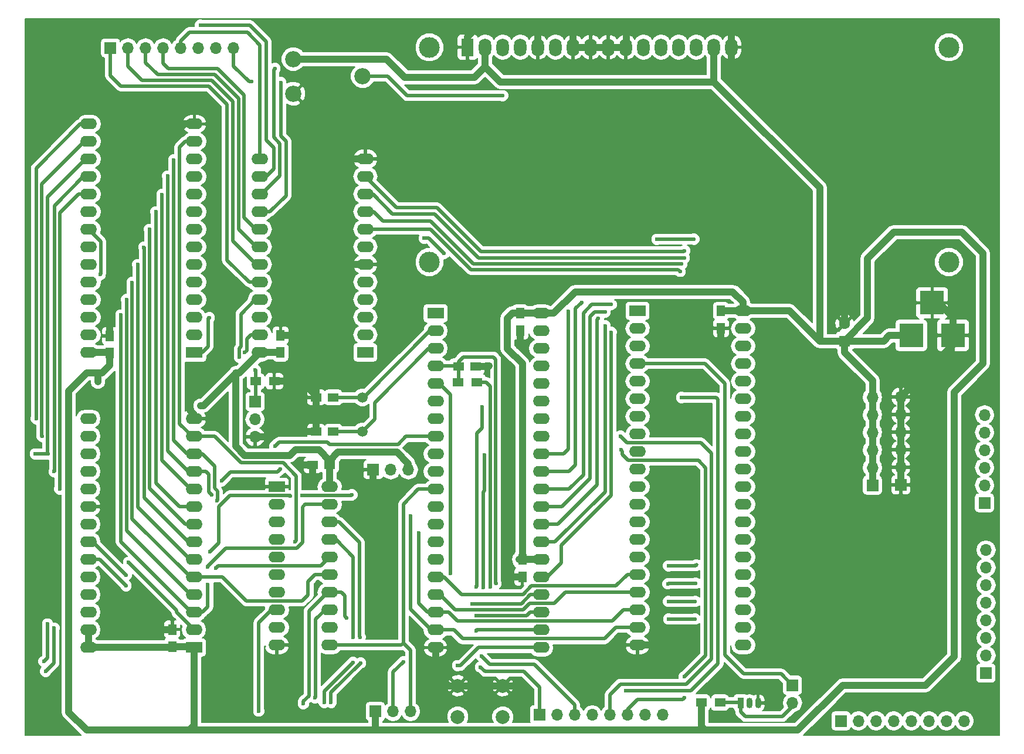
<source format=gbl>
G04 #@! TF.FileFunction,Copper,L2,Bot,Signal*
%FSLAX46Y46*%
G04 Gerber Fmt 4.6, Leading zero omitted, Abs format (unit mm)*
G04 Created by KiCad (PCBNEW 4.0.4-stable) date 01/25/23 12:04:28*
%MOMM*%
%LPD*%
G01*
G04 APERTURE LIST*
%ADD10C,0.100000*%
%ADD11R,1.250000X1.500000*%
%ADD12R,1.500000X1.250000*%
%ADD13R,1.600000X1.600000*%
%ADD14C,1.600000*%
%ADD15R,3.500000X3.500000*%
%ADD16R,1.800000X2.600000*%
%ADD17O,1.800000X2.600000*%
%ADD18C,3.000000*%
%ADD19R,1.700000X1.700000*%
%ADD20O,1.700000X1.700000*%
%ADD21O,0.900000X1.500000*%
%ADD22R,0.900000X1.500000*%
%ADD23R,1.500000X1.300000*%
%ADD24C,2.340000*%
%ADD25C,2.000000*%
%ADD26R,2.400000X1.600000*%
%ADD27O,2.400000X1.600000*%
%ADD28C,1.500000*%
%ADD29C,1.000000*%
%ADD30C,0.600000*%
%ADD31C,1.000000*%
%ADD32C,0.500000*%
%ADD33C,0.200000*%
G04 APERTURE END LIST*
D10*
D11*
X98475800Y-129570800D03*
X98475800Y-127070800D03*
D12*
X71176200Y-108610400D03*
X68676200Y-108610400D03*
D11*
X98196400Y-91510800D03*
X98196400Y-94010800D03*
D12*
X71201600Y-103657400D03*
X68701600Y-103657400D03*
X68193600Y-113436400D03*
X70693600Y-113436400D03*
D11*
X47955200Y-139654600D03*
X47955200Y-137154600D03*
D12*
X89250200Y-99161600D03*
X91750200Y-99161600D03*
D13*
X145008600Y-95504000D03*
D14*
X145008600Y-93004000D03*
D11*
X63576200Y-97185800D03*
X63576200Y-94685800D03*
X127152400Y-91155200D03*
X127152400Y-93655200D03*
D15*
X154635200Y-94691200D03*
X160635200Y-94691200D03*
X157635200Y-89991200D03*
D16*
X90576400Y-53086000D03*
D17*
X93116400Y-53086000D03*
X95656400Y-53086000D03*
X98196400Y-53086000D03*
X100736400Y-53086000D03*
X103276400Y-53086000D03*
X105816400Y-53086000D03*
X108356400Y-53086000D03*
X110896400Y-53086000D03*
X113436400Y-53086000D03*
X115976400Y-53086000D03*
X118516400Y-53086000D03*
X121056400Y-53086000D03*
X123596400Y-53086000D03*
X126136400Y-53086000D03*
X128676400Y-53086000D03*
D18*
X85077300Y-53086000D03*
X85077300Y-84086700D03*
X160075880Y-84086700D03*
X160076400Y-53086000D03*
D19*
X153111200Y-116281200D03*
D20*
X153111200Y-113741200D03*
X153111200Y-111201200D03*
X153111200Y-108661200D03*
X153111200Y-106121200D03*
X153111200Y-103581200D03*
D19*
X149021800Y-116332000D03*
D20*
X149021800Y-113792000D03*
X149021800Y-111252000D03*
X149021800Y-108712000D03*
X149021800Y-106172000D03*
X149021800Y-103632000D03*
D19*
X39014400Y-53187600D03*
D20*
X41554400Y-53187600D03*
X44094400Y-53187600D03*
X46634400Y-53187600D03*
X49174400Y-53187600D03*
X51714400Y-53187600D03*
X54254400Y-53187600D03*
X56794400Y-53187600D03*
D19*
X100965000Y-149479000D03*
D20*
X103505000Y-149479000D03*
X106045000Y-149479000D03*
X108585000Y-149479000D03*
X111125000Y-149479000D03*
X113665000Y-149479000D03*
X116205000Y-149479000D03*
X118745000Y-149479000D03*
D19*
X77266800Y-148996400D03*
D20*
X79806800Y-148996400D03*
X82346800Y-148996400D03*
D19*
X76962000Y-114096800D03*
D20*
X79502000Y-114096800D03*
X82042000Y-114096800D03*
D19*
X137464800Y-145211800D03*
D20*
X137464800Y-147751800D03*
D19*
X59893200Y-104267000D03*
D20*
X59893200Y-106807000D03*
X59893200Y-109347000D03*
D19*
X144475200Y-150368000D03*
D20*
X147015200Y-150368000D03*
X149555200Y-150368000D03*
X152095200Y-150368000D03*
X154635200Y-150368000D03*
X157175200Y-150368000D03*
X159715200Y-150368000D03*
X162255200Y-150368000D03*
D19*
X165404800Y-143459200D03*
D20*
X165404800Y-140919200D03*
X165404800Y-138379200D03*
X165404800Y-135839200D03*
X165404800Y-133299200D03*
X165404800Y-130759200D03*
X165404800Y-128219200D03*
X165404800Y-125679200D03*
D19*
X165201600Y-118872000D03*
D20*
X165201600Y-116332000D03*
X165201600Y-113792000D03*
X165201600Y-111252000D03*
X165201600Y-108712000D03*
X165201600Y-106172000D03*
D21*
X131241800Y-147777200D03*
X132511800Y-147777200D03*
D22*
X129971800Y-147777200D03*
D23*
X89226400Y-101473000D03*
X91926400Y-101473000D03*
X124303800Y-147726400D03*
X127003800Y-147726400D03*
X62665600Y-101320600D03*
X59965600Y-101320600D03*
D24*
X65430400Y-54791600D03*
X75430400Y-57291600D03*
X65430400Y-59791600D03*
D25*
X89154000Y-149788000D03*
X89154000Y-145288000D03*
X95654000Y-149788000D03*
X95654000Y-145288000D03*
D26*
X85953600Y-91516200D03*
D27*
X101193600Y-139776200D03*
X85953600Y-94056200D03*
X101193600Y-137236200D03*
X85953600Y-96596200D03*
X101193600Y-134696200D03*
X85953600Y-99136200D03*
X101193600Y-132156200D03*
X85953600Y-101676200D03*
X101193600Y-129616200D03*
X85953600Y-104216200D03*
X101193600Y-127076200D03*
X85953600Y-106756200D03*
X101193600Y-124536200D03*
X85953600Y-109296200D03*
X101193600Y-121996200D03*
X85953600Y-111836200D03*
X101193600Y-119456200D03*
X85953600Y-114376200D03*
X101193600Y-116916200D03*
X85953600Y-116916200D03*
X101193600Y-114376200D03*
X85953600Y-119456200D03*
X101193600Y-111836200D03*
X85953600Y-121996200D03*
X101193600Y-109296200D03*
X85953600Y-124536200D03*
X101193600Y-106756200D03*
X85953600Y-127076200D03*
X101193600Y-104216200D03*
X85953600Y-129616200D03*
X101193600Y-101676200D03*
X85953600Y-132156200D03*
X101193600Y-99136200D03*
X85953600Y-134696200D03*
X101193600Y-96596200D03*
X85953600Y-137236200D03*
X101193600Y-94056200D03*
X85953600Y-139776200D03*
X101193600Y-91516200D03*
D26*
X63042800Y-116560600D03*
D27*
X70662800Y-139420600D03*
X63042800Y-119100600D03*
X70662800Y-136880600D03*
X63042800Y-121640600D03*
X70662800Y-134340600D03*
X63042800Y-124180600D03*
X70662800Y-131800600D03*
X63042800Y-126720600D03*
X70662800Y-129260600D03*
X63042800Y-129260600D03*
X70662800Y-126720600D03*
X63042800Y-131800600D03*
X70662800Y-124180600D03*
X63042800Y-134340600D03*
X70662800Y-121640600D03*
X63042800Y-136880600D03*
X70662800Y-119100600D03*
X63042800Y-139420600D03*
X70662800Y-116560600D03*
D26*
X51079400Y-139750800D03*
D27*
X35839400Y-106730800D03*
X51079400Y-137210800D03*
X35839400Y-109270800D03*
X51079400Y-134670800D03*
X35839400Y-111810800D03*
X51079400Y-132130800D03*
X35839400Y-114350800D03*
X51079400Y-129590800D03*
X35839400Y-116890800D03*
X51079400Y-127050800D03*
X35839400Y-119430800D03*
X51079400Y-124510800D03*
X35839400Y-121970800D03*
X51079400Y-121970800D03*
X35839400Y-124510800D03*
X51079400Y-119430800D03*
X35839400Y-127050800D03*
X51079400Y-116890800D03*
X35839400Y-129590800D03*
X51079400Y-114350800D03*
X35839400Y-132130800D03*
X51079400Y-111810800D03*
X35839400Y-134670800D03*
X51079400Y-109270800D03*
X35839400Y-137210800D03*
X51079400Y-106730800D03*
X35839400Y-139750800D03*
D26*
X51130200Y-97180400D03*
D27*
X35890200Y-64160400D03*
X51130200Y-94640400D03*
X35890200Y-66700400D03*
X51130200Y-92100400D03*
X35890200Y-69240400D03*
X51130200Y-89560400D03*
X35890200Y-71780400D03*
X51130200Y-87020400D03*
X35890200Y-74320400D03*
X51130200Y-84480400D03*
X35890200Y-76860400D03*
X51130200Y-81940400D03*
X35890200Y-79400400D03*
X51130200Y-79400400D03*
X35890200Y-81940400D03*
X51130200Y-76860400D03*
X35890200Y-84480400D03*
X51130200Y-74320400D03*
X35890200Y-87020400D03*
X51130200Y-71780400D03*
X35890200Y-89560400D03*
X51130200Y-69240400D03*
X35890200Y-92100400D03*
X51130200Y-66700400D03*
X35890200Y-94640400D03*
X51130200Y-64160400D03*
X35890200Y-97180400D03*
D26*
X75819000Y-97155000D03*
D27*
X60579000Y-69215000D03*
X75819000Y-94615000D03*
X60579000Y-71755000D03*
X75819000Y-92075000D03*
X60579000Y-74295000D03*
X75819000Y-89535000D03*
X60579000Y-76835000D03*
X75819000Y-86995000D03*
X60579000Y-79375000D03*
X75819000Y-84455000D03*
X60579000Y-81915000D03*
X75819000Y-81915000D03*
X60579000Y-84455000D03*
X75819000Y-79375000D03*
X60579000Y-86995000D03*
X75819000Y-76835000D03*
X60579000Y-89535000D03*
X75819000Y-74295000D03*
X60579000Y-92075000D03*
X75819000Y-71755000D03*
X60579000Y-94615000D03*
X75819000Y-69215000D03*
X60579000Y-97155000D03*
D26*
X115112800Y-91160600D03*
D27*
X130352800Y-139420600D03*
X115112800Y-93700600D03*
X130352800Y-136880600D03*
X115112800Y-96240600D03*
X130352800Y-134340600D03*
X115112800Y-98780600D03*
X130352800Y-131800600D03*
X115112800Y-101320600D03*
X130352800Y-129260600D03*
X115112800Y-103860600D03*
X130352800Y-126720600D03*
X115112800Y-106400600D03*
X130352800Y-124180600D03*
X115112800Y-108940600D03*
X130352800Y-121640600D03*
X115112800Y-111480600D03*
X130352800Y-119100600D03*
X115112800Y-114020600D03*
X130352800Y-116560600D03*
X115112800Y-116560600D03*
X130352800Y-114020600D03*
X115112800Y-119100600D03*
X130352800Y-111480600D03*
X115112800Y-121640600D03*
X130352800Y-108940600D03*
X115112800Y-124180600D03*
X130352800Y-106400600D03*
X115112800Y-126720600D03*
X130352800Y-103860600D03*
X115112800Y-129260600D03*
X130352800Y-101320600D03*
X115112800Y-131800600D03*
X130352800Y-98780600D03*
X115112800Y-134340600D03*
X130352800Y-96240600D03*
X115112800Y-136880600D03*
X130352800Y-93700600D03*
X115112800Y-139420600D03*
X130352800Y-91160600D03*
D28*
X75387200Y-108559600D03*
X75387200Y-103659600D03*
D11*
X38938200Y-97262000D03*
X38938200Y-94762000D03*
D29*
X69342000Y-99364800D03*
X54533800Y-100406200D03*
X96291400Y-99212400D03*
X45491400Y-137134600D03*
X134620000Y-141554200D03*
X142468600Y-97612200D03*
X96291400Y-129870200D03*
X99441000Y-146227800D03*
X76504800Y-137210800D03*
X68046600Y-116560600D03*
X65430400Y-107264200D03*
X66344800Y-113385600D03*
X97002600Y-88620600D03*
X139598400Y-85826600D03*
X93690398Y-99085400D03*
X97967800Y-96189800D03*
X118186200Y-114122200D03*
X118237000Y-108508800D03*
X118237000Y-100584000D03*
X118186200Y-97459800D03*
X127533400Y-95783400D03*
X37211000Y-101422200D03*
X52019200Y-104825800D03*
D30*
X94665800Y-130530600D03*
X95631000Y-60096400D03*
X105130600Y-91186000D03*
X107035600Y-89916000D03*
X110413800Y-93319600D03*
X109474000Y-92227400D03*
X110413800Y-91313000D03*
X111302800Y-90246200D03*
X52019200Y-49885600D03*
X62763400Y-56159400D03*
X63601600Y-58166000D03*
X59410600Y-58064400D03*
X92430600Y-142595600D03*
X92811600Y-131114800D03*
X93014800Y-111988600D03*
X113385600Y-146024600D03*
X121488200Y-103657400D03*
X92557600Y-140970000D03*
X91795600Y-131038600D03*
X92659200Y-105054400D03*
X112649000Y-109245400D03*
X121869200Y-147015200D03*
X121869200Y-143992600D03*
X112699800Y-111201200D03*
X88112600Y-129108200D03*
X81305400Y-141833600D03*
X57658000Y-97840800D03*
X59918600Y-99669600D03*
X41656000Y-127482600D03*
X55092600Y-115722400D03*
X63576200Y-113995200D03*
X123228100Y-80810100D03*
X117932200Y-80822800D03*
X93827600Y-131038600D03*
X89128600Y-142392400D03*
X119634000Y-135636000D03*
X123393200Y-135636000D03*
X121920000Y-82473800D03*
X91821000Y-137363200D03*
X119557800Y-133096000D03*
X123418600Y-133096000D03*
X121843800Y-83515200D03*
X91821000Y-135153400D03*
X119507000Y-130556000D03*
X123520200Y-130479800D03*
X121462800Y-84404200D03*
X41249600Y-130835400D03*
X91236800Y-133451600D03*
X119583200Y-127990600D03*
X123545600Y-127863600D03*
X121259600Y-85496400D03*
X111302800Y-94259400D03*
X62763400Y-110693200D03*
X41275000Y-129336800D03*
X53365400Y-125958600D03*
X64998600Y-117881400D03*
X66675000Y-117830600D03*
X73863200Y-117729000D03*
X47294800Y-71678800D03*
X53670200Y-117754400D03*
X48158400Y-69342000D03*
X54381400Y-118541800D03*
X65684400Y-124485400D03*
X60426600Y-148945600D03*
X28295600Y-106705400D03*
X84328000Y-80645000D03*
X87172800Y-82880200D03*
X68554600Y-147040600D03*
X29133800Y-109270800D03*
X28194000Y-111836200D03*
X66878200Y-147904200D03*
X29997400Y-111836200D03*
X73126600Y-135534400D03*
X29946600Y-136372600D03*
X29413200Y-141808200D03*
X69900800Y-147701000D03*
X74041000Y-141935200D03*
X74041000Y-138303000D03*
X30886400Y-114376200D03*
X83489800Y-123266200D03*
X30886400Y-136982200D03*
X29667200Y-143205200D03*
X70866000Y-147701000D03*
X75107800Y-141986000D03*
X75057000Y-138303000D03*
X31673800Y-116865400D03*
X82346800Y-120777000D03*
X46456600Y-74345800D03*
X42976800Y-84480400D03*
X45567600Y-76860400D03*
X42138600Y-87071200D03*
X44627800Y-79400400D03*
X41351200Y-89535000D03*
X54254400Y-128346200D03*
X43840400Y-81965800D03*
X53086000Y-130708400D03*
X53086000Y-128143000D03*
X40538400Y-91770200D03*
X53263800Y-92125800D03*
X37515800Y-85928200D03*
X58420000Y-97180400D03*
D31*
X51079400Y-106730800D02*
X51079400Y-106095800D01*
X51079400Y-106095800D02*
X50520600Y-105537000D01*
X69545200Y-99568000D02*
X70637400Y-99568000D01*
X69342000Y-99364800D02*
X69545200Y-99568000D01*
X53263800Y-100406200D02*
X54533800Y-100406200D01*
X50520600Y-103149400D02*
X53263800Y-100406200D01*
X50520600Y-105537000D02*
X50520600Y-103149400D01*
X96291400Y-129870200D02*
X96291400Y-99212400D01*
X47955200Y-137154600D02*
X45522200Y-137154600D01*
X45502200Y-137134600D02*
X45491400Y-137134600D01*
X45522200Y-137154600D02*
X45502200Y-137134600D01*
X89154000Y-145288000D02*
X87884000Y-145288000D01*
X85953600Y-143357600D02*
X85953600Y-139776200D01*
X87884000Y-145288000D02*
X85953600Y-143357600D01*
X134620000Y-141554200D02*
X134620000Y-131927600D01*
X134620000Y-131927600D02*
X142468600Y-124079000D01*
X142468600Y-124079000D02*
X142468600Y-97612200D01*
X95654000Y-145288000D02*
X98501200Y-145288000D01*
X96590800Y-129570800D02*
X98475800Y-129570800D01*
X96291400Y-129870200D02*
X96590800Y-129570800D01*
X98501200Y-145288000D02*
X99441000Y-146227800D01*
X89154000Y-145288000D02*
X95654000Y-145288000D01*
X76504800Y-137210800D02*
X76962000Y-136753600D01*
X76962000Y-136753600D02*
X76962000Y-114096800D01*
X68193600Y-116413600D02*
X68193600Y-113436400D01*
X68046600Y-116560600D02*
X68193600Y-116413600D01*
X68193600Y-113436400D02*
X66395600Y-113436400D01*
X65379600Y-107315000D02*
X65379600Y-108610400D01*
X65430400Y-107264200D02*
X65379600Y-107315000D01*
X66395600Y-113436400D02*
X66344800Y-113385600D01*
X51130200Y-64160400D02*
X49733200Y-64160400D01*
X38938200Y-80772000D02*
X38938200Y-94762000D01*
X45110400Y-74599800D02*
X38938200Y-80772000D01*
X45110400Y-68783200D02*
X45110400Y-74599800D01*
X49733200Y-64160400D02*
X45110400Y-68783200D01*
X70637400Y-99796600D02*
X70637400Y-99568000D01*
X70637400Y-99568000D02*
X70637400Y-94685800D01*
X70637400Y-94685800D02*
X70719000Y-94685800D01*
X97002600Y-88620600D02*
X84328000Y-88620600D01*
X68701600Y-101732400D02*
X68701600Y-103657400D01*
X70637400Y-99796600D02*
X68701600Y-101732400D01*
X77393800Y-99796600D02*
X70637400Y-99796600D01*
X82194400Y-94996000D02*
X77393800Y-99796600D01*
X82194400Y-90754200D02*
X82194400Y-94996000D01*
X84328000Y-88620600D02*
X82194400Y-90754200D01*
X68701600Y-103657400D02*
X68701600Y-103398000D01*
X68701600Y-103398000D02*
X66624200Y-101320600D01*
X66624200Y-101320600D02*
X62665600Y-101320600D01*
X68676200Y-108610400D02*
X68676200Y-103682800D01*
X68676200Y-103682800D02*
X68701600Y-103657400D01*
X59893200Y-109347000D02*
X62026800Y-109347000D01*
X62763400Y-108610400D02*
X65379600Y-108610400D01*
X65379600Y-108610400D02*
X68676200Y-108610400D01*
X62026800Y-109347000D02*
X62763400Y-108610400D01*
X63576200Y-94685800D02*
X70719000Y-94685800D01*
X72415400Y-92989400D02*
X72415400Y-83616800D01*
X70719000Y-94685800D02*
X72415400Y-92989400D01*
X75819000Y-69215000D02*
X73406000Y-69215000D01*
X73406000Y-69215000D02*
X72364600Y-70256400D01*
X72364600Y-70256400D02*
X72364600Y-83566000D01*
X72364600Y-83566000D02*
X72415400Y-83616800D01*
X73253600Y-84455000D02*
X75819000Y-84455000D01*
X72415400Y-83616800D02*
X73253600Y-84455000D01*
X97053400Y-88620600D02*
X97002600Y-88620600D01*
X98958400Y-86715600D02*
X97053400Y-88620600D01*
X123469400Y-86715600D02*
X98958400Y-86715600D01*
X123850400Y-86334600D02*
X123469400Y-86715600D01*
X139090400Y-86334600D02*
X123850400Y-86334600D01*
X139598400Y-85826600D02*
X139090400Y-86334600D01*
X91750200Y-99161600D02*
X93614198Y-99161600D01*
X93614198Y-99161600D02*
X93690398Y-99085400D01*
X98196400Y-95961200D02*
X98196400Y-94010800D01*
X97967800Y-96189800D02*
X98196400Y-95961200D01*
X115112800Y-139420600D02*
X116890800Y-139420600D01*
X116890800Y-139420600D02*
X118186200Y-138125200D01*
X118186200Y-138125200D02*
X118186200Y-114122200D01*
X118237000Y-108508800D02*
X118237000Y-100584000D01*
X118186200Y-97459800D02*
X119862600Y-95783400D01*
X119862600Y-95783400D02*
X127533400Y-95783400D01*
X127152400Y-93655200D02*
X127152400Y-95402400D01*
X127152400Y-95402400D02*
X127533400Y-95783400D01*
X100736400Y-53086000D02*
X100736400Y-50393600D01*
X100736400Y-50393600D02*
X100736400Y-50520600D01*
X100736400Y-50520600D02*
X100736400Y-50393600D01*
X90576400Y-53086000D02*
X90576400Y-51587400D01*
X105816400Y-51155600D02*
X105816400Y-53086000D01*
X105054400Y-50393600D02*
X105816400Y-51155600D01*
X91770200Y-50393600D02*
X100736400Y-50393600D01*
X100736400Y-50393600D02*
X105054400Y-50393600D01*
X90576400Y-51587400D02*
X91770200Y-50393600D01*
X105816400Y-53086000D02*
X108356400Y-53086000D01*
X108356400Y-53086000D02*
X110896400Y-53086000D01*
X110896400Y-53086000D02*
X113436400Y-53086000D01*
X113436400Y-53086000D02*
X113538000Y-52984400D01*
X113538000Y-52984400D02*
X113538000Y-51028600D01*
X113538000Y-51028600D02*
X114274600Y-50292000D01*
X114274600Y-50292000D02*
X128117600Y-50292000D01*
X128117600Y-50292000D02*
X128676400Y-50850800D01*
X128676400Y-50850800D02*
X128676400Y-53086000D01*
X145008600Y-93004000D02*
X145008600Y-73939400D01*
X128676400Y-57607200D02*
X128676400Y-53086000D01*
X145008600Y-73939400D02*
X128676400Y-57607200D01*
X153111200Y-111201200D02*
X153111200Y-113741200D01*
X153111200Y-113741200D02*
X153111200Y-108661200D01*
X153111200Y-108661200D02*
X153111200Y-106121200D01*
X153111200Y-106121200D02*
X153111200Y-103581200D01*
X153111200Y-103581200D02*
X160635200Y-96057200D01*
X160635200Y-96057200D02*
X160635200Y-94691200D01*
X153111200Y-116281200D02*
X153111200Y-113741200D01*
X157635200Y-89991200D02*
X158520400Y-89991200D01*
X158520400Y-89991200D02*
X160635200Y-92106000D01*
X160635200Y-92106000D02*
X160635200Y-94691200D01*
X149021800Y-103632000D02*
X149021800Y-106172000D01*
X98475800Y-127070800D02*
X98475800Y-98755200D01*
X97033400Y-91510800D02*
X98196400Y-91510800D01*
X96342200Y-92202000D02*
X97033400Y-91510800D01*
X96342200Y-96621600D02*
X96342200Y-92202000D01*
X98475800Y-98755200D02*
X96342200Y-96621600D01*
X57124600Y-100126800D02*
X57124600Y-100177600D01*
X37211000Y-100126800D02*
X37439600Y-100126800D01*
X37211000Y-101422200D02*
X37211000Y-100126800D01*
X52476400Y-104825800D02*
X52019200Y-104825800D01*
X57124600Y-100177600D02*
X52476400Y-104825800D01*
X51079400Y-139750800D02*
X51079400Y-151028400D01*
X51079400Y-151028400D02*
X50393600Y-151714200D01*
X37439600Y-100126800D02*
X35610800Y-100126800D01*
X35610800Y-151714200D02*
X50393600Y-151714200D01*
X32994600Y-149098000D02*
X35610800Y-151714200D01*
X32994600Y-102743000D02*
X32994600Y-149098000D01*
X35610800Y-100126800D02*
X32994600Y-102743000D01*
X50393600Y-151714200D02*
X76987400Y-151714200D01*
X57124600Y-100126800D02*
X57124600Y-110718600D01*
X69098800Y-111175800D02*
X70693600Y-112770600D01*
X65735200Y-111175800D02*
X69098800Y-111175800D01*
X64897000Y-112014000D02*
X65735200Y-111175800D01*
X58420000Y-112014000D02*
X64897000Y-112014000D01*
X57124600Y-110718600D02*
X58420000Y-112014000D01*
X82042000Y-114096800D02*
X82042000Y-113233200D01*
X82042000Y-113233200D02*
X80391000Y-111582200D01*
X80391000Y-111582200D02*
X71882000Y-111582200D01*
X71882000Y-111582200D02*
X70693600Y-112770600D01*
X70693600Y-112770600D02*
X70693600Y-113436400D01*
X70662800Y-116560600D02*
X70662800Y-113467200D01*
X70662800Y-113467200D02*
X70693600Y-113436400D01*
X98475800Y-127070800D02*
X97962400Y-127070800D01*
X101193600Y-127076200D02*
X98481200Y-127076200D01*
X98481200Y-127076200D02*
X98475800Y-127070800D01*
X149021800Y-116332000D02*
X149021800Y-113792000D01*
X124841000Y-151714200D02*
X138252200Y-151714200D01*
X148336000Y-92176600D02*
X145008600Y-95504000D01*
X148336000Y-83566000D02*
X148336000Y-92176600D01*
X152146000Y-79756000D02*
X148336000Y-83566000D01*
X161925000Y-79756000D02*
X152146000Y-79756000D01*
X164998400Y-82829400D02*
X161925000Y-79756000D01*
X164998400Y-98755200D02*
X164998400Y-82829400D01*
X160832800Y-102920800D02*
X164998400Y-98755200D01*
X160832800Y-141097000D02*
X160832800Y-102920800D01*
X156692600Y-145237200D02*
X160832800Y-141097000D01*
X144729200Y-145237200D02*
X156692600Y-145237200D01*
X138252200Y-151714200D02*
X144729200Y-145237200D01*
X57124600Y-100126800D02*
X57607200Y-100126800D01*
X57607200Y-100126800D02*
X60579000Y-97155000D01*
X35839400Y-139750800D02*
X47859000Y-139750800D01*
X47859000Y-139750800D02*
X47955200Y-139654600D01*
X38938200Y-99034600D02*
X38938200Y-97262000D01*
X37846000Y-100126800D02*
X38938200Y-99034600D01*
X37439600Y-100126800D02*
X37846000Y-100126800D01*
X124303800Y-147726400D02*
X124303800Y-151177000D01*
X124303800Y-151177000D02*
X124841000Y-151714200D01*
X79298800Y-151714200D02*
X91871800Y-151714200D01*
X91871800Y-151714200D02*
X124841000Y-151714200D01*
X76987400Y-151714200D02*
X79298800Y-151714200D01*
X77266800Y-148996400D02*
X77266800Y-151434800D01*
X77266800Y-151434800D02*
X76987400Y-151714200D01*
X35839400Y-137210800D02*
X35839400Y-139750800D01*
X47955200Y-139654600D02*
X50983200Y-139654600D01*
X50983200Y-139654600D02*
X51079400Y-139750800D01*
X35890200Y-97180400D02*
X38856600Y-97180400D01*
X38856600Y-97180400D02*
X38938200Y-97262000D01*
X63576200Y-97185800D02*
X60609800Y-97185800D01*
X60609800Y-97185800D02*
X60579000Y-97155000D01*
X65430400Y-54791600D02*
X78870800Y-54791600D01*
X91541600Y-57454800D02*
X93116400Y-55880000D01*
X81534000Y-57454800D02*
X91541600Y-57454800D01*
X78870800Y-54791600D02*
X81534000Y-57454800D01*
X126136400Y-58089800D02*
X95326200Y-58089800D01*
X93116400Y-55880000D02*
X93116400Y-53086000D01*
X95326200Y-58089800D02*
X93116400Y-55880000D01*
X141401800Y-95504000D02*
X141401800Y-73355200D01*
X126136400Y-58089800D02*
X126136400Y-53086000D01*
X141401800Y-73355200D02*
X126136400Y-58089800D01*
X101193600Y-91516200D02*
X98201800Y-91516200D01*
X98201800Y-91516200D02*
X98196400Y-91510800D01*
X130352800Y-91160600D02*
X130352800Y-89890600D01*
X102997000Y-91516200D02*
X101193600Y-91516200D01*
X106121200Y-88392000D02*
X102997000Y-91516200D01*
X128854200Y-88392000D02*
X106121200Y-88392000D01*
X130352800Y-89890600D02*
X128854200Y-88392000D01*
X130352800Y-91160600D02*
X127157800Y-91160600D01*
X127157800Y-91160600D02*
X127152400Y-91155200D01*
X130352800Y-91160600D02*
X137058400Y-91160600D01*
X141401800Y-95504000D02*
X137642600Y-91744800D01*
X141401800Y-95504000D02*
X145008600Y-95504000D01*
X137058400Y-91160600D02*
X137642600Y-91744800D01*
X149021800Y-111252000D02*
X149021800Y-108712000D01*
X149021800Y-113792000D02*
X149021800Y-111252000D01*
X149021800Y-106172000D02*
X149021800Y-108712000D01*
X149021800Y-116332000D02*
X149021800Y-101193600D01*
X145008600Y-97180400D02*
X145008600Y-95504000D01*
X149021800Y-101193600D02*
X145008600Y-97180400D01*
X154635200Y-94691200D02*
X151460200Y-94691200D01*
X151460200Y-94691200D02*
X150647400Y-95504000D01*
X150647400Y-95504000D02*
X145008600Y-95504000D01*
D32*
X85953600Y-96596200D02*
X84963000Y-96596200D01*
X84963000Y-96596200D02*
X77165200Y-104394000D01*
X77165200Y-104394000D02*
X77165200Y-106781600D01*
X77165200Y-106781600D02*
X75387200Y-108559600D01*
X71176200Y-108610400D02*
X75336400Y-108610400D01*
X75336400Y-108610400D02*
X75387200Y-108559600D01*
X71201600Y-103657400D02*
X75385000Y-103657400D01*
X75385000Y-103657400D02*
X75387200Y-103659600D01*
X85953600Y-94056200D02*
X85140800Y-94056200D01*
X85140800Y-94056200D02*
X75537400Y-103659600D01*
X75537400Y-103659600D02*
X75387200Y-103659600D01*
X89250200Y-99161600D02*
X89250200Y-98481200D01*
X94640400Y-130505200D02*
X94665800Y-130530600D01*
X94640400Y-98171000D02*
X94640400Y-130505200D01*
X94259400Y-97790000D02*
X94640400Y-98171000D01*
X89941400Y-97790000D02*
X94259400Y-97790000D01*
X89250200Y-98481200D02*
X89941400Y-97790000D01*
X89250200Y-99161600D02*
X89250200Y-101449200D01*
X89250200Y-101449200D02*
X89226400Y-101473000D01*
X85953600Y-99136200D02*
X89224800Y-99136200D01*
X89224800Y-99136200D02*
X89250200Y-99161600D01*
X75430400Y-57291600D02*
X79034000Y-57291600D01*
X81838800Y-60096400D02*
X95631000Y-60096400D01*
X79034000Y-57291600D02*
X81838800Y-60096400D01*
X101193600Y-111836200D02*
X104419400Y-111836200D01*
X105130600Y-111125000D02*
X105130600Y-91186000D01*
X104419400Y-111836200D02*
X105130600Y-111125000D01*
X101193600Y-114376200D02*
X105232200Y-114376200D01*
X106172000Y-90779600D02*
X107035600Y-89916000D01*
X106172000Y-113436400D02*
X106172000Y-90779600D01*
X105232200Y-114376200D02*
X106172000Y-113436400D01*
X101193600Y-124536200D02*
X103149400Y-124536200D01*
X110413800Y-117271800D02*
X110413800Y-93319600D01*
X103149400Y-124536200D02*
X110413800Y-117271800D01*
X101193600Y-121996200D02*
X103606600Y-121996200D01*
X109296200Y-92405200D02*
X109474000Y-92227400D01*
X109296200Y-116306600D02*
X109296200Y-92405200D01*
X103606600Y-121996200D02*
X109296200Y-116306600D01*
X101193600Y-119456200D02*
X104216200Y-119456200D01*
X108915200Y-91313000D02*
X110413800Y-91313000D01*
X108280200Y-91948000D02*
X108915200Y-91313000D01*
X108280200Y-115392200D02*
X108280200Y-91948000D01*
X104216200Y-119456200D02*
X108280200Y-115392200D01*
X101193600Y-116916200D02*
X105232200Y-116916200D01*
X108534200Y-90246200D02*
X111302800Y-90246200D01*
X107289600Y-91490800D02*
X108534200Y-90246200D01*
X107289600Y-114858800D02*
X107289600Y-91490800D01*
X105232200Y-116916200D02*
X107289600Y-114858800D01*
X60579000Y-86995000D02*
X59055000Y-86995000D01*
X39014400Y-57175400D02*
X39014400Y-53187600D01*
X40513000Y-58674000D02*
X39014400Y-57175400D01*
X53213000Y-58674000D02*
X40513000Y-58674000D01*
X55880000Y-61341000D02*
X53213000Y-58674000D01*
X55880000Y-83820000D02*
X55880000Y-61341000D01*
X59055000Y-86995000D02*
X55880000Y-83820000D01*
X60579000Y-84455000D02*
X60096400Y-84455000D01*
X60096400Y-84455000D02*
X56718200Y-81076800D01*
X56718200Y-81076800D02*
X56718200Y-60883800D01*
X56718200Y-60883800D02*
X53670200Y-57835800D01*
X53670200Y-57835800D02*
X43535600Y-57835800D01*
X43535600Y-57835800D02*
X41554400Y-55854600D01*
X41554400Y-55854600D02*
X41554400Y-53187600D01*
X60579000Y-81915000D02*
X60096400Y-81915000D01*
X60096400Y-81915000D02*
X57531000Y-79349600D01*
X57531000Y-79349600D02*
X57531000Y-60452000D01*
X57531000Y-60452000D02*
X54102000Y-57023000D01*
X54102000Y-57023000D02*
X45821600Y-57023000D01*
X45821600Y-57023000D02*
X44094400Y-55295800D01*
X44094400Y-55295800D02*
X44094400Y-53187600D01*
X60579000Y-79375000D02*
X59994800Y-79375000D01*
X59994800Y-79375000D02*
X58318400Y-77698600D01*
X58318400Y-77698600D02*
X58318400Y-60020200D01*
X58318400Y-60020200D02*
X54483000Y-56184800D01*
X54483000Y-56184800D02*
X47396400Y-56184800D01*
X47396400Y-56184800D02*
X46634400Y-55422800D01*
X46634400Y-55422800D02*
X46634400Y-53187600D01*
X60579000Y-69215000D02*
X60579000Y-52755800D01*
X49174400Y-52197000D02*
X49174400Y-53187600D01*
X50419000Y-50952400D02*
X49174400Y-52197000D01*
X58775600Y-50952400D02*
X50419000Y-50952400D01*
X60579000Y-52755800D02*
X58775600Y-50952400D01*
X60579000Y-71755000D02*
X61518800Y-71755000D01*
X61518800Y-71755000D02*
X62585600Y-70688200D01*
X62585600Y-70688200D02*
X62585600Y-67564000D01*
X62585600Y-67564000D02*
X61518800Y-66497200D01*
X61518800Y-66497200D02*
X61518800Y-52273200D01*
X61518800Y-52273200D02*
X59131200Y-49885600D01*
X59131200Y-49885600D02*
X52019200Y-49885600D01*
X60579000Y-74295000D02*
X60807600Y-74295000D01*
X60807600Y-74295000D02*
X63474600Y-71628000D01*
X63474600Y-71628000D02*
X63474600Y-67005200D01*
X63474600Y-67005200D02*
X62585600Y-66116200D01*
X62585600Y-66116200D02*
X62585600Y-56337200D01*
X62585600Y-56337200D02*
X62763400Y-56159400D01*
X56794400Y-53187600D02*
X56794400Y-55803800D01*
X62052200Y-76835000D02*
X60579000Y-76835000D01*
X64363600Y-74523600D02*
X62052200Y-76835000D01*
X64363600Y-66675000D02*
X64363600Y-74523600D01*
X63601600Y-65913000D02*
X64363600Y-66675000D01*
X63601600Y-63754000D02*
X63601600Y-65913000D01*
X63601600Y-58166000D02*
X63601600Y-63754000D01*
X59055000Y-58064400D02*
X59410600Y-58064400D01*
X56794400Y-55803800D02*
X59055000Y-58064400D01*
X100965000Y-145516600D02*
X100965000Y-149479000D01*
X98679000Y-143230600D02*
X100965000Y-145516600D01*
X93065600Y-143230600D02*
X98679000Y-143230600D01*
X92430600Y-142595600D02*
X93065600Y-143230600D01*
X92811600Y-117297200D02*
X92811600Y-131114800D01*
X93014800Y-117094000D02*
X92811600Y-117297200D01*
X93014800Y-111988600D02*
X93014800Y-117094000D01*
X122809000Y-146024600D02*
X113385600Y-146024600D01*
X126746000Y-142087600D02*
X122809000Y-146024600D01*
X126746000Y-103936800D02*
X126746000Y-142087600D01*
X126466600Y-103657400D02*
X126746000Y-103936800D01*
X121488200Y-103657400D02*
X126466600Y-103657400D01*
X106045000Y-148031200D02*
X106045000Y-149479000D01*
X100203000Y-142189200D02*
X106045000Y-148031200D01*
X93776800Y-142189200D02*
X100203000Y-142189200D01*
X92557600Y-140970000D02*
X93776800Y-142189200D01*
X91922600Y-130911600D02*
X91795600Y-131038600D01*
X91922600Y-108813600D02*
X91922600Y-130911600D01*
X92659200Y-108077000D02*
X91922600Y-108813600D01*
X92659200Y-105054400D02*
X92659200Y-108077000D01*
X111125000Y-146583400D02*
X111125000Y-149479000D01*
X112674400Y-145034000D02*
X111125000Y-146583400D01*
X122174000Y-145034000D02*
X112674400Y-145034000D01*
X125780800Y-141427200D02*
X122174000Y-145034000D01*
X125780800Y-111709200D02*
X125780800Y-141427200D01*
X124282200Y-110210600D02*
X125780800Y-111709200D01*
X113614200Y-110210600D02*
X124282200Y-110210600D01*
X112649000Y-109245400D02*
X113614200Y-110210600D01*
X115112800Y-147269200D02*
X113665000Y-148717000D01*
X121615200Y-147269200D02*
X115112800Y-147269200D01*
X121869200Y-147015200D02*
X121615200Y-147269200D01*
X124917200Y-140944600D02*
X121869200Y-143992600D01*
X124917200Y-113792000D02*
X124917200Y-140944600D01*
X123875800Y-112750600D02*
X124917200Y-113792000D01*
X113792000Y-112750600D02*
X123875800Y-112750600D01*
X112928400Y-111887000D02*
X113792000Y-112750600D01*
X112928400Y-111429800D02*
X112928400Y-111887000D01*
X112699800Y-111201200D02*
X112928400Y-111429800D01*
X113665000Y-148717000D02*
X113665000Y-149479000D01*
X79806800Y-148996400D02*
X79806800Y-143332200D01*
X88087200Y-103276400D02*
X86487000Y-101676200D01*
X88087200Y-129082800D02*
X88087200Y-103276400D01*
X88112600Y-129108200D02*
X88087200Y-129082800D01*
X79806800Y-143332200D02*
X81305400Y-141833600D01*
X86487000Y-101676200D02*
X85953600Y-101676200D01*
X70662800Y-139420600D02*
X81026000Y-139420600D01*
X81026000Y-139420600D02*
X81305400Y-139141200D01*
X85953600Y-116916200D02*
X83464400Y-116916200D01*
X82346800Y-140182600D02*
X82346800Y-148996400D01*
X81305400Y-139141200D02*
X82346800Y-140182600D01*
X81305400Y-119075200D02*
X81305400Y-139141200D01*
X83464400Y-116916200D02*
X81305400Y-119075200D01*
X115112800Y-98780600D02*
X124841000Y-98780600D01*
X135813800Y-143560800D02*
X137464800Y-145211800D01*
X130429000Y-143560800D02*
X135813800Y-143560800D01*
X127685800Y-140817600D02*
X130429000Y-143560800D01*
X127685800Y-101625400D02*
X127685800Y-140817600D01*
X124841000Y-98780600D02*
X127685800Y-101625400D01*
X127003800Y-147726400D02*
X129921000Y-147726400D01*
X129921000Y-147726400D02*
X129971800Y-147777200D01*
X129971800Y-147777200D02*
X129971800Y-149047200D01*
X136017000Y-149758400D02*
X137464800Y-148310600D01*
X130683000Y-149758400D02*
X136017000Y-149758400D01*
X129971800Y-149047200D02*
X130683000Y-149758400D01*
X137464800Y-148310600D02*
X137464800Y-147751800D01*
X59965600Y-101320600D02*
X59965600Y-104194600D01*
X59965600Y-104194600D02*
X59893200Y-104267000D01*
X60579000Y-89535000D02*
X59944000Y-89535000D01*
X59944000Y-89535000D02*
X57835800Y-91643200D01*
X57835800Y-91643200D02*
X57835800Y-96342200D01*
X57835800Y-96342200D02*
X57658000Y-96520000D01*
X57658000Y-96520000D02*
X57658000Y-97840800D01*
X59918600Y-99669600D02*
X59965600Y-99716600D01*
X59965600Y-99716600D02*
X59965600Y-101320600D01*
X48564800Y-134696200D02*
X51079400Y-137210800D01*
X48564800Y-134391400D02*
X48564800Y-134696200D01*
X41656000Y-127482600D02*
X48564800Y-134391400D01*
X56362600Y-114452400D02*
X55092600Y-115722400D01*
X63119000Y-114452400D02*
X56362600Y-114452400D01*
X63576200Y-113995200D02*
X63119000Y-114452400D01*
X123228100Y-80810100D02*
X123215400Y-80822800D01*
X123215400Y-80822800D02*
X117932200Y-80822800D01*
X91926400Y-101473000D02*
X93268800Y-101473000D01*
X93827600Y-102031800D02*
X93827600Y-131038600D01*
X93268800Y-101473000D02*
X93827600Y-102031800D01*
X101193600Y-139776200D02*
X92176600Y-139776200D01*
X89560400Y-142392400D02*
X89128600Y-142392400D01*
X92176600Y-139776200D02*
X89560400Y-142392400D01*
X119634000Y-135636000D02*
X123393200Y-135636000D01*
X121920000Y-82473800D02*
X121818400Y-82575400D01*
X121818400Y-82575400D02*
X92481400Y-82575400D01*
X92481400Y-82575400D02*
X86156800Y-76250800D01*
X86156800Y-76250800D02*
X80314800Y-76250800D01*
X80314800Y-76250800D02*
X75819000Y-71755000D01*
X101193600Y-137236200D02*
X91948000Y-137236200D01*
X91948000Y-137236200D02*
X91821000Y-137363200D01*
X119557800Y-133096000D02*
X123418600Y-133096000D01*
X121843800Y-83515200D02*
X119913400Y-83515200D01*
X119913400Y-83515200D02*
X92202000Y-83515200D01*
X92202000Y-83515200D02*
X85852000Y-77165200D01*
X85852000Y-77165200D02*
X79756000Y-77165200D01*
X79756000Y-77165200D02*
X76885800Y-74295000D01*
X76885800Y-74295000D02*
X75819000Y-74295000D01*
X101193600Y-134696200D02*
X99593400Y-134696200D01*
X99136200Y-135153400D02*
X91821000Y-135153400D01*
X99593400Y-134696200D02*
X99136200Y-135153400D01*
X119507000Y-130556000D02*
X119557800Y-130505200D01*
X119557800Y-130505200D02*
X123494800Y-130505200D01*
X123494800Y-130505200D02*
X123520200Y-130479800D01*
X121462800Y-84404200D02*
X121437400Y-84378800D01*
X121437400Y-84378800D02*
X91440000Y-84378800D01*
X91440000Y-84378800D02*
X85242400Y-78181200D01*
X85242400Y-78181200D02*
X78359000Y-78181200D01*
X78359000Y-78181200D02*
X77012800Y-76835000D01*
X77012800Y-76835000D02*
X75819000Y-76835000D01*
X101193600Y-132156200D02*
X99644200Y-132156200D01*
X37465000Y-127050800D02*
X35839400Y-127050800D01*
X41249600Y-130835400D02*
X37465000Y-127050800D01*
X98348800Y-133451600D02*
X91236800Y-133451600D01*
X99644200Y-132156200D02*
X98348800Y-133451600D01*
X119583200Y-127990600D02*
X123469400Y-127990600D01*
X123469400Y-127990600D02*
X123672600Y-127787400D01*
X123672600Y-127787400D02*
X123621800Y-127787400D01*
X123621800Y-127787400D02*
X123545600Y-127863600D01*
X121259600Y-85496400D02*
X120980200Y-85217000D01*
X120980200Y-85217000D02*
X91033600Y-85217000D01*
X91033600Y-85217000D02*
X85191600Y-79375000D01*
X85191600Y-79375000D02*
X75819000Y-79375000D01*
X101193600Y-129616200D02*
X102082600Y-129616200D01*
X102082600Y-129616200D02*
X104114600Y-127584200D01*
X104114600Y-127584200D02*
X104114600Y-124993400D01*
X104114600Y-124993400D02*
X111302800Y-117805200D01*
X111302800Y-117805200D02*
X111302800Y-94259400D01*
X85953600Y-109296200D02*
X81686400Y-109296200D01*
X63373000Y-110083600D02*
X62763400Y-110693200D01*
X70358000Y-110083600D02*
X63373000Y-110083600D01*
X70688200Y-110413800D02*
X70358000Y-110083600D01*
X80568800Y-110413800D02*
X70688200Y-110413800D01*
X81686400Y-109296200D02*
X80568800Y-110413800D01*
X41275000Y-129336800D02*
X36449000Y-124510800D01*
X54635400Y-124688600D02*
X53365400Y-125958600D01*
X54635400Y-119456200D02*
X54635400Y-124688600D01*
X56261000Y-117830600D02*
X54635400Y-119456200D01*
X64947800Y-117830600D02*
X56261000Y-117830600D01*
X64998600Y-117881400D02*
X64947800Y-117830600D01*
X73761600Y-117830600D02*
X66675000Y-117830600D01*
X73863200Y-117729000D02*
X73761600Y-117830600D01*
X36449000Y-124510800D02*
X35839400Y-124510800D01*
X51079400Y-114350800D02*
X50292000Y-114350800D01*
X50292000Y-114350800D02*
X47320200Y-111379000D01*
X47294800Y-71780400D02*
X47294800Y-71678800D01*
X47320200Y-71805800D02*
X47294800Y-71780400D01*
X47320200Y-111379000D02*
X47320200Y-71805800D01*
X52806600Y-114350800D02*
X51079400Y-114350800D01*
X53187600Y-114731800D02*
X52806600Y-114350800D01*
X53187600Y-117271800D02*
X53187600Y-114731800D01*
X53670200Y-117754400D02*
X53187600Y-117271800D01*
X51079400Y-111810800D02*
X50114200Y-111810800D01*
X50114200Y-111810800D02*
X48158400Y-109855000D01*
X48158400Y-109855000D02*
X48158400Y-69342000D01*
X54381400Y-118541800D02*
X54483000Y-118440200D01*
X54483000Y-118440200D02*
X54483000Y-117195600D01*
X54483000Y-117195600D02*
X54025800Y-116738400D01*
X54025800Y-116738400D02*
X54025800Y-113588800D01*
X54025800Y-113588800D02*
X52247800Y-111810800D01*
X52247800Y-111810800D02*
X51079400Y-111810800D01*
X51079400Y-109270800D02*
X50825400Y-109270800D01*
X50825400Y-109270800D02*
X48996600Y-107442000D01*
X49834800Y-66700400D02*
X51130200Y-66700400D01*
X48996600Y-67538600D02*
X49834800Y-66700400D01*
X48996600Y-107442000D02*
X48996600Y-67538600D01*
X54051200Y-109270800D02*
X51079400Y-109270800D01*
X57886600Y-113106200D02*
X54051200Y-109270800D01*
X63931800Y-113106200D02*
X57886600Y-113106200D01*
X65862200Y-115036600D02*
X63931800Y-113106200D01*
X65862200Y-124307600D02*
X65862200Y-115036600D01*
X65684400Y-124485400D02*
X65862200Y-124307600D01*
X63042800Y-134340600D02*
X62306200Y-134340600D01*
X62306200Y-134340600D02*
X60426600Y-136220200D01*
X60426600Y-136220200D02*
X60426600Y-148945600D01*
X35890200Y-64160400D02*
X34696400Y-64160400D01*
X34696400Y-64160400D02*
X28295600Y-70561200D01*
X28295600Y-70561200D02*
X28295600Y-106705400D01*
X84937600Y-80645000D02*
X84328000Y-80645000D01*
X87172800Y-82880200D02*
X84937600Y-80645000D01*
X70662800Y-134340600D02*
X70027800Y-134340600D01*
X70027800Y-134340600D02*
X68656200Y-135712200D01*
X68656200Y-146939000D02*
X68554600Y-147040600D01*
X68656200Y-135712200D02*
X68656200Y-146939000D01*
X35890200Y-66700400D02*
X35280600Y-66700400D01*
X35280600Y-66700400D02*
X29108400Y-72872600D01*
X29108400Y-72872600D02*
X29108400Y-109245400D01*
X29108400Y-109245400D02*
X29133800Y-109270800D01*
X115112800Y-129260600D02*
X113639600Y-129260600D01*
X87172800Y-129616200D02*
X85953600Y-129616200D01*
X89687400Y-132130800D02*
X87172800Y-129616200D01*
X98577400Y-132130800D02*
X89687400Y-132130800D01*
X99822000Y-130886200D02*
X98577400Y-132130800D01*
X112014000Y-130886200D02*
X99822000Y-130886200D01*
X113639600Y-129260600D02*
X112014000Y-130886200D01*
X70662800Y-131800600D02*
X70383400Y-131800600D01*
X70383400Y-131800600D02*
X67665600Y-134518400D01*
X28194000Y-111836200D02*
X29997400Y-111836200D01*
X66878200Y-147523200D02*
X66878200Y-147904200D01*
X67665600Y-146735800D02*
X66878200Y-147523200D01*
X67665600Y-134518400D02*
X67665600Y-146735800D01*
X35890200Y-69240400D02*
X35407600Y-69240400D01*
X35407600Y-69240400D02*
X29972000Y-74676000D01*
X29972000Y-74676000D02*
X29972000Y-111810800D01*
X29972000Y-111810800D02*
X29997400Y-111836200D01*
X115112800Y-131800600D02*
X104673400Y-131800600D01*
X88747600Y-134340600D02*
X86563200Y-132156200D01*
X98602800Y-134340600D02*
X88747600Y-134340600D01*
X99517200Y-133426200D02*
X98602800Y-134340600D01*
X103047800Y-133426200D02*
X99517200Y-133426200D01*
X104673400Y-131800600D02*
X103047800Y-133426200D01*
X86563200Y-132156200D02*
X85953600Y-132156200D01*
X72390000Y-131800600D02*
X70662800Y-131800600D01*
X72847200Y-132257800D02*
X72390000Y-131800600D01*
X72847200Y-135255000D02*
X72847200Y-132257800D01*
X73126600Y-135534400D02*
X72847200Y-135255000D01*
X70662800Y-124180600D02*
X71551800Y-124180600D01*
X71551800Y-124180600D02*
X74041000Y-126669800D01*
X29946600Y-141274800D02*
X29946600Y-136372600D01*
X29413200Y-141808200D02*
X29946600Y-141274800D01*
X69900800Y-146075400D02*
X69900800Y-147701000D01*
X74041000Y-141935200D02*
X69900800Y-146075400D01*
X74041000Y-126669800D02*
X74041000Y-138303000D01*
X35890200Y-71780400D02*
X35077400Y-71780400D01*
X35077400Y-71780400D02*
X30911800Y-75946000D01*
X30911800Y-75946000D02*
X30911800Y-114350800D01*
X30911800Y-114350800D02*
X30886400Y-114376200D01*
X85953600Y-134696200D02*
X84785200Y-134696200D01*
X84785200Y-134696200D02*
X83489800Y-133400800D01*
X83489800Y-133400800D02*
X83489800Y-123266200D01*
X115112800Y-134340600D02*
X113055400Y-134340600D01*
X87884000Y-134696200D02*
X85953600Y-134696200D01*
X89154000Y-135966200D02*
X87884000Y-134696200D01*
X111429800Y-135966200D02*
X89154000Y-135966200D01*
X113055400Y-134340600D02*
X111429800Y-135966200D01*
X70662800Y-121640600D02*
X72034400Y-121640600D01*
X30886400Y-141986000D02*
X30886400Y-136982200D01*
X29667200Y-143205200D02*
X30886400Y-141986000D01*
X70866000Y-146227800D02*
X70866000Y-147701000D01*
X75107800Y-141986000D02*
X70866000Y-146227800D01*
X74980800Y-138226800D02*
X75057000Y-138303000D01*
X74980800Y-124587000D02*
X74980800Y-138226800D01*
X72034400Y-121640600D02*
X74980800Y-124587000D01*
X35890200Y-74320400D02*
X34391600Y-74320400D01*
X34391600Y-74320400D02*
X31673800Y-77038200D01*
X31673800Y-77038200D02*
X31673800Y-116865400D01*
X85953600Y-137236200D02*
X85344000Y-137236200D01*
X85344000Y-137236200D02*
X82346800Y-134239000D01*
X82346800Y-134239000D02*
X82346800Y-120777000D01*
X115112800Y-136880600D02*
X111963200Y-136880600D01*
X88569800Y-137236200D02*
X89839800Y-138506200D01*
X89839800Y-138506200D02*
X110337600Y-138506200D01*
X88569800Y-137236200D02*
X85953600Y-137236200D01*
X111963200Y-136880600D02*
X110337600Y-138506200D01*
X51079400Y-116890800D02*
X50622200Y-116890800D01*
X50622200Y-116890800D02*
X46431200Y-112699800D01*
X46431200Y-74371200D02*
X46456600Y-74345800D01*
X46431200Y-112699800D02*
X46431200Y-74371200D01*
X51079400Y-127050800D02*
X50495200Y-127050800D01*
X50495200Y-127050800D02*
X42976800Y-119532400D01*
X42976800Y-119532400D02*
X42976800Y-84480400D01*
X51079400Y-119430800D02*
X48996600Y-119430800D01*
X45567600Y-116001800D02*
X45567600Y-76860400D01*
X48996600Y-119430800D02*
X45567600Y-116001800D01*
X51079400Y-129590800D02*
X50571400Y-129590800D01*
X50571400Y-129590800D02*
X42138600Y-121158000D01*
X42138600Y-121158000D02*
X42138600Y-87071200D01*
X70662800Y-129260600D02*
X68529200Y-129260600D01*
X55194200Y-129590800D02*
X51079400Y-129590800D01*
X58674000Y-133070600D02*
X55194200Y-129590800D01*
X66700400Y-133070600D02*
X58674000Y-133070600D01*
X67564000Y-132207000D02*
X66700400Y-133070600D01*
X67564000Y-130225800D02*
X67564000Y-132207000D01*
X68529200Y-129260600D02*
X67564000Y-130225800D01*
X51079400Y-121970800D02*
X49834800Y-121970800D01*
X44653200Y-79425800D02*
X44627800Y-79400400D01*
X44653200Y-116789200D02*
X44653200Y-79425800D01*
X49834800Y-121970800D02*
X44653200Y-116789200D01*
X51079400Y-132130800D02*
X50596800Y-132130800D01*
X50596800Y-132130800D02*
X41351200Y-122885200D01*
X41351200Y-122885200D02*
X41351200Y-89535000D01*
X69392800Y-127990600D02*
X70662800Y-126720600D01*
X54610000Y-127990600D02*
X69392800Y-127990600D01*
X54254400Y-128346200D02*
X54610000Y-127990600D01*
X51079400Y-124510800D02*
X50266600Y-124510800D01*
X50266600Y-124510800D02*
X43865800Y-118110000D01*
X43865800Y-81991200D02*
X43840400Y-81965800D01*
X43865800Y-118110000D02*
X43865800Y-81991200D01*
X70662800Y-119100600D02*
X67106800Y-119100600D01*
X53086000Y-133858000D02*
X52273200Y-134670800D01*
X53086000Y-130708400D02*
X53086000Y-133858000D01*
X53086000Y-128016000D02*
X53086000Y-128143000D01*
X55651400Y-125450600D02*
X53086000Y-128016000D01*
X65887600Y-125450600D02*
X55651400Y-125450600D01*
X66725800Y-124612400D02*
X65887600Y-125450600D01*
X66725800Y-119481600D02*
X66725800Y-124612400D01*
X67106800Y-119100600D02*
X66725800Y-119481600D01*
X52273200Y-134670800D02*
X51079400Y-134670800D01*
X51079400Y-134670800D02*
X50673000Y-134670800D01*
X50673000Y-134670800D02*
X40513000Y-124510800D01*
X40513000Y-91795600D02*
X40538400Y-91770200D01*
X40513000Y-124510800D02*
X40513000Y-91795600D01*
X53136800Y-96291400D02*
X52247800Y-97180400D01*
X53136800Y-92252800D02*
X53136800Y-96291400D01*
X53263800Y-92125800D02*
X53136800Y-92252800D01*
X52247800Y-97180400D02*
X51130200Y-97180400D01*
X37515800Y-85928200D02*
X37617400Y-85826600D01*
X37617400Y-85826600D02*
X37617400Y-81127600D01*
X37617400Y-81127600D02*
X35890200Y-79400400D01*
X59283600Y-94615000D02*
X60579000Y-94615000D01*
X58724800Y-95173800D02*
X59283600Y-94615000D01*
X58724800Y-96875600D02*
X58724800Y-95173800D01*
X58420000Y-97180400D02*
X58724800Y-96875600D01*
D33*
G36*
X167311400Y-48994982D02*
X167311400Y-152452400D01*
X139069634Y-152452400D01*
X142004034Y-149518000D01*
X143013446Y-149518000D01*
X143013446Y-151218000D01*
X143055283Y-151440346D01*
X143186690Y-151644558D01*
X143387193Y-151781556D01*
X143625200Y-151829754D01*
X145325200Y-151829754D01*
X145547546Y-151787917D01*
X145751758Y-151656510D01*
X145888756Y-151456007D01*
X145917609Y-151313528D01*
X145989895Y-151421712D01*
X146460309Y-151736032D01*
X147015200Y-151846407D01*
X147570091Y-151736032D01*
X148040505Y-151421712D01*
X148285200Y-151055499D01*
X148529895Y-151421712D01*
X149000309Y-151736032D01*
X149555200Y-151846407D01*
X150110091Y-151736032D01*
X150580505Y-151421712D01*
X150825200Y-151055499D01*
X151069895Y-151421712D01*
X151540309Y-151736032D01*
X152095200Y-151846407D01*
X152650091Y-151736032D01*
X153120505Y-151421712D01*
X153365200Y-151055499D01*
X153609895Y-151421712D01*
X154080309Y-151736032D01*
X154635200Y-151846407D01*
X155190091Y-151736032D01*
X155660505Y-151421712D01*
X155905200Y-151055499D01*
X156149895Y-151421712D01*
X156620309Y-151736032D01*
X157175200Y-151846407D01*
X157730091Y-151736032D01*
X158200505Y-151421712D01*
X158445200Y-151055499D01*
X158689895Y-151421712D01*
X159160309Y-151736032D01*
X159715200Y-151846407D01*
X160270091Y-151736032D01*
X160740505Y-151421712D01*
X160985200Y-151055499D01*
X161229895Y-151421712D01*
X161700309Y-151736032D01*
X162255200Y-151846407D01*
X162810091Y-151736032D01*
X163280505Y-151421712D01*
X163594825Y-150951298D01*
X163705200Y-150396407D01*
X163705200Y-150339593D01*
X163594825Y-149784702D01*
X163280505Y-149314288D01*
X162810091Y-148999968D01*
X162255200Y-148889593D01*
X161700309Y-148999968D01*
X161229895Y-149314288D01*
X160985200Y-149680501D01*
X160740505Y-149314288D01*
X160270091Y-148999968D01*
X159715200Y-148889593D01*
X159160309Y-148999968D01*
X158689895Y-149314288D01*
X158445200Y-149680501D01*
X158200505Y-149314288D01*
X157730091Y-148999968D01*
X157175200Y-148889593D01*
X156620309Y-148999968D01*
X156149895Y-149314288D01*
X155905200Y-149680501D01*
X155660505Y-149314288D01*
X155190091Y-148999968D01*
X154635200Y-148889593D01*
X154080309Y-148999968D01*
X153609895Y-149314288D01*
X153365200Y-149680501D01*
X153120505Y-149314288D01*
X152650091Y-148999968D01*
X152095200Y-148889593D01*
X151540309Y-148999968D01*
X151069895Y-149314288D01*
X150825200Y-149680501D01*
X150580505Y-149314288D01*
X150110091Y-148999968D01*
X149555200Y-148889593D01*
X149000309Y-148999968D01*
X148529895Y-149314288D01*
X148285200Y-149680501D01*
X148040505Y-149314288D01*
X147570091Y-148999968D01*
X147015200Y-148889593D01*
X146460309Y-148999968D01*
X145989895Y-149314288D01*
X145918678Y-149420872D01*
X145895117Y-149295654D01*
X145763710Y-149091442D01*
X145563207Y-148954444D01*
X145325200Y-148906246D01*
X143625200Y-148906246D01*
X143402854Y-148948083D01*
X143198642Y-149079490D01*
X143061644Y-149279993D01*
X143013446Y-149518000D01*
X142004034Y-149518000D01*
X145184835Y-146337200D01*
X156692600Y-146337200D01*
X157113552Y-146253467D01*
X157470417Y-146015017D01*
X161610617Y-141874817D01*
X161638517Y-141833062D01*
X161849067Y-141517952D01*
X161932800Y-141097000D01*
X161932800Y-125679200D01*
X163926393Y-125679200D01*
X164036768Y-126234091D01*
X164351088Y-126704505D01*
X164717301Y-126949200D01*
X164351088Y-127193895D01*
X164036768Y-127664309D01*
X163926393Y-128219200D01*
X164036768Y-128774091D01*
X164351088Y-129244505D01*
X164717301Y-129489200D01*
X164351088Y-129733895D01*
X164036768Y-130204309D01*
X163926393Y-130759200D01*
X164036768Y-131314091D01*
X164351088Y-131784505D01*
X164717301Y-132029200D01*
X164351088Y-132273895D01*
X164036768Y-132744309D01*
X163926393Y-133299200D01*
X164036768Y-133854091D01*
X164351088Y-134324505D01*
X164717301Y-134569200D01*
X164351088Y-134813895D01*
X164036768Y-135284309D01*
X163926393Y-135839200D01*
X164036768Y-136394091D01*
X164351088Y-136864505D01*
X164717301Y-137109200D01*
X164351088Y-137353895D01*
X164036768Y-137824309D01*
X163926393Y-138379200D01*
X164036768Y-138934091D01*
X164351088Y-139404505D01*
X164717301Y-139649200D01*
X164351088Y-139893895D01*
X164036768Y-140364309D01*
X163926393Y-140919200D01*
X164036768Y-141474091D01*
X164351088Y-141944505D01*
X164457672Y-142015722D01*
X164332454Y-142039283D01*
X164128242Y-142170690D01*
X163991244Y-142371193D01*
X163943046Y-142609200D01*
X163943046Y-144309200D01*
X163984883Y-144531546D01*
X164116290Y-144735758D01*
X164316793Y-144872756D01*
X164554800Y-144920954D01*
X166254800Y-144920954D01*
X166477146Y-144879117D01*
X166681358Y-144747710D01*
X166818356Y-144547207D01*
X166866554Y-144309200D01*
X166866554Y-142609200D01*
X166824717Y-142386854D01*
X166693310Y-142182642D01*
X166492807Y-142045644D01*
X166350328Y-142016791D01*
X166458512Y-141944505D01*
X166772832Y-141474091D01*
X166883207Y-140919200D01*
X166772832Y-140364309D01*
X166458512Y-139893895D01*
X166092299Y-139649200D01*
X166458512Y-139404505D01*
X166772832Y-138934091D01*
X166883207Y-138379200D01*
X166772832Y-137824309D01*
X166458512Y-137353895D01*
X166092299Y-137109200D01*
X166458512Y-136864505D01*
X166772832Y-136394091D01*
X166883207Y-135839200D01*
X166772832Y-135284309D01*
X166458512Y-134813895D01*
X166092299Y-134569200D01*
X166458512Y-134324505D01*
X166772832Y-133854091D01*
X166883207Y-133299200D01*
X166772832Y-132744309D01*
X166458512Y-132273895D01*
X166092299Y-132029200D01*
X166458512Y-131784505D01*
X166772832Y-131314091D01*
X166883207Y-130759200D01*
X166772832Y-130204309D01*
X166458512Y-129733895D01*
X166092299Y-129489200D01*
X166458512Y-129244505D01*
X166772832Y-128774091D01*
X166883207Y-128219200D01*
X166772832Y-127664309D01*
X166458512Y-127193895D01*
X166092299Y-126949200D01*
X166458512Y-126704505D01*
X166772832Y-126234091D01*
X166883207Y-125679200D01*
X166772832Y-125124309D01*
X166458512Y-124653895D01*
X165988098Y-124339575D01*
X165433207Y-124229200D01*
X165376393Y-124229200D01*
X164821502Y-124339575D01*
X164351088Y-124653895D01*
X164036768Y-125124309D01*
X163926393Y-125679200D01*
X161932800Y-125679200D01*
X161932800Y-106172000D01*
X163723193Y-106172000D01*
X163833568Y-106726891D01*
X164147888Y-107197305D01*
X164514101Y-107442000D01*
X164147888Y-107686695D01*
X163833568Y-108157109D01*
X163723193Y-108712000D01*
X163833568Y-109266891D01*
X164147888Y-109737305D01*
X164514101Y-109982000D01*
X164147888Y-110226695D01*
X163833568Y-110697109D01*
X163723193Y-111252000D01*
X163833568Y-111806891D01*
X164147888Y-112277305D01*
X164514101Y-112522000D01*
X164147888Y-112766695D01*
X163833568Y-113237109D01*
X163723193Y-113792000D01*
X163833568Y-114346891D01*
X164147888Y-114817305D01*
X164514101Y-115062000D01*
X164147888Y-115306695D01*
X163833568Y-115777109D01*
X163723193Y-116332000D01*
X163833568Y-116886891D01*
X164147888Y-117357305D01*
X164254472Y-117428522D01*
X164129254Y-117452083D01*
X163925042Y-117583490D01*
X163788044Y-117783993D01*
X163739846Y-118022000D01*
X163739846Y-119722000D01*
X163781683Y-119944346D01*
X163913090Y-120148558D01*
X164113593Y-120285556D01*
X164351600Y-120333754D01*
X166051600Y-120333754D01*
X166273946Y-120291917D01*
X166478158Y-120160510D01*
X166615156Y-119960007D01*
X166663354Y-119722000D01*
X166663354Y-118022000D01*
X166621517Y-117799654D01*
X166490110Y-117595442D01*
X166289607Y-117458444D01*
X166147128Y-117429591D01*
X166255312Y-117357305D01*
X166569632Y-116886891D01*
X166680007Y-116332000D01*
X166569632Y-115777109D01*
X166255312Y-115306695D01*
X165889099Y-115062000D01*
X166255312Y-114817305D01*
X166569632Y-114346891D01*
X166680007Y-113792000D01*
X166569632Y-113237109D01*
X166255312Y-112766695D01*
X165889099Y-112522000D01*
X166255312Y-112277305D01*
X166569632Y-111806891D01*
X166680007Y-111252000D01*
X166569632Y-110697109D01*
X166255312Y-110226695D01*
X165889099Y-109982000D01*
X166255312Y-109737305D01*
X166569632Y-109266891D01*
X166680007Y-108712000D01*
X166569632Y-108157109D01*
X166255312Y-107686695D01*
X165889099Y-107442000D01*
X166255312Y-107197305D01*
X166569632Y-106726891D01*
X166680007Y-106172000D01*
X166569632Y-105617109D01*
X166255312Y-105146695D01*
X165784898Y-104832375D01*
X165230007Y-104722000D01*
X165173193Y-104722000D01*
X164618302Y-104832375D01*
X164147888Y-105146695D01*
X163833568Y-105617109D01*
X163723193Y-106172000D01*
X161932800Y-106172000D01*
X161932800Y-103376434D01*
X165776217Y-99533017D01*
X165824016Y-99461481D01*
X166014667Y-99176152D01*
X166098400Y-98755200D01*
X166098400Y-82829400D01*
X166014667Y-82408448D01*
X165776217Y-82051583D01*
X162702817Y-78978183D01*
X162572723Y-78891257D01*
X162345952Y-78739733D01*
X161925000Y-78656000D01*
X152146000Y-78656000D01*
X151725049Y-78739732D01*
X151368183Y-78978182D01*
X147558183Y-82788183D01*
X147319733Y-83145048D01*
X147236000Y-83566000D01*
X147236000Y-91720965D01*
X146374938Y-92582027D01*
X146253829Y-92289643D01*
X146018569Y-92211820D01*
X145226389Y-93004000D01*
X145240531Y-93018142D01*
X145022742Y-93235931D01*
X145008600Y-93221789D01*
X144216420Y-94013969D01*
X144242314Y-94092246D01*
X144208600Y-94092246D01*
X143986254Y-94134083D01*
X143782042Y-94265490D01*
X143687402Y-94404000D01*
X142501800Y-94404000D01*
X142501800Y-92820548D01*
X143584785Y-92820548D01*
X143622963Y-93379382D01*
X143763371Y-93718357D01*
X143998631Y-93796180D01*
X144790811Y-93004000D01*
X143998631Y-92211820D01*
X143763371Y-92289643D01*
X143584785Y-92820548D01*
X142501800Y-92820548D01*
X142501800Y-91994031D01*
X144216420Y-91994031D01*
X145008600Y-92786211D01*
X145800780Y-91994031D01*
X145722957Y-91758771D01*
X145192052Y-91580185D01*
X144633218Y-91618363D01*
X144294243Y-91758771D01*
X144216420Y-91994031D01*
X142501800Y-91994031D01*
X142501800Y-73355200D01*
X142440780Y-73048431D01*
X142418068Y-72934249D01*
X142179618Y-72577383D01*
X127236400Y-57634166D01*
X127236400Y-54525007D01*
X127401770Y-54277513D01*
X127718977Y-54661211D01*
X128241590Y-54938143D01*
X128289626Y-54943556D01*
X128522400Y-54833227D01*
X128522400Y-53240000D01*
X128830400Y-53240000D01*
X128830400Y-54833227D01*
X129063174Y-54943556D01*
X129111210Y-54938143D01*
X129633823Y-54661211D01*
X130010677Y-54205364D01*
X130184400Y-53640000D01*
X130184400Y-53501883D01*
X157976037Y-53501883D01*
X158295069Y-54274000D01*
X158885293Y-54865255D01*
X159656852Y-55185634D01*
X160492283Y-55186363D01*
X161264400Y-54867331D01*
X161855655Y-54277107D01*
X162176034Y-53505548D01*
X162176763Y-52670117D01*
X161857731Y-51898000D01*
X161267507Y-51306745D01*
X160495948Y-50986366D01*
X159660517Y-50985637D01*
X158888400Y-51304669D01*
X158297145Y-51894893D01*
X157976766Y-52666452D01*
X157976037Y-53501883D01*
X130184400Y-53501883D01*
X130184400Y-53240000D01*
X128830400Y-53240000D01*
X128522400Y-53240000D01*
X128502400Y-53240000D01*
X128502400Y-52932000D01*
X128522400Y-52932000D01*
X128522400Y-51338773D01*
X128830400Y-51338773D01*
X128830400Y-52932000D01*
X130184400Y-52932000D01*
X130184400Y-52532000D01*
X130010677Y-51966636D01*
X129633823Y-51510789D01*
X129111210Y-51233857D01*
X129063174Y-51228444D01*
X128830400Y-51338773D01*
X128522400Y-51338773D01*
X128289626Y-51228444D01*
X128241590Y-51233857D01*
X127718977Y-51510789D01*
X127401770Y-51894487D01*
X127197060Y-51588117D01*
X126710425Y-51262958D01*
X126136400Y-51148777D01*
X125562375Y-51262958D01*
X125075740Y-51588117D01*
X124866400Y-51901417D01*
X124657060Y-51588117D01*
X124170425Y-51262958D01*
X123596400Y-51148777D01*
X123022375Y-51262958D01*
X122535740Y-51588117D01*
X122326400Y-51901417D01*
X122117060Y-51588117D01*
X121630425Y-51262958D01*
X121056400Y-51148777D01*
X120482375Y-51262958D01*
X119995740Y-51588117D01*
X119786400Y-51901417D01*
X119577060Y-51588117D01*
X119090425Y-51262958D01*
X118516400Y-51148777D01*
X117942375Y-51262958D01*
X117455740Y-51588117D01*
X117246400Y-51901417D01*
X117037060Y-51588117D01*
X116550425Y-51262958D01*
X115976400Y-51148777D01*
X115402375Y-51262958D01*
X114915740Y-51588117D01*
X114711030Y-51894487D01*
X114393823Y-51510789D01*
X113871210Y-51233857D01*
X113823174Y-51228444D01*
X113590400Y-51338773D01*
X113590400Y-52932000D01*
X113610400Y-52932000D01*
X113610400Y-53240000D01*
X113590400Y-53240000D01*
X113590400Y-54833227D01*
X113823174Y-54943556D01*
X113871210Y-54938143D01*
X114393823Y-54661211D01*
X114711030Y-54277513D01*
X114915740Y-54583883D01*
X115402375Y-54909042D01*
X115976400Y-55023223D01*
X116550425Y-54909042D01*
X117037060Y-54583883D01*
X117246400Y-54270583D01*
X117455740Y-54583883D01*
X117942375Y-54909042D01*
X118516400Y-55023223D01*
X119090425Y-54909042D01*
X119577060Y-54583883D01*
X119786400Y-54270583D01*
X119995740Y-54583883D01*
X120482375Y-54909042D01*
X121056400Y-55023223D01*
X121630425Y-54909042D01*
X122117060Y-54583883D01*
X122326400Y-54270583D01*
X122535740Y-54583883D01*
X123022375Y-54909042D01*
X123596400Y-55023223D01*
X124170425Y-54909042D01*
X124657060Y-54583883D01*
X124866400Y-54270583D01*
X125036400Y-54525007D01*
X125036400Y-56989800D01*
X95781835Y-56989800D01*
X94216400Y-55424366D01*
X94216400Y-54525007D01*
X94386400Y-54270583D01*
X94595740Y-54583883D01*
X95082375Y-54909042D01*
X95656400Y-55023223D01*
X96230425Y-54909042D01*
X96717060Y-54583883D01*
X96926400Y-54270583D01*
X97135740Y-54583883D01*
X97622375Y-54909042D01*
X98196400Y-55023223D01*
X98770425Y-54909042D01*
X99257060Y-54583883D01*
X99461770Y-54277513D01*
X99778977Y-54661211D01*
X100301590Y-54938143D01*
X100349626Y-54943556D01*
X100582400Y-54833227D01*
X100582400Y-53240000D01*
X100562400Y-53240000D01*
X100562400Y-52932000D01*
X100582400Y-52932000D01*
X100582400Y-51338773D01*
X100890400Y-51338773D01*
X100890400Y-52932000D01*
X100910400Y-52932000D01*
X100910400Y-53240000D01*
X100890400Y-53240000D01*
X100890400Y-54833227D01*
X101123174Y-54943556D01*
X101171210Y-54938143D01*
X101693823Y-54661211D01*
X102011030Y-54277513D01*
X102215740Y-54583883D01*
X102702375Y-54909042D01*
X103276400Y-55023223D01*
X103850425Y-54909042D01*
X104337060Y-54583883D01*
X104541770Y-54277513D01*
X104858977Y-54661211D01*
X105381590Y-54938143D01*
X105429626Y-54943556D01*
X105662400Y-54833227D01*
X105662400Y-53240000D01*
X105970400Y-53240000D01*
X105970400Y-54833227D01*
X106203174Y-54943556D01*
X106251210Y-54938143D01*
X106773823Y-54661211D01*
X107086400Y-54283114D01*
X107398977Y-54661211D01*
X107921590Y-54938143D01*
X107969626Y-54943556D01*
X108202400Y-54833227D01*
X108202400Y-53240000D01*
X108510400Y-53240000D01*
X108510400Y-54833227D01*
X108743174Y-54943556D01*
X108791210Y-54938143D01*
X109313823Y-54661211D01*
X109626400Y-54283114D01*
X109938977Y-54661211D01*
X110461590Y-54938143D01*
X110509626Y-54943556D01*
X110742400Y-54833227D01*
X110742400Y-53240000D01*
X111050400Y-53240000D01*
X111050400Y-54833227D01*
X111283174Y-54943556D01*
X111331210Y-54938143D01*
X111853823Y-54661211D01*
X112166400Y-54283114D01*
X112478977Y-54661211D01*
X113001590Y-54938143D01*
X113049626Y-54943556D01*
X113282400Y-54833227D01*
X113282400Y-53240000D01*
X111050400Y-53240000D01*
X110742400Y-53240000D01*
X108510400Y-53240000D01*
X108202400Y-53240000D01*
X105970400Y-53240000D01*
X105662400Y-53240000D01*
X105642400Y-53240000D01*
X105642400Y-52932000D01*
X105662400Y-52932000D01*
X105662400Y-51338773D01*
X105970400Y-51338773D01*
X105970400Y-52932000D01*
X108202400Y-52932000D01*
X108202400Y-51338773D01*
X108510400Y-51338773D01*
X108510400Y-52932000D01*
X110742400Y-52932000D01*
X110742400Y-51338773D01*
X111050400Y-51338773D01*
X111050400Y-52932000D01*
X113282400Y-52932000D01*
X113282400Y-51338773D01*
X113049626Y-51228444D01*
X113001590Y-51233857D01*
X112478977Y-51510789D01*
X112166400Y-51888886D01*
X111853823Y-51510789D01*
X111331210Y-51233857D01*
X111283174Y-51228444D01*
X111050400Y-51338773D01*
X110742400Y-51338773D01*
X110509626Y-51228444D01*
X110461590Y-51233857D01*
X109938977Y-51510789D01*
X109626400Y-51888886D01*
X109313823Y-51510789D01*
X108791210Y-51233857D01*
X108743174Y-51228444D01*
X108510400Y-51338773D01*
X108202400Y-51338773D01*
X107969626Y-51228444D01*
X107921590Y-51233857D01*
X107398977Y-51510789D01*
X107086400Y-51888886D01*
X106773823Y-51510789D01*
X106251210Y-51233857D01*
X106203174Y-51228444D01*
X105970400Y-51338773D01*
X105662400Y-51338773D01*
X105429626Y-51228444D01*
X105381590Y-51233857D01*
X104858977Y-51510789D01*
X104541770Y-51894487D01*
X104337060Y-51588117D01*
X103850425Y-51262958D01*
X103276400Y-51148777D01*
X102702375Y-51262958D01*
X102215740Y-51588117D01*
X102011030Y-51894487D01*
X101693823Y-51510789D01*
X101171210Y-51233857D01*
X101123174Y-51228444D01*
X100890400Y-51338773D01*
X100582400Y-51338773D01*
X100349626Y-51228444D01*
X100301590Y-51233857D01*
X99778977Y-51510789D01*
X99461770Y-51894487D01*
X99257060Y-51588117D01*
X98770425Y-51262958D01*
X98196400Y-51148777D01*
X97622375Y-51262958D01*
X97135740Y-51588117D01*
X96926400Y-51901417D01*
X96717060Y-51588117D01*
X96230425Y-51262958D01*
X95656400Y-51148777D01*
X95082375Y-51262958D01*
X94595740Y-51588117D01*
X94386400Y-51901417D01*
X94177060Y-51588117D01*
X93690425Y-51262958D01*
X93116400Y-51148777D01*
X92542375Y-51262958D01*
X92055740Y-51588117D01*
X92053758Y-51591084D01*
X91991838Y-51441596D01*
X91820805Y-51270563D01*
X91597339Y-51178000D01*
X90882400Y-51178000D01*
X90730400Y-51330000D01*
X90730400Y-52932000D01*
X90750400Y-52932000D01*
X90750400Y-53240000D01*
X90730400Y-53240000D01*
X90730400Y-54842000D01*
X90882400Y-54994000D01*
X91597339Y-54994000D01*
X91820805Y-54901437D01*
X91991838Y-54730404D01*
X92016400Y-54671106D01*
X92016400Y-55424365D01*
X91085966Y-56354800D01*
X81989635Y-56354800D01*
X79648617Y-54013783D01*
X79587428Y-53972898D01*
X79291752Y-53775333D01*
X78870800Y-53691600D01*
X66833294Y-53691600D01*
X66643908Y-53501883D01*
X82976937Y-53501883D01*
X83295969Y-54274000D01*
X83886193Y-54865255D01*
X84657752Y-55185634D01*
X85493183Y-55186363D01*
X86265300Y-54867331D01*
X86856555Y-54277107D01*
X87176934Y-53505548D01*
X87177033Y-53392000D01*
X89068400Y-53392000D01*
X89068400Y-54506938D01*
X89160962Y-54730404D01*
X89331995Y-54901437D01*
X89555461Y-54994000D01*
X90270400Y-54994000D01*
X90422400Y-54842000D01*
X90422400Y-53240000D01*
X89220400Y-53240000D01*
X89068400Y-53392000D01*
X87177033Y-53392000D01*
X87177663Y-52670117D01*
X86858631Y-51898000D01*
X86626100Y-51665062D01*
X89068400Y-51665062D01*
X89068400Y-52780000D01*
X89220400Y-52932000D01*
X90422400Y-52932000D01*
X90422400Y-51330000D01*
X90270400Y-51178000D01*
X89555461Y-51178000D01*
X89331995Y-51270563D01*
X89160962Y-51441596D01*
X89068400Y-51665062D01*
X86626100Y-51665062D01*
X86268407Y-51306745D01*
X85496848Y-50986366D01*
X84661417Y-50985637D01*
X83889300Y-51304669D01*
X83298045Y-51894893D01*
X82977666Y-52666452D01*
X82976937Y-53501883D01*
X66643908Y-53501883D01*
X66434333Y-53291942D01*
X65784019Y-53021908D01*
X65079870Y-53021294D01*
X64429086Y-53290192D01*
X63930742Y-53787667D01*
X63660708Y-54437981D01*
X63660094Y-55142130D01*
X63928992Y-55792914D01*
X64426467Y-56291258D01*
X65076781Y-56561292D01*
X65780930Y-56561906D01*
X66431714Y-56293008D01*
X66833823Y-55891600D01*
X74327501Y-55891600D01*
X73930742Y-56287667D01*
X73660708Y-56937981D01*
X73660094Y-57642130D01*
X73928992Y-58292914D01*
X74426467Y-58791258D01*
X75076781Y-59061292D01*
X75780930Y-59061906D01*
X76431714Y-58793008D01*
X76930058Y-58295533D01*
X76993977Y-58141600D01*
X78681918Y-58141600D01*
X81237759Y-60697441D01*
X81513519Y-60881698D01*
X81838800Y-60946400D01*
X95331158Y-60946400D01*
X95451194Y-60996243D01*
X95809236Y-60996556D01*
X96140143Y-60859828D01*
X96393538Y-60606875D01*
X96530843Y-60276206D01*
X96531156Y-59918164D01*
X96394428Y-59587257D01*
X96141475Y-59333862D01*
X95810806Y-59196557D01*
X95452764Y-59196244D01*
X95331377Y-59246400D01*
X82190882Y-59246400D01*
X81490661Y-58546179D01*
X81534000Y-58554800D01*
X91541600Y-58554800D01*
X91962552Y-58471067D01*
X92319417Y-58232617D01*
X93116400Y-57435634D01*
X94548382Y-58867617D01*
X94692994Y-58964243D01*
X94905248Y-59106067D01*
X95326200Y-59189800D01*
X125680766Y-59189800D01*
X140301800Y-73810835D01*
X140301800Y-92848365D01*
X138420420Y-90966986D01*
X138420418Y-90966983D01*
X137836217Y-90382783D01*
X137745683Y-90322290D01*
X137479352Y-90144333D01*
X137058400Y-90060600D01*
X131613310Y-90060600D01*
X131452800Y-89953350D01*
X131452800Y-89890600D01*
X131369067Y-89469648D01*
X131363223Y-89460902D01*
X131130617Y-89112782D01*
X129632017Y-87614183D01*
X129507161Y-87530757D01*
X129275152Y-87375733D01*
X128854200Y-87292000D01*
X106121200Y-87292000D01*
X105700248Y-87375733D01*
X105468239Y-87530757D01*
X105343383Y-87614183D01*
X102541366Y-90416200D01*
X102454110Y-90416200D01*
X102164621Y-90222769D01*
X101628864Y-90116200D01*
X100758336Y-90116200D01*
X100222579Y-90222769D01*
X99933090Y-90416200D01*
X99312649Y-90416200D01*
X99259910Y-90334242D01*
X99059407Y-90197244D01*
X98821400Y-90149046D01*
X97571400Y-90149046D01*
X97349054Y-90190883D01*
X97144842Y-90322290D01*
X97084366Y-90410800D01*
X97033400Y-90410800D01*
X96615862Y-90493854D01*
X96612448Y-90494533D01*
X96255582Y-90732983D01*
X95564383Y-91424183D01*
X95325933Y-91781048D01*
X95242200Y-92202000D01*
X95242200Y-96621600D01*
X95325933Y-97042552D01*
X95451549Y-97230549D01*
X95564383Y-97399417D01*
X97375800Y-99210834D01*
X97375800Y-125953187D01*
X97287244Y-126082793D01*
X97254083Y-126246544D01*
X97184583Y-126292983D01*
X96946133Y-126649848D01*
X96862400Y-127070800D01*
X96946133Y-127491752D01*
X97184583Y-127848617D01*
X97252865Y-127894242D01*
X97280883Y-128043146D01*
X97412290Y-128247358D01*
X97502656Y-128309102D01*
X97335363Y-128476395D01*
X97242800Y-128699861D01*
X97242800Y-129264800D01*
X97394800Y-129416800D01*
X98321800Y-129416800D01*
X98321800Y-129396800D01*
X98629800Y-129396800D01*
X98629800Y-129416800D01*
X98649800Y-129416800D01*
X98649800Y-129724800D01*
X98629800Y-129724800D01*
X98629800Y-130776800D01*
X98679559Y-130826559D01*
X98225318Y-131280800D01*
X95188194Y-131280800D01*
X95428338Y-131041075D01*
X95565643Y-130710406D01*
X95565956Y-130352364D01*
X95490400Y-130169505D01*
X95490400Y-129876800D01*
X97242800Y-129876800D01*
X97242800Y-130441739D01*
X97335363Y-130665205D01*
X97506396Y-130836238D01*
X97729862Y-130928800D01*
X98169800Y-130928800D01*
X98321800Y-130776800D01*
X98321800Y-129724800D01*
X97394800Y-129724800D01*
X97242800Y-129876800D01*
X95490400Y-129876800D01*
X95490400Y-98171000D01*
X95425698Y-97845719D01*
X95241441Y-97569959D01*
X94860441Y-97188959D01*
X94584681Y-97004702D01*
X94259400Y-96940000D01*
X89941400Y-96940000D01*
X89616119Y-97004702D01*
X89340359Y-97188959D01*
X89340357Y-97188962D01*
X88649159Y-97880159D01*
X88619300Y-97924846D01*
X88500200Y-97924846D01*
X88277854Y-97966683D01*
X88073642Y-98098090D01*
X87945112Y-98286200D01*
X87472324Y-98286200D01*
X87378813Y-98146251D01*
X86959688Y-97866200D01*
X87378813Y-97586149D01*
X87682295Y-97131957D01*
X87788864Y-96596200D01*
X87682295Y-96060443D01*
X87378813Y-95606251D01*
X86959688Y-95326200D01*
X87378813Y-95046149D01*
X87682295Y-94591957D01*
X87788864Y-94056200D01*
X87682295Y-93520443D01*
X87378813Y-93066251D01*
X87167830Y-92925276D01*
X87375946Y-92886117D01*
X87580158Y-92754710D01*
X87717156Y-92554207D01*
X87765354Y-92316200D01*
X87765354Y-90716200D01*
X87723517Y-90493854D01*
X87592110Y-90289642D01*
X87391607Y-90152644D01*
X87153600Y-90104446D01*
X84753600Y-90104446D01*
X84531254Y-90146283D01*
X84327042Y-90277690D01*
X84190044Y-90478193D01*
X84141846Y-90716200D01*
X84141846Y-92316200D01*
X84183683Y-92538546D01*
X84315090Y-92742758D01*
X84515593Y-92879756D01*
X84739604Y-92925120D01*
X84528387Y-93066251D01*
X84224905Y-93520443D01*
X84162936Y-93831983D01*
X75676817Y-102318101D01*
X75656910Y-102309835D01*
X75119847Y-102309366D01*
X74623485Y-102514458D01*
X74330032Y-102807400D01*
X72519809Y-102807400D01*
X72390110Y-102605842D01*
X72189607Y-102468844D01*
X71951600Y-102420646D01*
X70451600Y-102420646D01*
X70229254Y-102462483D01*
X70025042Y-102593890D01*
X69963298Y-102684256D01*
X69796005Y-102516963D01*
X69572539Y-102424400D01*
X69007600Y-102424400D01*
X68855600Y-102576400D01*
X68855600Y-103503400D01*
X68875600Y-103503400D01*
X68875600Y-103811400D01*
X68855600Y-103811400D01*
X68855600Y-104738400D01*
X69007600Y-104890400D01*
X69572539Y-104890400D01*
X69796005Y-104797837D01*
X69962893Y-104630949D01*
X70013090Y-104708958D01*
X70213593Y-104845956D01*
X70451600Y-104894154D01*
X71951600Y-104894154D01*
X72173946Y-104852317D01*
X72378158Y-104720910D01*
X72515156Y-104520407D01*
X72517790Y-104507400D01*
X74325997Y-104507400D01*
X74621488Y-104803407D01*
X75117490Y-105009365D01*
X75654553Y-105009834D01*
X76150915Y-104804742D01*
X76315200Y-104640743D01*
X76315200Y-106429518D01*
X75534989Y-107209729D01*
X75119847Y-107209366D01*
X74623485Y-107414458D01*
X74276939Y-107760400D01*
X72494409Y-107760400D01*
X72364710Y-107558842D01*
X72164207Y-107421844D01*
X71926200Y-107373646D01*
X70426200Y-107373646D01*
X70203854Y-107415483D01*
X69999642Y-107546890D01*
X69937898Y-107637256D01*
X69770605Y-107469963D01*
X69547139Y-107377400D01*
X68982200Y-107377400D01*
X68830200Y-107529400D01*
X68830200Y-108456400D01*
X68850200Y-108456400D01*
X68850200Y-108764400D01*
X68830200Y-108764400D01*
X68830200Y-108784400D01*
X68522200Y-108784400D01*
X68522200Y-108764400D01*
X67470200Y-108764400D01*
X67318200Y-108916400D01*
X67318200Y-109233600D01*
X63373005Y-109233600D01*
X63373000Y-109233599D01*
X63047719Y-109298302D01*
X62771959Y-109482559D01*
X62771957Y-109482562D01*
X62374380Y-109880138D01*
X62254257Y-109929772D01*
X62000862Y-110182725D01*
X61863557Y-110513394D01*
X61863244Y-110871436D01*
X61880831Y-110914000D01*
X58875635Y-110914000D01*
X58224600Y-110262966D01*
X58224600Y-109725910D01*
X58485297Y-109725910D01*
X58629723Y-110074616D01*
X59004346Y-110502741D01*
X59514289Y-110754915D01*
X59739200Y-110644856D01*
X59739200Y-109501000D01*
X60047200Y-109501000D01*
X60047200Y-110644856D01*
X60272111Y-110754915D01*
X60782054Y-110502741D01*
X61156677Y-110074616D01*
X61301103Y-109725910D01*
X61190089Y-109501000D01*
X60047200Y-109501000D01*
X59739200Y-109501000D01*
X58596311Y-109501000D01*
X58485297Y-109725910D01*
X58224600Y-109725910D01*
X58224600Y-101011804D01*
X58385017Y-100904617D01*
X58603846Y-100685788D01*
X58603846Y-101970600D01*
X58645683Y-102192946D01*
X58777090Y-102397158D01*
X58977593Y-102534156D01*
X59115600Y-102562103D01*
X59115600Y-102805246D01*
X59043200Y-102805246D01*
X58820854Y-102847083D01*
X58616642Y-102978490D01*
X58479644Y-103178993D01*
X58431446Y-103417000D01*
X58431446Y-105117000D01*
X58473283Y-105339346D01*
X58604690Y-105543558D01*
X58805193Y-105680556D01*
X58947672Y-105709409D01*
X58839488Y-105781695D01*
X58525168Y-106252109D01*
X58414793Y-106807000D01*
X58525168Y-107361891D01*
X58839488Y-107832305D01*
X59218332Y-108085440D01*
X59004346Y-108191259D01*
X58629723Y-108619384D01*
X58485297Y-108968090D01*
X58596311Y-109193000D01*
X59739200Y-109193000D01*
X59739200Y-109173000D01*
X60047200Y-109173000D01*
X60047200Y-109193000D01*
X61190089Y-109193000D01*
X61301103Y-108968090D01*
X61156677Y-108619384D01*
X60782054Y-108191259D01*
X60568068Y-108085440D01*
X60898785Y-107864462D01*
X67318200Y-107864462D01*
X67318200Y-108304400D01*
X67470200Y-108456400D01*
X68522200Y-108456400D01*
X68522200Y-107529400D01*
X68370200Y-107377400D01*
X67805261Y-107377400D01*
X67581795Y-107469963D01*
X67410762Y-107640996D01*
X67318200Y-107864462D01*
X60898785Y-107864462D01*
X60946912Y-107832305D01*
X61261232Y-107361891D01*
X61371607Y-106807000D01*
X61261232Y-106252109D01*
X60946912Y-105781695D01*
X60840328Y-105710478D01*
X60965546Y-105686917D01*
X61169758Y-105555510D01*
X61306756Y-105355007D01*
X61354954Y-105117000D01*
X61354954Y-103963400D01*
X67343600Y-103963400D01*
X67343600Y-104403338D01*
X67436162Y-104626804D01*
X67607195Y-104797837D01*
X67830661Y-104890400D01*
X68395600Y-104890400D01*
X68547600Y-104738400D01*
X68547600Y-103811400D01*
X67495600Y-103811400D01*
X67343600Y-103963400D01*
X61354954Y-103963400D01*
X61354954Y-103417000D01*
X61313117Y-103194654D01*
X61181710Y-102990442D01*
X61066120Y-102911462D01*
X67343600Y-102911462D01*
X67343600Y-103351400D01*
X67495600Y-103503400D01*
X68547600Y-103503400D01*
X68547600Y-102576400D01*
X68395600Y-102424400D01*
X67830661Y-102424400D01*
X67607195Y-102516963D01*
X67436162Y-102687996D01*
X67343600Y-102911462D01*
X61066120Y-102911462D01*
X60981207Y-102853444D01*
X60815600Y-102819907D01*
X60815600Y-102563538D01*
X60937946Y-102540517D01*
X61142158Y-102409110D01*
X61279156Y-102208607D01*
X61307600Y-102068147D01*
X61307600Y-102091538D01*
X61400162Y-102315004D01*
X61571195Y-102486037D01*
X61794661Y-102578600D01*
X62359600Y-102578600D01*
X62511600Y-102426600D01*
X62511600Y-101474600D01*
X62819600Y-101474600D01*
X62819600Y-102426600D01*
X62971600Y-102578600D01*
X63536539Y-102578600D01*
X63760005Y-102486037D01*
X63931038Y-102315004D01*
X64023600Y-102091538D01*
X64023600Y-101626600D01*
X63871600Y-101474600D01*
X62819600Y-101474600D01*
X62511600Y-101474600D01*
X62491600Y-101474600D01*
X62491600Y-101166600D01*
X62511600Y-101166600D01*
X62511600Y-100214600D01*
X62819600Y-100214600D01*
X62819600Y-101166600D01*
X63871600Y-101166600D01*
X64023600Y-101014600D01*
X64023600Y-100549662D01*
X63931038Y-100326196D01*
X63760005Y-100155163D01*
X63536539Y-100062600D01*
X62971600Y-100062600D01*
X62819600Y-100214600D01*
X62511600Y-100214600D01*
X62359600Y-100062600D01*
X61794661Y-100062600D01*
X61571195Y-100155163D01*
X61400162Y-100326196D01*
X61307600Y-100549662D01*
X61307600Y-100565616D01*
X61285517Y-100448254D01*
X61154110Y-100244042D01*
X60953607Y-100107044D01*
X60815600Y-100079097D01*
X60815600Y-99856253D01*
X60818443Y-99849406D01*
X60818756Y-99491364D01*
X60682028Y-99160457D01*
X60429075Y-98907062D01*
X60396217Y-98893418D01*
X60734635Y-98555000D01*
X61014264Y-98555000D01*
X61550021Y-98448431D01*
X61793415Y-98285800D01*
X62463426Y-98285800D01*
X62512690Y-98362358D01*
X62713193Y-98499356D01*
X62951200Y-98547554D01*
X64201200Y-98547554D01*
X64423546Y-98505717D01*
X64627758Y-98374310D01*
X64764756Y-98173807D01*
X64812954Y-97935800D01*
X64812954Y-96435800D01*
X64771117Y-96213454D01*
X64639710Y-96009242D01*
X64549344Y-95947498D01*
X64716637Y-95780205D01*
X64809200Y-95556739D01*
X64809200Y-94991800D01*
X64657200Y-94839800D01*
X63730200Y-94839800D01*
X63730200Y-94859800D01*
X63422200Y-94859800D01*
X63422200Y-94839800D01*
X63402200Y-94839800D01*
X63402200Y-94531800D01*
X63422200Y-94531800D01*
X63422200Y-93479800D01*
X63730200Y-93479800D01*
X63730200Y-94531800D01*
X64657200Y-94531800D01*
X64809200Y-94379800D01*
X64809200Y-93814861D01*
X64716637Y-93591395D01*
X64545604Y-93420362D01*
X64322138Y-93327800D01*
X63882200Y-93327800D01*
X63730200Y-93479800D01*
X63422200Y-93479800D01*
X63270200Y-93327800D01*
X62830262Y-93327800D01*
X62606796Y-93420362D01*
X62435763Y-93591395D01*
X62343200Y-93814861D01*
X62343200Y-94257738D01*
X62307695Y-94079243D01*
X62004213Y-93625051D01*
X61585088Y-93345000D01*
X62004213Y-93064949D01*
X62307695Y-92610757D01*
X62414264Y-92075000D01*
X62307695Y-91539243D01*
X62004213Y-91085051D01*
X61585088Y-90805000D01*
X62004213Y-90524949D01*
X62307695Y-90070757D01*
X62414264Y-89535000D01*
X62307695Y-88999243D01*
X62004213Y-88545051D01*
X61585088Y-88265000D01*
X62004213Y-87984949D01*
X62307695Y-87530757D01*
X62414264Y-86995000D01*
X73983736Y-86995000D01*
X74090305Y-87530757D01*
X74393787Y-87984949D01*
X74812912Y-88265000D01*
X74393787Y-88545051D01*
X74090305Y-88999243D01*
X73983736Y-89535000D01*
X74090305Y-90070757D01*
X74393787Y-90524949D01*
X74812912Y-90805000D01*
X74393787Y-91085051D01*
X74090305Y-91539243D01*
X73983736Y-92075000D01*
X74090305Y-92610757D01*
X74393787Y-93064949D01*
X74812912Y-93345000D01*
X74393787Y-93625051D01*
X74090305Y-94079243D01*
X73983736Y-94615000D01*
X74090305Y-95150757D01*
X74393787Y-95604949D01*
X74604770Y-95745924D01*
X74396654Y-95785083D01*
X74192442Y-95916490D01*
X74055444Y-96116993D01*
X74007246Y-96355000D01*
X74007246Y-97955000D01*
X74049083Y-98177346D01*
X74180490Y-98381558D01*
X74380993Y-98518556D01*
X74619000Y-98566754D01*
X77019000Y-98566754D01*
X77241346Y-98524917D01*
X77445558Y-98393510D01*
X77582556Y-98193007D01*
X77630754Y-97955000D01*
X77630754Y-96355000D01*
X77588917Y-96132654D01*
X77457510Y-95928442D01*
X77257007Y-95791444D01*
X77032996Y-95746080D01*
X77244213Y-95604949D01*
X77547695Y-95150757D01*
X77654264Y-94615000D01*
X77547695Y-94079243D01*
X77244213Y-93625051D01*
X76825088Y-93345000D01*
X77244213Y-93064949D01*
X77547695Y-92610757D01*
X77654264Y-92075000D01*
X77547695Y-91539243D01*
X77244213Y-91085051D01*
X76825088Y-90805000D01*
X77244213Y-90524949D01*
X77547695Y-90070757D01*
X77654264Y-89535000D01*
X77547695Y-88999243D01*
X77244213Y-88545051D01*
X76825088Y-88265000D01*
X77244213Y-87984949D01*
X77547695Y-87530757D01*
X77654264Y-86995000D01*
X77547695Y-86459243D01*
X77244213Y-86005051D01*
X76820539Y-85721961D01*
X76900096Y-85696889D01*
X77323501Y-85341712D01*
X77577231Y-84826042D01*
X77465523Y-84609000D01*
X75973000Y-84609000D01*
X75973000Y-84629000D01*
X75665000Y-84629000D01*
X75665000Y-84609000D01*
X74172477Y-84609000D01*
X74060769Y-84826042D01*
X74314499Y-85341712D01*
X74737904Y-85696889D01*
X74817461Y-85721961D01*
X74393787Y-86005051D01*
X74090305Y-86459243D01*
X73983736Y-86995000D01*
X62414264Y-86995000D01*
X62307695Y-86459243D01*
X62004213Y-86005051D01*
X61585088Y-85725000D01*
X62004213Y-85444949D01*
X62307695Y-84990757D01*
X62414264Y-84455000D01*
X62307695Y-83919243D01*
X62004213Y-83465051D01*
X61585088Y-83185000D01*
X62004213Y-82904949D01*
X62307695Y-82450757D01*
X62414264Y-81915000D01*
X62307695Y-81379243D01*
X62004213Y-80925051D01*
X61585088Y-80645000D01*
X62004213Y-80364949D01*
X62307695Y-79910757D01*
X62414264Y-79375000D01*
X62307695Y-78839243D01*
X62004213Y-78385051D01*
X61585088Y-78105000D01*
X62004213Y-77824949D01*
X62104702Y-77674557D01*
X62377481Y-77620298D01*
X62653241Y-77436041D01*
X64964641Y-75124641D01*
X65148898Y-74848881D01*
X65213600Y-74523600D01*
X65213600Y-71755000D01*
X73983736Y-71755000D01*
X74090305Y-72290757D01*
X74393787Y-72744949D01*
X74812912Y-73025000D01*
X74393787Y-73305051D01*
X74090305Y-73759243D01*
X73983736Y-74295000D01*
X74090305Y-74830757D01*
X74393787Y-75284949D01*
X74812912Y-75565000D01*
X74393787Y-75845051D01*
X74090305Y-76299243D01*
X73983736Y-76835000D01*
X74090305Y-77370757D01*
X74393787Y-77824949D01*
X74812912Y-78105000D01*
X74393787Y-78385051D01*
X74090305Y-78839243D01*
X73983736Y-79375000D01*
X74090305Y-79910757D01*
X74393787Y-80364949D01*
X74812912Y-80645000D01*
X74393787Y-80925051D01*
X74090305Y-81379243D01*
X73983736Y-81915000D01*
X74090305Y-82450757D01*
X74393787Y-82904949D01*
X74817461Y-83188039D01*
X74737904Y-83213111D01*
X74314499Y-83568288D01*
X74060769Y-84083958D01*
X74172477Y-84301000D01*
X75665000Y-84301000D01*
X75665000Y-84281000D01*
X75973000Y-84281000D01*
X75973000Y-84301000D01*
X77465523Y-84301000D01*
X77577231Y-84083958D01*
X77323501Y-83568288D01*
X76900096Y-83213111D01*
X76820539Y-83188039D01*
X77244213Y-82904949D01*
X77547695Y-82450757D01*
X77654264Y-81915000D01*
X77547695Y-81379243D01*
X77244213Y-80925051D01*
X76825088Y-80645000D01*
X77244213Y-80364949D01*
X77337724Y-80225000D01*
X83527894Y-80225000D01*
X83428157Y-80465194D01*
X83427844Y-80823236D01*
X83564572Y-81154143D01*
X83817525Y-81407538D01*
X84148194Y-81544843D01*
X84506236Y-81545156D01*
X84597829Y-81507311D01*
X85077218Y-81986700D01*
X84661417Y-81986337D01*
X83889300Y-82305369D01*
X83298045Y-82895593D01*
X82977666Y-83667152D01*
X82976937Y-84502583D01*
X83295969Y-85274700D01*
X83886193Y-85865955D01*
X84657752Y-86186334D01*
X85493183Y-86187063D01*
X86265300Y-85868031D01*
X86856555Y-85277807D01*
X87176934Y-84506248D01*
X87177568Y-83780204D01*
X87351036Y-83780356D01*
X87681943Y-83643628D01*
X87935338Y-83390675D01*
X87955834Y-83341316D01*
X90432559Y-85818041D01*
X90708319Y-86002298D01*
X91033600Y-86067001D01*
X91033605Y-86067000D01*
X120557522Y-86067000D01*
X120749125Y-86258938D01*
X121079794Y-86396243D01*
X121437836Y-86396556D01*
X121768743Y-86259828D01*
X122022138Y-86006875D01*
X122159443Y-85676206D01*
X122159756Y-85318164D01*
X122060874Y-85078852D01*
X122225338Y-84914675D01*
X122362643Y-84584006D01*
X122362919Y-84268670D01*
X122606338Y-84025675D01*
X122743643Y-83695006D01*
X122743956Y-83336964D01*
X122622848Y-83043861D01*
X122682538Y-82984275D01*
X122819843Y-82653606D01*
X122820156Y-82295564D01*
X122683428Y-81964657D01*
X122430475Y-81711262D01*
X122337848Y-81672800D01*
X122958843Y-81672800D01*
X123048294Y-81709943D01*
X123406336Y-81710256D01*
X123737243Y-81573528D01*
X123990638Y-81320575D01*
X124127943Y-80989906D01*
X124128256Y-80631864D01*
X123991528Y-80300957D01*
X123738575Y-80047562D01*
X123407906Y-79910257D01*
X123049864Y-79909944D01*
X122897741Y-79972800D01*
X118232042Y-79972800D01*
X118112006Y-79922957D01*
X117753964Y-79922644D01*
X117423057Y-80059372D01*
X117169662Y-80312325D01*
X117032357Y-80642994D01*
X117032044Y-81001036D01*
X117168772Y-81331943D01*
X117421725Y-81585338D01*
X117752394Y-81722643D01*
X118110436Y-81722956D01*
X118231823Y-81672800D01*
X121501788Y-81672800D01*
X121410857Y-81710372D01*
X121395803Y-81725400D01*
X92833482Y-81725400D01*
X86757841Y-75649759D01*
X86482081Y-75465502D01*
X86156800Y-75400800D01*
X80666882Y-75400800D01*
X77549212Y-72283130D01*
X77654264Y-71755000D01*
X77547695Y-71219243D01*
X77244213Y-70765051D01*
X76820539Y-70481961D01*
X76900096Y-70456889D01*
X77323501Y-70101712D01*
X77577231Y-69586042D01*
X77465523Y-69369000D01*
X75973000Y-69369000D01*
X75973000Y-69389000D01*
X75665000Y-69389000D01*
X75665000Y-69369000D01*
X74172477Y-69369000D01*
X74060769Y-69586042D01*
X74314499Y-70101712D01*
X74737904Y-70456889D01*
X74817461Y-70481961D01*
X74393787Y-70765051D01*
X74090305Y-71219243D01*
X73983736Y-71755000D01*
X65213600Y-71755000D01*
X65213600Y-68843958D01*
X74060769Y-68843958D01*
X74172477Y-69061000D01*
X75665000Y-69061000D01*
X75665000Y-67807000D01*
X75973000Y-67807000D01*
X75973000Y-69061000D01*
X77465523Y-69061000D01*
X77577231Y-68843958D01*
X77323501Y-68328288D01*
X76900096Y-67973111D01*
X76373000Y-67807000D01*
X75973000Y-67807000D01*
X75665000Y-67807000D01*
X75265000Y-67807000D01*
X74737904Y-67973111D01*
X74314499Y-68328288D01*
X74060769Y-68843958D01*
X65213600Y-68843958D01*
X65213600Y-66675005D01*
X65213601Y-66675000D01*
X65148898Y-66349719D01*
X64964641Y-66073959D01*
X64451600Y-65560918D01*
X64451600Y-61250945D01*
X64493283Y-61343430D01*
X65158477Y-61583923D01*
X65865068Y-61551551D01*
X66367517Y-61343430D01*
X66490832Y-61069821D01*
X65430400Y-60009389D01*
X65416258Y-60023531D01*
X65198469Y-59805742D01*
X65212611Y-59791600D01*
X65648189Y-59791600D01*
X66708621Y-60852032D01*
X66982230Y-60728717D01*
X67222723Y-60063523D01*
X67190351Y-59356932D01*
X66982230Y-58854483D01*
X66708621Y-58731168D01*
X65648189Y-59791600D01*
X65212611Y-59791600D01*
X65198469Y-59777458D01*
X65416258Y-59559669D01*
X65430400Y-59573811D01*
X66490832Y-58513379D01*
X66367517Y-58239770D01*
X65702323Y-57999277D01*
X64995732Y-58031649D01*
X64501539Y-58236350D01*
X64501756Y-57987764D01*
X64365028Y-57656857D01*
X64112075Y-57403462D01*
X63781406Y-57266157D01*
X63435600Y-57265855D01*
X63435600Y-56760055D01*
X63525938Y-56669875D01*
X63663243Y-56339206D01*
X63663556Y-55981164D01*
X63526828Y-55650257D01*
X63273875Y-55396862D01*
X62943206Y-55259557D01*
X62585164Y-55259244D01*
X62368800Y-55348644D01*
X62368800Y-52273200D01*
X62304098Y-51947919D01*
X62119841Y-51672159D01*
X59732241Y-49284559D01*
X59456481Y-49100302D01*
X59131200Y-49035600D01*
X52319042Y-49035600D01*
X52199006Y-48985757D01*
X51840964Y-48985444D01*
X51510057Y-49122172D01*
X51256662Y-49375125D01*
X51119357Y-49705794D01*
X51119044Y-50063836D01*
X51134978Y-50102400D01*
X50419000Y-50102400D01*
X50093719Y-50167102D01*
X49817959Y-50351359D01*
X48573359Y-51595959D01*
X48389102Y-51871719D01*
X48365749Y-51989125D01*
X48149095Y-52133888D01*
X47904400Y-52500101D01*
X47659705Y-52133888D01*
X47189291Y-51819568D01*
X46634400Y-51709193D01*
X46079509Y-51819568D01*
X45609095Y-52133888D01*
X45364400Y-52500101D01*
X45119705Y-52133888D01*
X44649291Y-51819568D01*
X44094400Y-51709193D01*
X43539509Y-51819568D01*
X43069095Y-52133888D01*
X42824400Y-52500101D01*
X42579705Y-52133888D01*
X42109291Y-51819568D01*
X41554400Y-51709193D01*
X40999509Y-51819568D01*
X40529095Y-52133888D01*
X40457878Y-52240472D01*
X40434317Y-52115254D01*
X40302910Y-51911042D01*
X40102407Y-51774044D01*
X39864400Y-51725846D01*
X38164400Y-51725846D01*
X37942054Y-51767683D01*
X37737842Y-51899090D01*
X37600844Y-52099593D01*
X37552646Y-52337600D01*
X37552646Y-54037600D01*
X37594483Y-54259946D01*
X37725890Y-54464158D01*
X37926393Y-54601156D01*
X38164400Y-54649354D01*
X38164400Y-57175400D01*
X38229102Y-57500681D01*
X38413359Y-57776441D01*
X39911957Y-59275038D01*
X39911959Y-59275041D01*
X40187719Y-59459298D01*
X40513000Y-59524000D01*
X52860918Y-59524000D01*
X55030000Y-61693081D01*
X55030000Y-83820000D01*
X55094702Y-84145281D01*
X55278959Y-84421041D01*
X58453959Y-87596041D01*
X58729719Y-87780298D01*
X59055000Y-87845000D01*
X59060276Y-87845000D01*
X59153787Y-87984949D01*
X59572912Y-88265000D01*
X59153787Y-88545051D01*
X58850305Y-88999243D01*
X58744187Y-89532731D01*
X57234759Y-91042159D01*
X57050502Y-91317919D01*
X56985800Y-91643200D01*
X56985800Y-96025456D01*
X56872702Y-96194719D01*
X56808000Y-96520000D01*
X56808000Y-97540958D01*
X56758157Y-97660994D01*
X56757844Y-98019036D01*
X56894572Y-98349943D01*
X57147525Y-98603338D01*
X57449597Y-98728769D01*
X57151566Y-99026800D01*
X57124600Y-99026800D01*
X56703648Y-99110533D01*
X56346783Y-99348983D01*
X56244490Y-99502075D01*
X52020766Y-103725800D01*
X52019199Y-103725800D01*
X51801356Y-103725610D01*
X51396914Y-103892722D01*
X51087209Y-104201887D01*
X50919392Y-104606037D01*
X50919010Y-105043644D01*
X51034355Y-105322800D01*
X50525400Y-105322800D01*
X49998304Y-105488911D01*
X49846600Y-105616169D01*
X49846600Y-98575224D01*
X49930200Y-98592154D01*
X52330200Y-98592154D01*
X52552546Y-98550317D01*
X52756758Y-98418910D01*
X52893756Y-98218407D01*
X52941954Y-97980400D01*
X52941954Y-97688328D01*
X53737841Y-96892441D01*
X53922098Y-96616681D01*
X53986800Y-96291400D01*
X53986800Y-92675744D01*
X54026338Y-92636275D01*
X54163643Y-92305606D01*
X54163956Y-91947564D01*
X54027228Y-91616657D01*
X53774275Y-91363262D01*
X53443606Y-91225957D01*
X53085564Y-91225644D01*
X52754657Y-91362372D01*
X52736112Y-91380885D01*
X52555413Y-91110451D01*
X52136288Y-90830400D01*
X52555413Y-90550349D01*
X52858895Y-90096157D01*
X52965464Y-89560400D01*
X52858895Y-89024643D01*
X52555413Y-88570451D01*
X52136288Y-88290400D01*
X52555413Y-88010349D01*
X52858895Y-87556157D01*
X52965464Y-87020400D01*
X52858895Y-86484643D01*
X52555413Y-86030451D01*
X52136288Y-85750400D01*
X52555413Y-85470349D01*
X52858895Y-85016157D01*
X52965464Y-84480400D01*
X52858895Y-83944643D01*
X52555413Y-83490451D01*
X52136288Y-83210400D01*
X52555413Y-82930349D01*
X52858895Y-82476157D01*
X52965464Y-81940400D01*
X52858895Y-81404643D01*
X52555413Y-80950451D01*
X52136288Y-80670400D01*
X52555413Y-80390349D01*
X52858895Y-79936157D01*
X52965464Y-79400400D01*
X52858895Y-78864643D01*
X52555413Y-78410451D01*
X52136288Y-78130400D01*
X52555413Y-77850349D01*
X52858895Y-77396157D01*
X52965464Y-76860400D01*
X52858895Y-76324643D01*
X52555413Y-75870451D01*
X52136288Y-75590400D01*
X52555413Y-75310349D01*
X52858895Y-74856157D01*
X52965464Y-74320400D01*
X52858895Y-73784643D01*
X52555413Y-73330451D01*
X52136288Y-73050400D01*
X52555413Y-72770349D01*
X52858895Y-72316157D01*
X52965464Y-71780400D01*
X52858895Y-71244643D01*
X52555413Y-70790451D01*
X52136288Y-70510400D01*
X52555413Y-70230349D01*
X52858895Y-69776157D01*
X52965464Y-69240400D01*
X52858895Y-68704643D01*
X52555413Y-68250451D01*
X52136288Y-67970400D01*
X52555413Y-67690349D01*
X52858895Y-67236157D01*
X52965464Y-66700400D01*
X52858895Y-66164643D01*
X52555413Y-65710451D01*
X52131739Y-65427361D01*
X52211296Y-65402289D01*
X52634701Y-65047112D01*
X52888431Y-64531442D01*
X52776723Y-64314400D01*
X51284200Y-64314400D01*
X51284200Y-64334400D01*
X50976200Y-64334400D01*
X50976200Y-64314400D01*
X49483677Y-64314400D01*
X49371969Y-64531442D01*
X49625699Y-65047112D01*
X50049104Y-65402289D01*
X50128661Y-65427361D01*
X49704987Y-65710451D01*
X49577245Y-65901631D01*
X49509519Y-65915102D01*
X49233759Y-66099359D01*
X48395559Y-66937559D01*
X48211302Y-67213319D01*
X48146600Y-67538600D01*
X48146600Y-68441989D01*
X47980164Y-68441844D01*
X47649257Y-68578572D01*
X47395862Y-68831525D01*
X47258557Y-69162194D01*
X47258244Y-69520236D01*
X47308400Y-69641623D01*
X47308400Y-70778812D01*
X47116564Y-70778644D01*
X46785657Y-70915372D01*
X46532262Y-71168325D01*
X46394957Y-71498994D01*
X46394644Y-71857036D01*
X46470200Y-72039895D01*
X46470200Y-73445812D01*
X46278364Y-73445644D01*
X45947457Y-73582372D01*
X45694062Y-73835325D01*
X45556757Y-74165994D01*
X45556444Y-74524036D01*
X45581200Y-74583950D01*
X45581200Y-75960412D01*
X45389364Y-75960244D01*
X45058457Y-76096972D01*
X44805062Y-76349925D01*
X44667757Y-76680594D01*
X44667444Y-77038636D01*
X44717600Y-77160023D01*
X44717600Y-78500478D01*
X44449564Y-78500244D01*
X44118657Y-78636972D01*
X43865262Y-78889925D01*
X43727957Y-79220594D01*
X43727644Y-79578636D01*
X43803200Y-79761495D01*
X43803200Y-81065767D01*
X43662164Y-81065644D01*
X43331257Y-81202372D01*
X43077862Y-81455325D01*
X42940557Y-81785994D01*
X42940244Y-82144036D01*
X43015800Y-82326895D01*
X43015800Y-83580434D01*
X42798564Y-83580244D01*
X42467657Y-83716972D01*
X42214262Y-83969925D01*
X42076957Y-84300594D01*
X42076644Y-84658636D01*
X42126800Y-84780023D01*
X42126800Y-86171189D01*
X41960364Y-86171044D01*
X41629457Y-86307772D01*
X41376062Y-86560725D01*
X41238757Y-86891394D01*
X41238444Y-87249436D01*
X41288600Y-87370823D01*
X41288600Y-88634945D01*
X41172964Y-88634844D01*
X40842057Y-88771572D01*
X40588662Y-89024525D01*
X40451357Y-89355194D01*
X40451044Y-89713236D01*
X40501200Y-89834623D01*
X40501200Y-90870167D01*
X40360164Y-90870044D01*
X40029257Y-91006772D01*
X39775862Y-91259725D01*
X39638557Y-91590394D01*
X39638244Y-91948436D01*
X39663000Y-92008350D01*
X39663000Y-93404000D01*
X39244200Y-93404000D01*
X39092200Y-93556000D01*
X39092200Y-94608000D01*
X39112200Y-94608000D01*
X39112200Y-94916000D01*
X39092200Y-94916000D01*
X39092200Y-94936000D01*
X38784200Y-94936000D01*
X38784200Y-94916000D01*
X37857200Y-94916000D01*
X37705200Y-95068000D01*
X37705200Y-95632939D01*
X37797763Y-95856405D01*
X37964651Y-96023293D01*
X37886642Y-96073490D01*
X37881921Y-96080400D01*
X37150710Y-96080400D01*
X36896288Y-95910400D01*
X37315413Y-95630349D01*
X37618895Y-95176157D01*
X37725464Y-94640400D01*
X37618895Y-94104643D01*
X37476184Y-93891061D01*
X37705200Y-93891061D01*
X37705200Y-94456000D01*
X37857200Y-94608000D01*
X38784200Y-94608000D01*
X38784200Y-93556000D01*
X38632200Y-93404000D01*
X38192262Y-93404000D01*
X37968796Y-93496562D01*
X37797763Y-93667595D01*
X37705200Y-93891061D01*
X37476184Y-93891061D01*
X37315413Y-93650451D01*
X36896288Y-93370400D01*
X37315413Y-93090349D01*
X37618895Y-92636157D01*
X37725464Y-92100400D01*
X37618895Y-91564643D01*
X37315413Y-91110451D01*
X36896288Y-90830400D01*
X37315413Y-90550349D01*
X37618895Y-90096157D01*
X37725464Y-89560400D01*
X37618895Y-89024643D01*
X37315413Y-88570451D01*
X36896288Y-88290400D01*
X37315413Y-88010349D01*
X37618895Y-87556157D01*
X37725464Y-87020400D01*
X37687263Y-86828350D01*
X37694036Y-86828356D01*
X38024943Y-86691628D01*
X38278338Y-86438675D01*
X38388768Y-86172729D01*
X38402698Y-86151881D01*
X38407547Y-86127504D01*
X38415643Y-86108006D01*
X38415662Y-86086708D01*
X38467400Y-85826600D01*
X38467400Y-81127605D01*
X38467401Y-81127600D01*
X38402698Y-80802319D01*
X38218441Y-80526559D01*
X37620412Y-79928530D01*
X37725464Y-79400400D01*
X37618895Y-78864643D01*
X37315413Y-78410451D01*
X36896288Y-78130400D01*
X37315413Y-77850349D01*
X37618895Y-77396157D01*
X37725464Y-76860400D01*
X37618895Y-76324643D01*
X37315413Y-75870451D01*
X36896288Y-75590400D01*
X37315413Y-75310349D01*
X37618895Y-74856157D01*
X37725464Y-74320400D01*
X37618895Y-73784643D01*
X37315413Y-73330451D01*
X36896288Y-73050400D01*
X37315413Y-72770349D01*
X37618895Y-72316157D01*
X37725464Y-71780400D01*
X37618895Y-71244643D01*
X37315413Y-70790451D01*
X36896288Y-70510400D01*
X37315413Y-70230349D01*
X37618895Y-69776157D01*
X37725464Y-69240400D01*
X37618895Y-68704643D01*
X37315413Y-68250451D01*
X36896288Y-67970400D01*
X37315413Y-67690349D01*
X37618895Y-67236157D01*
X37725464Y-66700400D01*
X37618895Y-66164643D01*
X37315413Y-65710451D01*
X36896288Y-65430400D01*
X37315413Y-65150349D01*
X37618895Y-64696157D01*
X37725464Y-64160400D01*
X37651659Y-63789358D01*
X49371969Y-63789358D01*
X49483677Y-64006400D01*
X50976200Y-64006400D01*
X50976200Y-62752400D01*
X51284200Y-62752400D01*
X51284200Y-64006400D01*
X52776723Y-64006400D01*
X52888431Y-63789358D01*
X52634701Y-63273688D01*
X52211296Y-62918511D01*
X51684200Y-62752400D01*
X51284200Y-62752400D01*
X50976200Y-62752400D01*
X50576200Y-62752400D01*
X50049104Y-62918511D01*
X49625699Y-63273688D01*
X49371969Y-63789358D01*
X37651659Y-63789358D01*
X37618895Y-63624643D01*
X37315413Y-63170451D01*
X36861221Y-62866969D01*
X36325464Y-62760400D01*
X35454936Y-62760400D01*
X34919179Y-62866969D01*
X34464987Y-63170451D01*
X34293661Y-63426858D01*
X34095359Y-63559359D01*
X27694559Y-69960159D01*
X27510302Y-70235919D01*
X27445600Y-70561200D01*
X27445600Y-106405558D01*
X27395757Y-106525594D01*
X27395444Y-106883636D01*
X27532172Y-107214543D01*
X27785125Y-107467938D01*
X28115794Y-107605243D01*
X28258400Y-107605368D01*
X28258400Y-109032128D01*
X28233957Y-109090994D01*
X28233644Y-109449036D01*
X28370372Y-109779943D01*
X28623325Y-110033338D01*
X28953994Y-110170643D01*
X29122000Y-110170790D01*
X29122000Y-110986200D01*
X28493842Y-110986200D01*
X28373806Y-110936357D01*
X28015764Y-110936044D01*
X27684857Y-111072772D01*
X27431462Y-111325725D01*
X27294157Y-111656394D01*
X27293844Y-112014436D01*
X27430572Y-112345343D01*
X27683525Y-112598738D01*
X28014194Y-112736043D01*
X28372236Y-112736356D01*
X28493623Y-112686200D01*
X29697558Y-112686200D01*
X29817594Y-112736043D01*
X30061800Y-112736256D01*
X30061800Y-114015188D01*
X29986557Y-114196394D01*
X29986244Y-114554436D01*
X30122972Y-114885343D01*
X30375925Y-115138738D01*
X30706594Y-115276043D01*
X30823800Y-115276145D01*
X30823800Y-116565558D01*
X30773957Y-116685594D01*
X30773644Y-117043636D01*
X30910372Y-117374543D01*
X31163325Y-117627938D01*
X31493994Y-117765243D01*
X31852036Y-117765556D01*
X31894600Y-117747969D01*
X31894600Y-149098000D01*
X31978333Y-149518952D01*
X32153895Y-149781698D01*
X32216783Y-149875817D01*
X34793365Y-152452400D01*
X26693800Y-152452400D01*
X26693800Y-141986436D01*
X28513044Y-141986436D01*
X28649772Y-142317343D01*
X28902725Y-142570738D01*
X28991810Y-142607729D01*
X28904662Y-142694725D01*
X28767357Y-143025394D01*
X28767044Y-143383436D01*
X28903772Y-143714343D01*
X29156725Y-143967738D01*
X29487394Y-144105043D01*
X29845436Y-144105356D01*
X30176343Y-143968628D01*
X30429738Y-143715675D01*
X30480105Y-143594377D01*
X31487441Y-142587041D01*
X31671698Y-142311281D01*
X31736400Y-141986000D01*
X31736400Y-137282042D01*
X31786243Y-137162006D01*
X31786556Y-136803964D01*
X31649828Y-136473057D01*
X31396875Y-136219662D01*
X31066206Y-136082357D01*
X30800380Y-136082125D01*
X30710028Y-135863457D01*
X30457075Y-135610062D01*
X30126406Y-135472757D01*
X29768364Y-135472444D01*
X29437457Y-135609172D01*
X29184062Y-135862125D01*
X29046757Y-136192794D01*
X29046444Y-136550836D01*
X29096600Y-136672223D01*
X29096600Y-140922719D01*
X29024180Y-140995138D01*
X28904057Y-141044772D01*
X28650662Y-141297725D01*
X28513357Y-141628394D01*
X28513044Y-141986436D01*
X26693800Y-141986436D01*
X26693800Y-48969618D01*
X167311400Y-48994982D01*
X167311400Y-48994982D01*
G37*
X167311400Y-48994982D02*
X167311400Y-152452400D01*
X139069634Y-152452400D01*
X142004034Y-149518000D01*
X143013446Y-149518000D01*
X143013446Y-151218000D01*
X143055283Y-151440346D01*
X143186690Y-151644558D01*
X143387193Y-151781556D01*
X143625200Y-151829754D01*
X145325200Y-151829754D01*
X145547546Y-151787917D01*
X145751758Y-151656510D01*
X145888756Y-151456007D01*
X145917609Y-151313528D01*
X145989895Y-151421712D01*
X146460309Y-151736032D01*
X147015200Y-151846407D01*
X147570091Y-151736032D01*
X148040505Y-151421712D01*
X148285200Y-151055499D01*
X148529895Y-151421712D01*
X149000309Y-151736032D01*
X149555200Y-151846407D01*
X150110091Y-151736032D01*
X150580505Y-151421712D01*
X150825200Y-151055499D01*
X151069895Y-151421712D01*
X151540309Y-151736032D01*
X152095200Y-151846407D01*
X152650091Y-151736032D01*
X153120505Y-151421712D01*
X153365200Y-151055499D01*
X153609895Y-151421712D01*
X154080309Y-151736032D01*
X154635200Y-151846407D01*
X155190091Y-151736032D01*
X155660505Y-151421712D01*
X155905200Y-151055499D01*
X156149895Y-151421712D01*
X156620309Y-151736032D01*
X157175200Y-151846407D01*
X157730091Y-151736032D01*
X158200505Y-151421712D01*
X158445200Y-151055499D01*
X158689895Y-151421712D01*
X159160309Y-151736032D01*
X159715200Y-151846407D01*
X160270091Y-151736032D01*
X160740505Y-151421712D01*
X160985200Y-151055499D01*
X161229895Y-151421712D01*
X161700309Y-151736032D01*
X162255200Y-151846407D01*
X162810091Y-151736032D01*
X163280505Y-151421712D01*
X163594825Y-150951298D01*
X163705200Y-150396407D01*
X163705200Y-150339593D01*
X163594825Y-149784702D01*
X163280505Y-149314288D01*
X162810091Y-148999968D01*
X162255200Y-148889593D01*
X161700309Y-148999968D01*
X161229895Y-149314288D01*
X160985200Y-149680501D01*
X160740505Y-149314288D01*
X160270091Y-148999968D01*
X159715200Y-148889593D01*
X159160309Y-148999968D01*
X158689895Y-149314288D01*
X158445200Y-149680501D01*
X158200505Y-149314288D01*
X157730091Y-148999968D01*
X157175200Y-148889593D01*
X156620309Y-148999968D01*
X156149895Y-149314288D01*
X155905200Y-149680501D01*
X155660505Y-149314288D01*
X155190091Y-148999968D01*
X154635200Y-148889593D01*
X154080309Y-148999968D01*
X153609895Y-149314288D01*
X153365200Y-149680501D01*
X153120505Y-149314288D01*
X152650091Y-148999968D01*
X152095200Y-148889593D01*
X151540309Y-148999968D01*
X151069895Y-149314288D01*
X150825200Y-149680501D01*
X150580505Y-149314288D01*
X150110091Y-148999968D01*
X149555200Y-148889593D01*
X149000309Y-148999968D01*
X148529895Y-149314288D01*
X148285200Y-149680501D01*
X148040505Y-149314288D01*
X147570091Y-148999968D01*
X147015200Y-148889593D01*
X146460309Y-148999968D01*
X145989895Y-149314288D01*
X145918678Y-149420872D01*
X145895117Y-149295654D01*
X145763710Y-149091442D01*
X145563207Y-148954444D01*
X145325200Y-148906246D01*
X143625200Y-148906246D01*
X143402854Y-148948083D01*
X143198642Y-149079490D01*
X143061644Y-149279993D01*
X143013446Y-149518000D01*
X142004034Y-149518000D01*
X145184835Y-146337200D01*
X156692600Y-146337200D01*
X157113552Y-146253467D01*
X157470417Y-146015017D01*
X161610617Y-141874817D01*
X161638517Y-141833062D01*
X161849067Y-141517952D01*
X161932800Y-141097000D01*
X161932800Y-125679200D01*
X163926393Y-125679200D01*
X164036768Y-126234091D01*
X164351088Y-126704505D01*
X164717301Y-126949200D01*
X164351088Y-127193895D01*
X164036768Y-127664309D01*
X163926393Y-128219200D01*
X164036768Y-128774091D01*
X164351088Y-129244505D01*
X164717301Y-129489200D01*
X164351088Y-129733895D01*
X164036768Y-130204309D01*
X163926393Y-130759200D01*
X164036768Y-131314091D01*
X164351088Y-131784505D01*
X164717301Y-132029200D01*
X164351088Y-132273895D01*
X164036768Y-132744309D01*
X163926393Y-133299200D01*
X164036768Y-133854091D01*
X164351088Y-134324505D01*
X164717301Y-134569200D01*
X164351088Y-134813895D01*
X164036768Y-135284309D01*
X163926393Y-135839200D01*
X164036768Y-136394091D01*
X164351088Y-136864505D01*
X164717301Y-137109200D01*
X164351088Y-137353895D01*
X164036768Y-137824309D01*
X163926393Y-138379200D01*
X164036768Y-138934091D01*
X164351088Y-139404505D01*
X164717301Y-139649200D01*
X164351088Y-139893895D01*
X164036768Y-140364309D01*
X163926393Y-140919200D01*
X164036768Y-141474091D01*
X164351088Y-141944505D01*
X164457672Y-142015722D01*
X164332454Y-142039283D01*
X164128242Y-142170690D01*
X163991244Y-142371193D01*
X163943046Y-142609200D01*
X163943046Y-144309200D01*
X163984883Y-144531546D01*
X164116290Y-144735758D01*
X164316793Y-144872756D01*
X164554800Y-144920954D01*
X166254800Y-144920954D01*
X166477146Y-144879117D01*
X166681358Y-144747710D01*
X166818356Y-144547207D01*
X166866554Y-144309200D01*
X166866554Y-142609200D01*
X166824717Y-142386854D01*
X166693310Y-142182642D01*
X166492807Y-142045644D01*
X166350328Y-142016791D01*
X166458512Y-141944505D01*
X166772832Y-141474091D01*
X166883207Y-140919200D01*
X166772832Y-140364309D01*
X166458512Y-139893895D01*
X166092299Y-139649200D01*
X166458512Y-139404505D01*
X166772832Y-138934091D01*
X166883207Y-138379200D01*
X166772832Y-137824309D01*
X166458512Y-137353895D01*
X166092299Y-137109200D01*
X166458512Y-136864505D01*
X166772832Y-136394091D01*
X166883207Y-135839200D01*
X166772832Y-135284309D01*
X166458512Y-134813895D01*
X166092299Y-134569200D01*
X166458512Y-134324505D01*
X166772832Y-133854091D01*
X166883207Y-133299200D01*
X166772832Y-132744309D01*
X166458512Y-132273895D01*
X166092299Y-132029200D01*
X166458512Y-131784505D01*
X166772832Y-131314091D01*
X166883207Y-130759200D01*
X166772832Y-130204309D01*
X166458512Y-129733895D01*
X166092299Y-129489200D01*
X166458512Y-129244505D01*
X166772832Y-128774091D01*
X166883207Y-128219200D01*
X166772832Y-127664309D01*
X166458512Y-127193895D01*
X166092299Y-126949200D01*
X166458512Y-126704505D01*
X166772832Y-126234091D01*
X166883207Y-125679200D01*
X166772832Y-125124309D01*
X166458512Y-124653895D01*
X165988098Y-124339575D01*
X165433207Y-124229200D01*
X165376393Y-124229200D01*
X164821502Y-124339575D01*
X164351088Y-124653895D01*
X164036768Y-125124309D01*
X163926393Y-125679200D01*
X161932800Y-125679200D01*
X161932800Y-106172000D01*
X163723193Y-106172000D01*
X163833568Y-106726891D01*
X164147888Y-107197305D01*
X164514101Y-107442000D01*
X164147888Y-107686695D01*
X163833568Y-108157109D01*
X163723193Y-108712000D01*
X163833568Y-109266891D01*
X164147888Y-109737305D01*
X164514101Y-109982000D01*
X164147888Y-110226695D01*
X163833568Y-110697109D01*
X163723193Y-111252000D01*
X163833568Y-111806891D01*
X164147888Y-112277305D01*
X164514101Y-112522000D01*
X164147888Y-112766695D01*
X163833568Y-113237109D01*
X163723193Y-113792000D01*
X163833568Y-114346891D01*
X164147888Y-114817305D01*
X164514101Y-115062000D01*
X164147888Y-115306695D01*
X163833568Y-115777109D01*
X163723193Y-116332000D01*
X163833568Y-116886891D01*
X164147888Y-117357305D01*
X164254472Y-117428522D01*
X164129254Y-117452083D01*
X163925042Y-117583490D01*
X163788044Y-117783993D01*
X163739846Y-118022000D01*
X163739846Y-119722000D01*
X163781683Y-119944346D01*
X163913090Y-120148558D01*
X164113593Y-120285556D01*
X164351600Y-120333754D01*
X166051600Y-120333754D01*
X166273946Y-120291917D01*
X166478158Y-120160510D01*
X166615156Y-119960007D01*
X166663354Y-119722000D01*
X166663354Y-118022000D01*
X166621517Y-117799654D01*
X166490110Y-117595442D01*
X166289607Y-117458444D01*
X166147128Y-117429591D01*
X166255312Y-117357305D01*
X166569632Y-116886891D01*
X166680007Y-116332000D01*
X166569632Y-115777109D01*
X166255312Y-115306695D01*
X165889099Y-115062000D01*
X166255312Y-114817305D01*
X166569632Y-114346891D01*
X166680007Y-113792000D01*
X166569632Y-113237109D01*
X166255312Y-112766695D01*
X165889099Y-112522000D01*
X166255312Y-112277305D01*
X166569632Y-111806891D01*
X166680007Y-111252000D01*
X166569632Y-110697109D01*
X166255312Y-110226695D01*
X165889099Y-109982000D01*
X166255312Y-109737305D01*
X166569632Y-109266891D01*
X166680007Y-108712000D01*
X166569632Y-108157109D01*
X166255312Y-107686695D01*
X165889099Y-107442000D01*
X166255312Y-107197305D01*
X166569632Y-106726891D01*
X166680007Y-106172000D01*
X166569632Y-105617109D01*
X166255312Y-105146695D01*
X165784898Y-104832375D01*
X165230007Y-104722000D01*
X165173193Y-104722000D01*
X164618302Y-104832375D01*
X164147888Y-105146695D01*
X163833568Y-105617109D01*
X163723193Y-106172000D01*
X161932800Y-106172000D01*
X161932800Y-103376434D01*
X165776217Y-99533017D01*
X165824016Y-99461481D01*
X166014667Y-99176152D01*
X166098400Y-98755200D01*
X166098400Y-82829400D01*
X166014667Y-82408448D01*
X165776217Y-82051583D01*
X162702817Y-78978183D01*
X162572723Y-78891257D01*
X162345952Y-78739733D01*
X161925000Y-78656000D01*
X152146000Y-78656000D01*
X151725049Y-78739732D01*
X151368183Y-78978182D01*
X147558183Y-82788183D01*
X147319733Y-83145048D01*
X147236000Y-83566000D01*
X147236000Y-91720965D01*
X146374938Y-92582027D01*
X146253829Y-92289643D01*
X146018569Y-92211820D01*
X145226389Y-93004000D01*
X145240531Y-93018142D01*
X145022742Y-93235931D01*
X145008600Y-93221789D01*
X144216420Y-94013969D01*
X144242314Y-94092246D01*
X144208600Y-94092246D01*
X143986254Y-94134083D01*
X143782042Y-94265490D01*
X143687402Y-94404000D01*
X142501800Y-94404000D01*
X142501800Y-92820548D01*
X143584785Y-92820548D01*
X143622963Y-93379382D01*
X143763371Y-93718357D01*
X143998631Y-93796180D01*
X144790811Y-93004000D01*
X143998631Y-92211820D01*
X143763371Y-92289643D01*
X143584785Y-92820548D01*
X142501800Y-92820548D01*
X142501800Y-91994031D01*
X144216420Y-91994031D01*
X145008600Y-92786211D01*
X145800780Y-91994031D01*
X145722957Y-91758771D01*
X145192052Y-91580185D01*
X144633218Y-91618363D01*
X144294243Y-91758771D01*
X144216420Y-91994031D01*
X142501800Y-91994031D01*
X142501800Y-73355200D01*
X142440780Y-73048431D01*
X142418068Y-72934249D01*
X142179618Y-72577383D01*
X127236400Y-57634166D01*
X127236400Y-54525007D01*
X127401770Y-54277513D01*
X127718977Y-54661211D01*
X128241590Y-54938143D01*
X128289626Y-54943556D01*
X128522400Y-54833227D01*
X128522400Y-53240000D01*
X128830400Y-53240000D01*
X128830400Y-54833227D01*
X129063174Y-54943556D01*
X129111210Y-54938143D01*
X129633823Y-54661211D01*
X130010677Y-54205364D01*
X130184400Y-53640000D01*
X130184400Y-53501883D01*
X157976037Y-53501883D01*
X158295069Y-54274000D01*
X158885293Y-54865255D01*
X159656852Y-55185634D01*
X160492283Y-55186363D01*
X161264400Y-54867331D01*
X161855655Y-54277107D01*
X162176034Y-53505548D01*
X162176763Y-52670117D01*
X161857731Y-51898000D01*
X161267507Y-51306745D01*
X160495948Y-50986366D01*
X159660517Y-50985637D01*
X158888400Y-51304669D01*
X158297145Y-51894893D01*
X157976766Y-52666452D01*
X157976037Y-53501883D01*
X130184400Y-53501883D01*
X130184400Y-53240000D01*
X128830400Y-53240000D01*
X128522400Y-53240000D01*
X128502400Y-53240000D01*
X128502400Y-52932000D01*
X128522400Y-52932000D01*
X128522400Y-51338773D01*
X128830400Y-51338773D01*
X128830400Y-52932000D01*
X130184400Y-52932000D01*
X130184400Y-52532000D01*
X130010677Y-51966636D01*
X129633823Y-51510789D01*
X129111210Y-51233857D01*
X129063174Y-51228444D01*
X128830400Y-51338773D01*
X128522400Y-51338773D01*
X128289626Y-51228444D01*
X128241590Y-51233857D01*
X127718977Y-51510789D01*
X127401770Y-51894487D01*
X127197060Y-51588117D01*
X126710425Y-51262958D01*
X126136400Y-51148777D01*
X125562375Y-51262958D01*
X125075740Y-51588117D01*
X124866400Y-51901417D01*
X124657060Y-51588117D01*
X124170425Y-51262958D01*
X123596400Y-51148777D01*
X123022375Y-51262958D01*
X122535740Y-51588117D01*
X122326400Y-51901417D01*
X122117060Y-51588117D01*
X121630425Y-51262958D01*
X121056400Y-51148777D01*
X120482375Y-51262958D01*
X119995740Y-51588117D01*
X119786400Y-51901417D01*
X119577060Y-51588117D01*
X119090425Y-51262958D01*
X118516400Y-51148777D01*
X117942375Y-51262958D01*
X117455740Y-51588117D01*
X117246400Y-51901417D01*
X117037060Y-51588117D01*
X116550425Y-51262958D01*
X115976400Y-51148777D01*
X115402375Y-51262958D01*
X114915740Y-51588117D01*
X114711030Y-51894487D01*
X114393823Y-51510789D01*
X113871210Y-51233857D01*
X113823174Y-51228444D01*
X113590400Y-51338773D01*
X113590400Y-52932000D01*
X113610400Y-52932000D01*
X113610400Y-53240000D01*
X113590400Y-53240000D01*
X113590400Y-54833227D01*
X113823174Y-54943556D01*
X113871210Y-54938143D01*
X114393823Y-54661211D01*
X114711030Y-54277513D01*
X114915740Y-54583883D01*
X115402375Y-54909042D01*
X115976400Y-55023223D01*
X116550425Y-54909042D01*
X117037060Y-54583883D01*
X117246400Y-54270583D01*
X117455740Y-54583883D01*
X117942375Y-54909042D01*
X118516400Y-55023223D01*
X119090425Y-54909042D01*
X119577060Y-54583883D01*
X119786400Y-54270583D01*
X119995740Y-54583883D01*
X120482375Y-54909042D01*
X121056400Y-55023223D01*
X121630425Y-54909042D01*
X122117060Y-54583883D01*
X122326400Y-54270583D01*
X122535740Y-54583883D01*
X123022375Y-54909042D01*
X123596400Y-55023223D01*
X124170425Y-54909042D01*
X124657060Y-54583883D01*
X124866400Y-54270583D01*
X125036400Y-54525007D01*
X125036400Y-56989800D01*
X95781835Y-56989800D01*
X94216400Y-55424366D01*
X94216400Y-54525007D01*
X94386400Y-54270583D01*
X94595740Y-54583883D01*
X95082375Y-54909042D01*
X95656400Y-55023223D01*
X96230425Y-54909042D01*
X96717060Y-54583883D01*
X96926400Y-54270583D01*
X97135740Y-54583883D01*
X97622375Y-54909042D01*
X98196400Y-55023223D01*
X98770425Y-54909042D01*
X99257060Y-54583883D01*
X99461770Y-54277513D01*
X99778977Y-54661211D01*
X100301590Y-54938143D01*
X100349626Y-54943556D01*
X100582400Y-54833227D01*
X100582400Y-53240000D01*
X100562400Y-53240000D01*
X100562400Y-52932000D01*
X100582400Y-52932000D01*
X100582400Y-51338773D01*
X100890400Y-51338773D01*
X100890400Y-52932000D01*
X100910400Y-52932000D01*
X100910400Y-53240000D01*
X100890400Y-53240000D01*
X100890400Y-54833227D01*
X101123174Y-54943556D01*
X101171210Y-54938143D01*
X101693823Y-54661211D01*
X102011030Y-54277513D01*
X102215740Y-54583883D01*
X102702375Y-54909042D01*
X103276400Y-55023223D01*
X103850425Y-54909042D01*
X104337060Y-54583883D01*
X104541770Y-54277513D01*
X104858977Y-54661211D01*
X105381590Y-54938143D01*
X105429626Y-54943556D01*
X105662400Y-54833227D01*
X105662400Y-53240000D01*
X105970400Y-53240000D01*
X105970400Y-54833227D01*
X106203174Y-54943556D01*
X106251210Y-54938143D01*
X106773823Y-54661211D01*
X107086400Y-54283114D01*
X107398977Y-54661211D01*
X107921590Y-54938143D01*
X107969626Y-54943556D01*
X108202400Y-54833227D01*
X108202400Y-53240000D01*
X108510400Y-53240000D01*
X108510400Y-54833227D01*
X108743174Y-54943556D01*
X108791210Y-54938143D01*
X109313823Y-54661211D01*
X109626400Y-54283114D01*
X109938977Y-54661211D01*
X110461590Y-54938143D01*
X110509626Y-54943556D01*
X110742400Y-54833227D01*
X110742400Y-53240000D01*
X111050400Y-53240000D01*
X111050400Y-54833227D01*
X111283174Y-54943556D01*
X111331210Y-54938143D01*
X111853823Y-54661211D01*
X112166400Y-54283114D01*
X112478977Y-54661211D01*
X113001590Y-54938143D01*
X113049626Y-54943556D01*
X113282400Y-54833227D01*
X113282400Y-53240000D01*
X111050400Y-53240000D01*
X110742400Y-53240000D01*
X108510400Y-53240000D01*
X108202400Y-53240000D01*
X105970400Y-53240000D01*
X105662400Y-53240000D01*
X105642400Y-53240000D01*
X105642400Y-52932000D01*
X105662400Y-52932000D01*
X105662400Y-51338773D01*
X105970400Y-51338773D01*
X105970400Y-52932000D01*
X108202400Y-52932000D01*
X108202400Y-51338773D01*
X108510400Y-51338773D01*
X108510400Y-52932000D01*
X110742400Y-52932000D01*
X110742400Y-51338773D01*
X111050400Y-51338773D01*
X111050400Y-52932000D01*
X113282400Y-52932000D01*
X113282400Y-51338773D01*
X113049626Y-51228444D01*
X113001590Y-51233857D01*
X112478977Y-51510789D01*
X112166400Y-51888886D01*
X111853823Y-51510789D01*
X111331210Y-51233857D01*
X111283174Y-51228444D01*
X111050400Y-51338773D01*
X110742400Y-51338773D01*
X110509626Y-51228444D01*
X110461590Y-51233857D01*
X109938977Y-51510789D01*
X109626400Y-51888886D01*
X109313823Y-51510789D01*
X108791210Y-51233857D01*
X108743174Y-51228444D01*
X108510400Y-51338773D01*
X108202400Y-51338773D01*
X107969626Y-51228444D01*
X107921590Y-51233857D01*
X107398977Y-51510789D01*
X107086400Y-51888886D01*
X106773823Y-51510789D01*
X106251210Y-51233857D01*
X106203174Y-51228444D01*
X105970400Y-51338773D01*
X105662400Y-51338773D01*
X105429626Y-51228444D01*
X105381590Y-51233857D01*
X104858977Y-51510789D01*
X104541770Y-51894487D01*
X104337060Y-51588117D01*
X103850425Y-51262958D01*
X103276400Y-51148777D01*
X102702375Y-51262958D01*
X102215740Y-51588117D01*
X102011030Y-51894487D01*
X101693823Y-51510789D01*
X101171210Y-51233857D01*
X101123174Y-51228444D01*
X100890400Y-51338773D01*
X100582400Y-51338773D01*
X100349626Y-51228444D01*
X100301590Y-51233857D01*
X99778977Y-51510789D01*
X99461770Y-51894487D01*
X99257060Y-51588117D01*
X98770425Y-51262958D01*
X98196400Y-51148777D01*
X97622375Y-51262958D01*
X97135740Y-51588117D01*
X96926400Y-51901417D01*
X96717060Y-51588117D01*
X96230425Y-51262958D01*
X95656400Y-51148777D01*
X95082375Y-51262958D01*
X94595740Y-51588117D01*
X94386400Y-51901417D01*
X94177060Y-51588117D01*
X93690425Y-51262958D01*
X93116400Y-51148777D01*
X92542375Y-51262958D01*
X92055740Y-51588117D01*
X92053758Y-51591084D01*
X91991838Y-51441596D01*
X91820805Y-51270563D01*
X91597339Y-51178000D01*
X90882400Y-51178000D01*
X90730400Y-51330000D01*
X90730400Y-52932000D01*
X90750400Y-52932000D01*
X90750400Y-53240000D01*
X90730400Y-53240000D01*
X90730400Y-54842000D01*
X90882400Y-54994000D01*
X91597339Y-54994000D01*
X91820805Y-54901437D01*
X91991838Y-54730404D01*
X92016400Y-54671106D01*
X92016400Y-55424365D01*
X91085966Y-56354800D01*
X81989635Y-56354800D01*
X79648617Y-54013783D01*
X79587428Y-53972898D01*
X79291752Y-53775333D01*
X78870800Y-53691600D01*
X66833294Y-53691600D01*
X66643908Y-53501883D01*
X82976937Y-53501883D01*
X83295969Y-54274000D01*
X83886193Y-54865255D01*
X84657752Y-55185634D01*
X85493183Y-55186363D01*
X86265300Y-54867331D01*
X86856555Y-54277107D01*
X87176934Y-53505548D01*
X87177033Y-53392000D01*
X89068400Y-53392000D01*
X89068400Y-54506938D01*
X89160962Y-54730404D01*
X89331995Y-54901437D01*
X89555461Y-54994000D01*
X90270400Y-54994000D01*
X90422400Y-54842000D01*
X90422400Y-53240000D01*
X89220400Y-53240000D01*
X89068400Y-53392000D01*
X87177033Y-53392000D01*
X87177663Y-52670117D01*
X86858631Y-51898000D01*
X86626100Y-51665062D01*
X89068400Y-51665062D01*
X89068400Y-52780000D01*
X89220400Y-52932000D01*
X90422400Y-52932000D01*
X90422400Y-51330000D01*
X90270400Y-51178000D01*
X89555461Y-51178000D01*
X89331995Y-51270563D01*
X89160962Y-51441596D01*
X89068400Y-51665062D01*
X86626100Y-51665062D01*
X86268407Y-51306745D01*
X85496848Y-50986366D01*
X84661417Y-50985637D01*
X83889300Y-51304669D01*
X83298045Y-51894893D01*
X82977666Y-52666452D01*
X82976937Y-53501883D01*
X66643908Y-53501883D01*
X66434333Y-53291942D01*
X65784019Y-53021908D01*
X65079870Y-53021294D01*
X64429086Y-53290192D01*
X63930742Y-53787667D01*
X63660708Y-54437981D01*
X63660094Y-55142130D01*
X63928992Y-55792914D01*
X64426467Y-56291258D01*
X65076781Y-56561292D01*
X65780930Y-56561906D01*
X66431714Y-56293008D01*
X66833823Y-55891600D01*
X74327501Y-55891600D01*
X73930742Y-56287667D01*
X73660708Y-56937981D01*
X73660094Y-57642130D01*
X73928992Y-58292914D01*
X74426467Y-58791258D01*
X75076781Y-59061292D01*
X75780930Y-59061906D01*
X76431714Y-58793008D01*
X76930058Y-58295533D01*
X76993977Y-58141600D01*
X78681918Y-58141600D01*
X81237759Y-60697441D01*
X81513519Y-60881698D01*
X81838800Y-60946400D01*
X95331158Y-60946400D01*
X95451194Y-60996243D01*
X95809236Y-60996556D01*
X96140143Y-60859828D01*
X96393538Y-60606875D01*
X96530843Y-60276206D01*
X96531156Y-59918164D01*
X96394428Y-59587257D01*
X96141475Y-59333862D01*
X95810806Y-59196557D01*
X95452764Y-59196244D01*
X95331377Y-59246400D01*
X82190882Y-59246400D01*
X81490661Y-58546179D01*
X81534000Y-58554800D01*
X91541600Y-58554800D01*
X91962552Y-58471067D01*
X92319417Y-58232617D01*
X93116400Y-57435634D01*
X94548382Y-58867617D01*
X94692994Y-58964243D01*
X94905248Y-59106067D01*
X95326200Y-59189800D01*
X125680766Y-59189800D01*
X140301800Y-73810835D01*
X140301800Y-92848365D01*
X138420420Y-90966986D01*
X138420418Y-90966983D01*
X137836217Y-90382783D01*
X137745683Y-90322290D01*
X137479352Y-90144333D01*
X137058400Y-90060600D01*
X131613310Y-90060600D01*
X131452800Y-89953350D01*
X131452800Y-89890600D01*
X131369067Y-89469648D01*
X131363223Y-89460902D01*
X131130617Y-89112782D01*
X129632017Y-87614183D01*
X129507161Y-87530757D01*
X129275152Y-87375733D01*
X128854200Y-87292000D01*
X106121200Y-87292000D01*
X105700248Y-87375733D01*
X105468239Y-87530757D01*
X105343383Y-87614183D01*
X102541366Y-90416200D01*
X102454110Y-90416200D01*
X102164621Y-90222769D01*
X101628864Y-90116200D01*
X100758336Y-90116200D01*
X100222579Y-90222769D01*
X99933090Y-90416200D01*
X99312649Y-90416200D01*
X99259910Y-90334242D01*
X99059407Y-90197244D01*
X98821400Y-90149046D01*
X97571400Y-90149046D01*
X97349054Y-90190883D01*
X97144842Y-90322290D01*
X97084366Y-90410800D01*
X97033400Y-90410800D01*
X96615862Y-90493854D01*
X96612448Y-90494533D01*
X96255582Y-90732983D01*
X95564383Y-91424183D01*
X95325933Y-91781048D01*
X95242200Y-92202000D01*
X95242200Y-96621600D01*
X95325933Y-97042552D01*
X95451549Y-97230549D01*
X95564383Y-97399417D01*
X97375800Y-99210834D01*
X97375800Y-125953187D01*
X97287244Y-126082793D01*
X97254083Y-126246544D01*
X97184583Y-126292983D01*
X96946133Y-126649848D01*
X96862400Y-127070800D01*
X96946133Y-127491752D01*
X97184583Y-127848617D01*
X97252865Y-127894242D01*
X97280883Y-128043146D01*
X97412290Y-128247358D01*
X97502656Y-128309102D01*
X97335363Y-128476395D01*
X97242800Y-128699861D01*
X97242800Y-129264800D01*
X97394800Y-129416800D01*
X98321800Y-129416800D01*
X98321800Y-129396800D01*
X98629800Y-129396800D01*
X98629800Y-129416800D01*
X98649800Y-129416800D01*
X98649800Y-129724800D01*
X98629800Y-129724800D01*
X98629800Y-130776800D01*
X98679559Y-130826559D01*
X98225318Y-131280800D01*
X95188194Y-131280800D01*
X95428338Y-131041075D01*
X95565643Y-130710406D01*
X95565956Y-130352364D01*
X95490400Y-130169505D01*
X95490400Y-129876800D01*
X97242800Y-129876800D01*
X97242800Y-130441739D01*
X97335363Y-130665205D01*
X97506396Y-130836238D01*
X97729862Y-130928800D01*
X98169800Y-130928800D01*
X98321800Y-130776800D01*
X98321800Y-129724800D01*
X97394800Y-129724800D01*
X97242800Y-129876800D01*
X95490400Y-129876800D01*
X95490400Y-98171000D01*
X95425698Y-97845719D01*
X95241441Y-97569959D01*
X94860441Y-97188959D01*
X94584681Y-97004702D01*
X94259400Y-96940000D01*
X89941400Y-96940000D01*
X89616119Y-97004702D01*
X89340359Y-97188959D01*
X89340357Y-97188962D01*
X88649159Y-97880159D01*
X88619300Y-97924846D01*
X88500200Y-97924846D01*
X88277854Y-97966683D01*
X88073642Y-98098090D01*
X87945112Y-98286200D01*
X87472324Y-98286200D01*
X87378813Y-98146251D01*
X86959688Y-97866200D01*
X87378813Y-97586149D01*
X87682295Y-97131957D01*
X87788864Y-96596200D01*
X87682295Y-96060443D01*
X87378813Y-95606251D01*
X86959688Y-95326200D01*
X87378813Y-95046149D01*
X87682295Y-94591957D01*
X87788864Y-94056200D01*
X87682295Y-93520443D01*
X87378813Y-93066251D01*
X87167830Y-92925276D01*
X87375946Y-92886117D01*
X87580158Y-92754710D01*
X87717156Y-92554207D01*
X87765354Y-92316200D01*
X87765354Y-90716200D01*
X87723517Y-90493854D01*
X87592110Y-90289642D01*
X87391607Y-90152644D01*
X87153600Y-90104446D01*
X84753600Y-90104446D01*
X84531254Y-90146283D01*
X84327042Y-90277690D01*
X84190044Y-90478193D01*
X84141846Y-90716200D01*
X84141846Y-92316200D01*
X84183683Y-92538546D01*
X84315090Y-92742758D01*
X84515593Y-92879756D01*
X84739604Y-92925120D01*
X84528387Y-93066251D01*
X84224905Y-93520443D01*
X84162936Y-93831983D01*
X75676817Y-102318101D01*
X75656910Y-102309835D01*
X75119847Y-102309366D01*
X74623485Y-102514458D01*
X74330032Y-102807400D01*
X72519809Y-102807400D01*
X72390110Y-102605842D01*
X72189607Y-102468844D01*
X71951600Y-102420646D01*
X70451600Y-102420646D01*
X70229254Y-102462483D01*
X70025042Y-102593890D01*
X69963298Y-102684256D01*
X69796005Y-102516963D01*
X69572539Y-102424400D01*
X69007600Y-102424400D01*
X68855600Y-102576400D01*
X68855600Y-103503400D01*
X68875600Y-103503400D01*
X68875600Y-103811400D01*
X68855600Y-103811400D01*
X68855600Y-104738400D01*
X69007600Y-104890400D01*
X69572539Y-104890400D01*
X69796005Y-104797837D01*
X69962893Y-104630949D01*
X70013090Y-104708958D01*
X70213593Y-104845956D01*
X70451600Y-104894154D01*
X71951600Y-104894154D01*
X72173946Y-104852317D01*
X72378158Y-104720910D01*
X72515156Y-104520407D01*
X72517790Y-104507400D01*
X74325997Y-104507400D01*
X74621488Y-104803407D01*
X75117490Y-105009365D01*
X75654553Y-105009834D01*
X76150915Y-104804742D01*
X76315200Y-104640743D01*
X76315200Y-106429518D01*
X75534989Y-107209729D01*
X75119847Y-107209366D01*
X74623485Y-107414458D01*
X74276939Y-107760400D01*
X72494409Y-107760400D01*
X72364710Y-107558842D01*
X72164207Y-107421844D01*
X71926200Y-107373646D01*
X70426200Y-107373646D01*
X70203854Y-107415483D01*
X69999642Y-107546890D01*
X69937898Y-107637256D01*
X69770605Y-107469963D01*
X69547139Y-107377400D01*
X68982200Y-107377400D01*
X68830200Y-107529400D01*
X68830200Y-108456400D01*
X68850200Y-108456400D01*
X68850200Y-108764400D01*
X68830200Y-108764400D01*
X68830200Y-108784400D01*
X68522200Y-108784400D01*
X68522200Y-108764400D01*
X67470200Y-108764400D01*
X67318200Y-108916400D01*
X67318200Y-109233600D01*
X63373005Y-109233600D01*
X63373000Y-109233599D01*
X63047719Y-109298302D01*
X62771959Y-109482559D01*
X62771957Y-109482562D01*
X62374380Y-109880138D01*
X62254257Y-109929772D01*
X62000862Y-110182725D01*
X61863557Y-110513394D01*
X61863244Y-110871436D01*
X61880831Y-110914000D01*
X58875635Y-110914000D01*
X58224600Y-110262966D01*
X58224600Y-109725910D01*
X58485297Y-109725910D01*
X58629723Y-110074616D01*
X59004346Y-110502741D01*
X59514289Y-110754915D01*
X59739200Y-110644856D01*
X59739200Y-109501000D01*
X60047200Y-109501000D01*
X60047200Y-110644856D01*
X60272111Y-110754915D01*
X60782054Y-110502741D01*
X61156677Y-110074616D01*
X61301103Y-109725910D01*
X61190089Y-109501000D01*
X60047200Y-109501000D01*
X59739200Y-109501000D01*
X58596311Y-109501000D01*
X58485297Y-109725910D01*
X58224600Y-109725910D01*
X58224600Y-101011804D01*
X58385017Y-100904617D01*
X58603846Y-100685788D01*
X58603846Y-101970600D01*
X58645683Y-102192946D01*
X58777090Y-102397158D01*
X58977593Y-102534156D01*
X59115600Y-102562103D01*
X59115600Y-102805246D01*
X59043200Y-102805246D01*
X58820854Y-102847083D01*
X58616642Y-102978490D01*
X58479644Y-103178993D01*
X58431446Y-103417000D01*
X58431446Y-105117000D01*
X58473283Y-105339346D01*
X58604690Y-105543558D01*
X58805193Y-105680556D01*
X58947672Y-105709409D01*
X58839488Y-105781695D01*
X58525168Y-106252109D01*
X58414793Y-106807000D01*
X58525168Y-107361891D01*
X58839488Y-107832305D01*
X59218332Y-108085440D01*
X59004346Y-108191259D01*
X58629723Y-108619384D01*
X58485297Y-108968090D01*
X58596311Y-109193000D01*
X59739200Y-109193000D01*
X59739200Y-109173000D01*
X60047200Y-109173000D01*
X60047200Y-109193000D01*
X61190089Y-109193000D01*
X61301103Y-108968090D01*
X61156677Y-108619384D01*
X60782054Y-108191259D01*
X60568068Y-108085440D01*
X60898785Y-107864462D01*
X67318200Y-107864462D01*
X67318200Y-108304400D01*
X67470200Y-108456400D01*
X68522200Y-108456400D01*
X68522200Y-107529400D01*
X68370200Y-107377400D01*
X67805261Y-107377400D01*
X67581795Y-107469963D01*
X67410762Y-107640996D01*
X67318200Y-107864462D01*
X60898785Y-107864462D01*
X60946912Y-107832305D01*
X61261232Y-107361891D01*
X61371607Y-106807000D01*
X61261232Y-106252109D01*
X60946912Y-105781695D01*
X60840328Y-105710478D01*
X60965546Y-105686917D01*
X61169758Y-105555510D01*
X61306756Y-105355007D01*
X61354954Y-105117000D01*
X61354954Y-103963400D01*
X67343600Y-103963400D01*
X67343600Y-104403338D01*
X67436162Y-104626804D01*
X67607195Y-104797837D01*
X67830661Y-104890400D01*
X68395600Y-104890400D01*
X68547600Y-104738400D01*
X68547600Y-103811400D01*
X67495600Y-103811400D01*
X67343600Y-103963400D01*
X61354954Y-103963400D01*
X61354954Y-103417000D01*
X61313117Y-103194654D01*
X61181710Y-102990442D01*
X61066120Y-102911462D01*
X67343600Y-102911462D01*
X67343600Y-103351400D01*
X67495600Y-103503400D01*
X68547600Y-103503400D01*
X68547600Y-102576400D01*
X68395600Y-102424400D01*
X67830661Y-102424400D01*
X67607195Y-102516963D01*
X67436162Y-102687996D01*
X67343600Y-102911462D01*
X61066120Y-102911462D01*
X60981207Y-102853444D01*
X60815600Y-102819907D01*
X60815600Y-102563538D01*
X60937946Y-102540517D01*
X61142158Y-102409110D01*
X61279156Y-102208607D01*
X61307600Y-102068147D01*
X61307600Y-102091538D01*
X61400162Y-102315004D01*
X61571195Y-102486037D01*
X61794661Y-102578600D01*
X62359600Y-102578600D01*
X62511600Y-102426600D01*
X62511600Y-101474600D01*
X62819600Y-101474600D01*
X62819600Y-102426600D01*
X62971600Y-102578600D01*
X63536539Y-102578600D01*
X63760005Y-102486037D01*
X63931038Y-102315004D01*
X64023600Y-102091538D01*
X64023600Y-101626600D01*
X63871600Y-101474600D01*
X62819600Y-101474600D01*
X62511600Y-101474600D01*
X62491600Y-101474600D01*
X62491600Y-101166600D01*
X62511600Y-101166600D01*
X62511600Y-100214600D01*
X62819600Y-100214600D01*
X62819600Y-101166600D01*
X63871600Y-101166600D01*
X64023600Y-101014600D01*
X64023600Y-100549662D01*
X63931038Y-100326196D01*
X63760005Y-100155163D01*
X63536539Y-100062600D01*
X62971600Y-100062600D01*
X62819600Y-100214600D01*
X62511600Y-100214600D01*
X62359600Y-100062600D01*
X61794661Y-100062600D01*
X61571195Y-100155163D01*
X61400162Y-100326196D01*
X61307600Y-100549662D01*
X61307600Y-100565616D01*
X61285517Y-100448254D01*
X61154110Y-100244042D01*
X60953607Y-100107044D01*
X60815600Y-100079097D01*
X60815600Y-99856253D01*
X60818443Y-99849406D01*
X60818756Y-99491364D01*
X60682028Y-99160457D01*
X60429075Y-98907062D01*
X60396217Y-98893418D01*
X60734635Y-98555000D01*
X61014264Y-98555000D01*
X61550021Y-98448431D01*
X61793415Y-98285800D01*
X62463426Y-98285800D01*
X62512690Y-98362358D01*
X62713193Y-98499356D01*
X62951200Y-98547554D01*
X64201200Y-98547554D01*
X64423546Y-98505717D01*
X64627758Y-98374310D01*
X64764756Y-98173807D01*
X64812954Y-97935800D01*
X64812954Y-96435800D01*
X64771117Y-96213454D01*
X64639710Y-96009242D01*
X64549344Y-95947498D01*
X64716637Y-95780205D01*
X64809200Y-95556739D01*
X64809200Y-94991800D01*
X64657200Y-94839800D01*
X63730200Y-94839800D01*
X63730200Y-94859800D01*
X63422200Y-94859800D01*
X63422200Y-94839800D01*
X63402200Y-94839800D01*
X63402200Y-94531800D01*
X63422200Y-94531800D01*
X63422200Y-93479800D01*
X63730200Y-93479800D01*
X63730200Y-94531800D01*
X64657200Y-94531800D01*
X64809200Y-94379800D01*
X64809200Y-93814861D01*
X64716637Y-93591395D01*
X64545604Y-93420362D01*
X64322138Y-93327800D01*
X63882200Y-93327800D01*
X63730200Y-93479800D01*
X63422200Y-93479800D01*
X63270200Y-93327800D01*
X62830262Y-93327800D01*
X62606796Y-93420362D01*
X62435763Y-93591395D01*
X62343200Y-93814861D01*
X62343200Y-94257738D01*
X62307695Y-94079243D01*
X62004213Y-93625051D01*
X61585088Y-93345000D01*
X62004213Y-93064949D01*
X62307695Y-92610757D01*
X62414264Y-92075000D01*
X62307695Y-91539243D01*
X62004213Y-91085051D01*
X61585088Y-90805000D01*
X62004213Y-90524949D01*
X62307695Y-90070757D01*
X62414264Y-89535000D01*
X62307695Y-88999243D01*
X62004213Y-88545051D01*
X61585088Y-88265000D01*
X62004213Y-87984949D01*
X62307695Y-87530757D01*
X62414264Y-86995000D01*
X73983736Y-86995000D01*
X74090305Y-87530757D01*
X74393787Y-87984949D01*
X74812912Y-88265000D01*
X74393787Y-88545051D01*
X74090305Y-88999243D01*
X73983736Y-89535000D01*
X74090305Y-90070757D01*
X74393787Y-90524949D01*
X74812912Y-90805000D01*
X74393787Y-91085051D01*
X74090305Y-91539243D01*
X73983736Y-92075000D01*
X74090305Y-92610757D01*
X74393787Y-93064949D01*
X74812912Y-93345000D01*
X74393787Y-93625051D01*
X74090305Y-94079243D01*
X73983736Y-94615000D01*
X74090305Y-95150757D01*
X74393787Y-95604949D01*
X74604770Y-95745924D01*
X74396654Y-95785083D01*
X74192442Y-95916490D01*
X74055444Y-96116993D01*
X74007246Y-96355000D01*
X74007246Y-97955000D01*
X74049083Y-98177346D01*
X74180490Y-98381558D01*
X74380993Y-98518556D01*
X74619000Y-98566754D01*
X77019000Y-98566754D01*
X77241346Y-98524917D01*
X77445558Y-98393510D01*
X77582556Y-98193007D01*
X77630754Y-97955000D01*
X77630754Y-96355000D01*
X77588917Y-96132654D01*
X77457510Y-95928442D01*
X77257007Y-95791444D01*
X77032996Y-95746080D01*
X77244213Y-95604949D01*
X77547695Y-95150757D01*
X77654264Y-94615000D01*
X77547695Y-94079243D01*
X77244213Y-93625051D01*
X76825088Y-93345000D01*
X77244213Y-93064949D01*
X77547695Y-92610757D01*
X77654264Y-92075000D01*
X77547695Y-91539243D01*
X77244213Y-91085051D01*
X76825088Y-90805000D01*
X77244213Y-90524949D01*
X77547695Y-90070757D01*
X77654264Y-89535000D01*
X77547695Y-88999243D01*
X77244213Y-88545051D01*
X76825088Y-88265000D01*
X77244213Y-87984949D01*
X77547695Y-87530757D01*
X77654264Y-86995000D01*
X77547695Y-86459243D01*
X77244213Y-86005051D01*
X76820539Y-85721961D01*
X76900096Y-85696889D01*
X77323501Y-85341712D01*
X77577231Y-84826042D01*
X77465523Y-84609000D01*
X75973000Y-84609000D01*
X75973000Y-84629000D01*
X75665000Y-84629000D01*
X75665000Y-84609000D01*
X74172477Y-84609000D01*
X74060769Y-84826042D01*
X74314499Y-85341712D01*
X74737904Y-85696889D01*
X74817461Y-85721961D01*
X74393787Y-86005051D01*
X74090305Y-86459243D01*
X73983736Y-86995000D01*
X62414264Y-86995000D01*
X62307695Y-86459243D01*
X62004213Y-86005051D01*
X61585088Y-85725000D01*
X62004213Y-85444949D01*
X62307695Y-84990757D01*
X62414264Y-84455000D01*
X62307695Y-83919243D01*
X62004213Y-83465051D01*
X61585088Y-83185000D01*
X62004213Y-82904949D01*
X62307695Y-82450757D01*
X62414264Y-81915000D01*
X62307695Y-81379243D01*
X62004213Y-80925051D01*
X61585088Y-80645000D01*
X62004213Y-80364949D01*
X62307695Y-79910757D01*
X62414264Y-79375000D01*
X62307695Y-78839243D01*
X62004213Y-78385051D01*
X61585088Y-78105000D01*
X62004213Y-77824949D01*
X62104702Y-77674557D01*
X62377481Y-77620298D01*
X62653241Y-77436041D01*
X64964641Y-75124641D01*
X65148898Y-74848881D01*
X65213600Y-74523600D01*
X65213600Y-71755000D01*
X73983736Y-71755000D01*
X74090305Y-72290757D01*
X74393787Y-72744949D01*
X74812912Y-73025000D01*
X74393787Y-73305051D01*
X74090305Y-73759243D01*
X73983736Y-74295000D01*
X74090305Y-74830757D01*
X74393787Y-75284949D01*
X74812912Y-75565000D01*
X74393787Y-75845051D01*
X74090305Y-76299243D01*
X73983736Y-76835000D01*
X74090305Y-77370757D01*
X74393787Y-77824949D01*
X74812912Y-78105000D01*
X74393787Y-78385051D01*
X74090305Y-78839243D01*
X73983736Y-79375000D01*
X74090305Y-79910757D01*
X74393787Y-80364949D01*
X74812912Y-80645000D01*
X74393787Y-80925051D01*
X74090305Y-81379243D01*
X73983736Y-81915000D01*
X74090305Y-82450757D01*
X74393787Y-82904949D01*
X74817461Y-83188039D01*
X74737904Y-83213111D01*
X74314499Y-83568288D01*
X74060769Y-84083958D01*
X74172477Y-84301000D01*
X75665000Y-84301000D01*
X75665000Y-84281000D01*
X75973000Y-84281000D01*
X75973000Y-84301000D01*
X77465523Y-84301000D01*
X77577231Y-84083958D01*
X77323501Y-83568288D01*
X76900096Y-83213111D01*
X76820539Y-83188039D01*
X77244213Y-82904949D01*
X77547695Y-82450757D01*
X77654264Y-81915000D01*
X77547695Y-81379243D01*
X77244213Y-80925051D01*
X76825088Y-80645000D01*
X77244213Y-80364949D01*
X77337724Y-80225000D01*
X83527894Y-80225000D01*
X83428157Y-80465194D01*
X83427844Y-80823236D01*
X83564572Y-81154143D01*
X83817525Y-81407538D01*
X84148194Y-81544843D01*
X84506236Y-81545156D01*
X84597829Y-81507311D01*
X85077218Y-81986700D01*
X84661417Y-81986337D01*
X83889300Y-82305369D01*
X83298045Y-82895593D01*
X82977666Y-83667152D01*
X82976937Y-84502583D01*
X83295969Y-85274700D01*
X83886193Y-85865955D01*
X84657752Y-86186334D01*
X85493183Y-86187063D01*
X86265300Y-85868031D01*
X86856555Y-85277807D01*
X87176934Y-84506248D01*
X87177568Y-83780204D01*
X87351036Y-83780356D01*
X87681943Y-83643628D01*
X87935338Y-83390675D01*
X87955834Y-83341316D01*
X90432559Y-85818041D01*
X90708319Y-86002298D01*
X91033600Y-86067001D01*
X91033605Y-86067000D01*
X120557522Y-86067000D01*
X120749125Y-86258938D01*
X121079794Y-86396243D01*
X121437836Y-86396556D01*
X121768743Y-86259828D01*
X122022138Y-86006875D01*
X122159443Y-85676206D01*
X122159756Y-85318164D01*
X122060874Y-85078852D01*
X122225338Y-84914675D01*
X122362643Y-84584006D01*
X122362919Y-84268670D01*
X122606338Y-84025675D01*
X122743643Y-83695006D01*
X122743956Y-83336964D01*
X122622848Y-83043861D01*
X122682538Y-82984275D01*
X122819843Y-82653606D01*
X122820156Y-82295564D01*
X122683428Y-81964657D01*
X122430475Y-81711262D01*
X122337848Y-81672800D01*
X122958843Y-81672800D01*
X123048294Y-81709943D01*
X123406336Y-81710256D01*
X123737243Y-81573528D01*
X123990638Y-81320575D01*
X124127943Y-80989906D01*
X124128256Y-80631864D01*
X123991528Y-80300957D01*
X123738575Y-80047562D01*
X123407906Y-79910257D01*
X123049864Y-79909944D01*
X122897741Y-79972800D01*
X118232042Y-79972800D01*
X118112006Y-79922957D01*
X117753964Y-79922644D01*
X117423057Y-80059372D01*
X117169662Y-80312325D01*
X117032357Y-80642994D01*
X117032044Y-81001036D01*
X117168772Y-81331943D01*
X117421725Y-81585338D01*
X117752394Y-81722643D01*
X118110436Y-81722956D01*
X118231823Y-81672800D01*
X121501788Y-81672800D01*
X121410857Y-81710372D01*
X121395803Y-81725400D01*
X92833482Y-81725400D01*
X86757841Y-75649759D01*
X86482081Y-75465502D01*
X86156800Y-75400800D01*
X80666882Y-75400800D01*
X77549212Y-72283130D01*
X77654264Y-71755000D01*
X77547695Y-71219243D01*
X77244213Y-70765051D01*
X76820539Y-70481961D01*
X76900096Y-70456889D01*
X77323501Y-70101712D01*
X77577231Y-69586042D01*
X77465523Y-69369000D01*
X75973000Y-69369000D01*
X75973000Y-69389000D01*
X75665000Y-69389000D01*
X75665000Y-69369000D01*
X74172477Y-69369000D01*
X74060769Y-69586042D01*
X74314499Y-70101712D01*
X74737904Y-70456889D01*
X74817461Y-70481961D01*
X74393787Y-70765051D01*
X74090305Y-71219243D01*
X73983736Y-71755000D01*
X65213600Y-71755000D01*
X65213600Y-68843958D01*
X74060769Y-68843958D01*
X74172477Y-69061000D01*
X75665000Y-69061000D01*
X75665000Y-67807000D01*
X75973000Y-67807000D01*
X75973000Y-69061000D01*
X77465523Y-69061000D01*
X77577231Y-68843958D01*
X77323501Y-68328288D01*
X76900096Y-67973111D01*
X76373000Y-67807000D01*
X75973000Y-67807000D01*
X75665000Y-67807000D01*
X75265000Y-67807000D01*
X74737904Y-67973111D01*
X74314499Y-68328288D01*
X74060769Y-68843958D01*
X65213600Y-68843958D01*
X65213600Y-66675005D01*
X65213601Y-66675000D01*
X65148898Y-66349719D01*
X64964641Y-66073959D01*
X64451600Y-65560918D01*
X64451600Y-61250945D01*
X64493283Y-61343430D01*
X65158477Y-61583923D01*
X65865068Y-61551551D01*
X66367517Y-61343430D01*
X66490832Y-61069821D01*
X65430400Y-60009389D01*
X65416258Y-60023531D01*
X65198469Y-59805742D01*
X65212611Y-59791600D01*
X65648189Y-59791600D01*
X66708621Y-60852032D01*
X66982230Y-60728717D01*
X67222723Y-60063523D01*
X67190351Y-59356932D01*
X66982230Y-58854483D01*
X66708621Y-58731168D01*
X65648189Y-59791600D01*
X65212611Y-59791600D01*
X65198469Y-59777458D01*
X65416258Y-59559669D01*
X65430400Y-59573811D01*
X66490832Y-58513379D01*
X66367517Y-58239770D01*
X65702323Y-57999277D01*
X64995732Y-58031649D01*
X64501539Y-58236350D01*
X64501756Y-57987764D01*
X64365028Y-57656857D01*
X64112075Y-57403462D01*
X63781406Y-57266157D01*
X63435600Y-57265855D01*
X63435600Y-56760055D01*
X63525938Y-56669875D01*
X63663243Y-56339206D01*
X63663556Y-55981164D01*
X63526828Y-55650257D01*
X63273875Y-55396862D01*
X62943206Y-55259557D01*
X62585164Y-55259244D01*
X62368800Y-55348644D01*
X62368800Y-52273200D01*
X62304098Y-51947919D01*
X62119841Y-51672159D01*
X59732241Y-49284559D01*
X59456481Y-49100302D01*
X59131200Y-49035600D01*
X52319042Y-49035600D01*
X52199006Y-48985757D01*
X51840964Y-48985444D01*
X51510057Y-49122172D01*
X51256662Y-49375125D01*
X51119357Y-49705794D01*
X51119044Y-50063836D01*
X51134978Y-50102400D01*
X50419000Y-50102400D01*
X50093719Y-50167102D01*
X49817959Y-50351359D01*
X48573359Y-51595959D01*
X48389102Y-51871719D01*
X48365749Y-51989125D01*
X48149095Y-52133888D01*
X47904400Y-52500101D01*
X47659705Y-52133888D01*
X47189291Y-51819568D01*
X46634400Y-51709193D01*
X46079509Y-51819568D01*
X45609095Y-52133888D01*
X45364400Y-52500101D01*
X45119705Y-52133888D01*
X44649291Y-51819568D01*
X44094400Y-51709193D01*
X43539509Y-51819568D01*
X43069095Y-52133888D01*
X42824400Y-52500101D01*
X42579705Y-52133888D01*
X42109291Y-51819568D01*
X41554400Y-51709193D01*
X40999509Y-51819568D01*
X40529095Y-52133888D01*
X40457878Y-52240472D01*
X40434317Y-52115254D01*
X40302910Y-51911042D01*
X40102407Y-51774044D01*
X39864400Y-51725846D01*
X38164400Y-51725846D01*
X37942054Y-51767683D01*
X37737842Y-51899090D01*
X37600844Y-52099593D01*
X37552646Y-52337600D01*
X37552646Y-54037600D01*
X37594483Y-54259946D01*
X37725890Y-54464158D01*
X37926393Y-54601156D01*
X38164400Y-54649354D01*
X38164400Y-57175400D01*
X38229102Y-57500681D01*
X38413359Y-57776441D01*
X39911957Y-59275038D01*
X39911959Y-59275041D01*
X40187719Y-59459298D01*
X40513000Y-59524000D01*
X52860918Y-59524000D01*
X55030000Y-61693081D01*
X55030000Y-83820000D01*
X55094702Y-84145281D01*
X55278959Y-84421041D01*
X58453959Y-87596041D01*
X58729719Y-87780298D01*
X59055000Y-87845000D01*
X59060276Y-87845000D01*
X59153787Y-87984949D01*
X59572912Y-88265000D01*
X59153787Y-88545051D01*
X58850305Y-88999243D01*
X58744187Y-89532731D01*
X57234759Y-91042159D01*
X57050502Y-91317919D01*
X56985800Y-91643200D01*
X56985800Y-96025456D01*
X56872702Y-96194719D01*
X56808000Y-96520000D01*
X56808000Y-97540958D01*
X56758157Y-97660994D01*
X56757844Y-98019036D01*
X56894572Y-98349943D01*
X57147525Y-98603338D01*
X57449597Y-98728769D01*
X57151566Y-99026800D01*
X57124600Y-99026800D01*
X56703648Y-99110533D01*
X56346783Y-99348983D01*
X56244490Y-99502075D01*
X52020766Y-103725800D01*
X52019199Y-103725800D01*
X51801356Y-103725610D01*
X51396914Y-103892722D01*
X51087209Y-104201887D01*
X50919392Y-104606037D01*
X50919010Y-105043644D01*
X51034355Y-105322800D01*
X50525400Y-105322800D01*
X49998304Y-105488911D01*
X49846600Y-105616169D01*
X49846600Y-98575224D01*
X49930200Y-98592154D01*
X52330200Y-98592154D01*
X52552546Y-98550317D01*
X52756758Y-98418910D01*
X52893756Y-98218407D01*
X52941954Y-97980400D01*
X52941954Y-97688328D01*
X53737841Y-96892441D01*
X53922098Y-96616681D01*
X53986800Y-96291400D01*
X53986800Y-92675744D01*
X54026338Y-92636275D01*
X54163643Y-92305606D01*
X54163956Y-91947564D01*
X54027228Y-91616657D01*
X53774275Y-91363262D01*
X53443606Y-91225957D01*
X53085564Y-91225644D01*
X52754657Y-91362372D01*
X52736112Y-91380885D01*
X52555413Y-91110451D01*
X52136288Y-90830400D01*
X52555413Y-90550349D01*
X52858895Y-90096157D01*
X52965464Y-89560400D01*
X52858895Y-89024643D01*
X52555413Y-88570451D01*
X52136288Y-88290400D01*
X52555413Y-88010349D01*
X52858895Y-87556157D01*
X52965464Y-87020400D01*
X52858895Y-86484643D01*
X52555413Y-86030451D01*
X52136288Y-85750400D01*
X52555413Y-85470349D01*
X52858895Y-85016157D01*
X52965464Y-84480400D01*
X52858895Y-83944643D01*
X52555413Y-83490451D01*
X52136288Y-83210400D01*
X52555413Y-82930349D01*
X52858895Y-82476157D01*
X52965464Y-81940400D01*
X52858895Y-81404643D01*
X52555413Y-80950451D01*
X52136288Y-80670400D01*
X52555413Y-80390349D01*
X52858895Y-79936157D01*
X52965464Y-79400400D01*
X52858895Y-78864643D01*
X52555413Y-78410451D01*
X52136288Y-78130400D01*
X52555413Y-77850349D01*
X52858895Y-77396157D01*
X52965464Y-76860400D01*
X52858895Y-76324643D01*
X52555413Y-75870451D01*
X52136288Y-75590400D01*
X52555413Y-75310349D01*
X52858895Y-74856157D01*
X52965464Y-74320400D01*
X52858895Y-73784643D01*
X52555413Y-73330451D01*
X52136288Y-73050400D01*
X52555413Y-72770349D01*
X52858895Y-72316157D01*
X52965464Y-71780400D01*
X52858895Y-71244643D01*
X52555413Y-70790451D01*
X52136288Y-70510400D01*
X52555413Y-70230349D01*
X52858895Y-69776157D01*
X52965464Y-69240400D01*
X52858895Y-68704643D01*
X52555413Y-68250451D01*
X52136288Y-67970400D01*
X52555413Y-67690349D01*
X52858895Y-67236157D01*
X52965464Y-66700400D01*
X52858895Y-66164643D01*
X52555413Y-65710451D01*
X52131739Y-65427361D01*
X52211296Y-65402289D01*
X52634701Y-65047112D01*
X52888431Y-64531442D01*
X52776723Y-64314400D01*
X51284200Y-64314400D01*
X51284200Y-64334400D01*
X50976200Y-64334400D01*
X50976200Y-64314400D01*
X49483677Y-64314400D01*
X49371969Y-64531442D01*
X49625699Y-65047112D01*
X50049104Y-65402289D01*
X50128661Y-65427361D01*
X49704987Y-65710451D01*
X49577245Y-65901631D01*
X49509519Y-65915102D01*
X49233759Y-66099359D01*
X48395559Y-66937559D01*
X48211302Y-67213319D01*
X48146600Y-67538600D01*
X48146600Y-68441989D01*
X47980164Y-68441844D01*
X47649257Y-68578572D01*
X47395862Y-68831525D01*
X47258557Y-69162194D01*
X47258244Y-69520236D01*
X47308400Y-69641623D01*
X47308400Y-70778812D01*
X47116564Y-70778644D01*
X46785657Y-70915372D01*
X46532262Y-71168325D01*
X46394957Y-71498994D01*
X46394644Y-71857036D01*
X46470200Y-72039895D01*
X46470200Y-73445812D01*
X46278364Y-73445644D01*
X45947457Y-73582372D01*
X45694062Y-73835325D01*
X45556757Y-74165994D01*
X45556444Y-74524036D01*
X45581200Y-74583950D01*
X45581200Y-75960412D01*
X45389364Y-75960244D01*
X45058457Y-76096972D01*
X44805062Y-76349925D01*
X44667757Y-76680594D01*
X44667444Y-77038636D01*
X44717600Y-77160023D01*
X44717600Y-78500478D01*
X44449564Y-78500244D01*
X44118657Y-78636972D01*
X43865262Y-78889925D01*
X43727957Y-79220594D01*
X43727644Y-79578636D01*
X43803200Y-79761495D01*
X43803200Y-81065767D01*
X43662164Y-81065644D01*
X43331257Y-81202372D01*
X43077862Y-81455325D01*
X42940557Y-81785994D01*
X42940244Y-82144036D01*
X43015800Y-82326895D01*
X43015800Y-83580434D01*
X42798564Y-83580244D01*
X42467657Y-83716972D01*
X42214262Y-83969925D01*
X42076957Y-84300594D01*
X42076644Y-84658636D01*
X42126800Y-84780023D01*
X42126800Y-86171189D01*
X41960364Y-86171044D01*
X41629457Y-86307772D01*
X41376062Y-86560725D01*
X41238757Y-86891394D01*
X41238444Y-87249436D01*
X41288600Y-87370823D01*
X41288600Y-88634945D01*
X41172964Y-88634844D01*
X40842057Y-88771572D01*
X40588662Y-89024525D01*
X40451357Y-89355194D01*
X40451044Y-89713236D01*
X40501200Y-89834623D01*
X40501200Y-90870167D01*
X40360164Y-90870044D01*
X40029257Y-91006772D01*
X39775862Y-91259725D01*
X39638557Y-91590394D01*
X39638244Y-91948436D01*
X39663000Y-92008350D01*
X39663000Y-93404000D01*
X39244200Y-93404000D01*
X39092200Y-93556000D01*
X39092200Y-94608000D01*
X39112200Y-94608000D01*
X39112200Y-94916000D01*
X39092200Y-94916000D01*
X39092200Y-94936000D01*
X38784200Y-94936000D01*
X38784200Y-94916000D01*
X37857200Y-94916000D01*
X37705200Y-95068000D01*
X37705200Y-95632939D01*
X37797763Y-95856405D01*
X37964651Y-96023293D01*
X37886642Y-96073490D01*
X37881921Y-96080400D01*
X37150710Y-96080400D01*
X36896288Y-95910400D01*
X37315413Y-95630349D01*
X37618895Y-95176157D01*
X37725464Y-94640400D01*
X37618895Y-94104643D01*
X37476184Y-93891061D01*
X37705200Y-93891061D01*
X37705200Y-94456000D01*
X37857200Y-94608000D01*
X38784200Y-94608000D01*
X38784200Y-93556000D01*
X38632200Y-93404000D01*
X38192262Y-93404000D01*
X37968796Y-93496562D01*
X37797763Y-93667595D01*
X37705200Y-93891061D01*
X37476184Y-93891061D01*
X37315413Y-93650451D01*
X36896288Y-93370400D01*
X37315413Y-93090349D01*
X37618895Y-92636157D01*
X37725464Y-92100400D01*
X37618895Y-91564643D01*
X37315413Y-91110451D01*
X36896288Y-90830400D01*
X37315413Y-90550349D01*
X37618895Y-90096157D01*
X37725464Y-89560400D01*
X37618895Y-89024643D01*
X37315413Y-88570451D01*
X36896288Y-88290400D01*
X37315413Y-88010349D01*
X37618895Y-87556157D01*
X37725464Y-87020400D01*
X37687263Y-86828350D01*
X37694036Y-86828356D01*
X38024943Y-86691628D01*
X38278338Y-86438675D01*
X38388768Y-86172729D01*
X38402698Y-86151881D01*
X38407547Y-86127504D01*
X38415643Y-86108006D01*
X38415662Y-86086708D01*
X38467400Y-85826600D01*
X38467400Y-81127605D01*
X38467401Y-81127600D01*
X38402698Y-80802319D01*
X38218441Y-80526559D01*
X37620412Y-79928530D01*
X37725464Y-79400400D01*
X37618895Y-78864643D01*
X37315413Y-78410451D01*
X36896288Y-78130400D01*
X37315413Y-77850349D01*
X37618895Y-77396157D01*
X37725464Y-76860400D01*
X37618895Y-76324643D01*
X37315413Y-75870451D01*
X36896288Y-75590400D01*
X37315413Y-75310349D01*
X37618895Y-74856157D01*
X37725464Y-74320400D01*
X37618895Y-73784643D01*
X37315413Y-73330451D01*
X36896288Y-73050400D01*
X37315413Y-72770349D01*
X37618895Y-72316157D01*
X37725464Y-71780400D01*
X37618895Y-71244643D01*
X37315413Y-70790451D01*
X36896288Y-70510400D01*
X37315413Y-70230349D01*
X37618895Y-69776157D01*
X37725464Y-69240400D01*
X37618895Y-68704643D01*
X37315413Y-68250451D01*
X36896288Y-67970400D01*
X37315413Y-67690349D01*
X37618895Y-67236157D01*
X37725464Y-66700400D01*
X37618895Y-66164643D01*
X37315413Y-65710451D01*
X36896288Y-65430400D01*
X37315413Y-65150349D01*
X37618895Y-64696157D01*
X37725464Y-64160400D01*
X37651659Y-63789358D01*
X49371969Y-63789358D01*
X49483677Y-64006400D01*
X50976200Y-64006400D01*
X50976200Y-62752400D01*
X51284200Y-62752400D01*
X51284200Y-64006400D01*
X52776723Y-64006400D01*
X52888431Y-63789358D01*
X52634701Y-63273688D01*
X52211296Y-62918511D01*
X51684200Y-62752400D01*
X51284200Y-62752400D01*
X50976200Y-62752400D01*
X50576200Y-62752400D01*
X50049104Y-62918511D01*
X49625699Y-63273688D01*
X49371969Y-63789358D01*
X37651659Y-63789358D01*
X37618895Y-63624643D01*
X37315413Y-63170451D01*
X36861221Y-62866969D01*
X36325464Y-62760400D01*
X35454936Y-62760400D01*
X34919179Y-62866969D01*
X34464987Y-63170451D01*
X34293661Y-63426858D01*
X34095359Y-63559359D01*
X27694559Y-69960159D01*
X27510302Y-70235919D01*
X27445600Y-70561200D01*
X27445600Y-106405558D01*
X27395757Y-106525594D01*
X27395444Y-106883636D01*
X27532172Y-107214543D01*
X27785125Y-107467938D01*
X28115794Y-107605243D01*
X28258400Y-107605368D01*
X28258400Y-109032128D01*
X28233957Y-109090994D01*
X28233644Y-109449036D01*
X28370372Y-109779943D01*
X28623325Y-110033338D01*
X28953994Y-110170643D01*
X29122000Y-110170790D01*
X29122000Y-110986200D01*
X28493842Y-110986200D01*
X28373806Y-110936357D01*
X28015764Y-110936044D01*
X27684857Y-111072772D01*
X27431462Y-111325725D01*
X27294157Y-111656394D01*
X27293844Y-112014436D01*
X27430572Y-112345343D01*
X27683525Y-112598738D01*
X28014194Y-112736043D01*
X28372236Y-112736356D01*
X28493623Y-112686200D01*
X29697558Y-112686200D01*
X29817594Y-112736043D01*
X30061800Y-112736256D01*
X30061800Y-114015188D01*
X29986557Y-114196394D01*
X29986244Y-114554436D01*
X30122972Y-114885343D01*
X30375925Y-115138738D01*
X30706594Y-115276043D01*
X30823800Y-115276145D01*
X30823800Y-116565558D01*
X30773957Y-116685594D01*
X30773644Y-117043636D01*
X30910372Y-117374543D01*
X31163325Y-117627938D01*
X31493994Y-117765243D01*
X31852036Y-117765556D01*
X31894600Y-117747969D01*
X31894600Y-149098000D01*
X31978333Y-149518952D01*
X32153895Y-149781698D01*
X32216783Y-149875817D01*
X34793365Y-152452400D01*
X26693800Y-152452400D01*
X26693800Y-141986436D01*
X28513044Y-141986436D01*
X28649772Y-142317343D01*
X28902725Y-142570738D01*
X28991810Y-142607729D01*
X28904662Y-142694725D01*
X28767357Y-143025394D01*
X28767044Y-143383436D01*
X28903772Y-143714343D01*
X29156725Y-143967738D01*
X29487394Y-144105043D01*
X29845436Y-144105356D01*
X30176343Y-143968628D01*
X30429738Y-143715675D01*
X30480105Y-143594377D01*
X31487441Y-142587041D01*
X31671698Y-142311281D01*
X31736400Y-141986000D01*
X31736400Y-137282042D01*
X31786243Y-137162006D01*
X31786556Y-136803964D01*
X31649828Y-136473057D01*
X31396875Y-136219662D01*
X31066206Y-136082357D01*
X30800380Y-136082125D01*
X30710028Y-135863457D01*
X30457075Y-135610062D01*
X30126406Y-135472757D01*
X29768364Y-135472444D01*
X29437457Y-135609172D01*
X29184062Y-135862125D01*
X29046757Y-136192794D01*
X29046444Y-136550836D01*
X29096600Y-136672223D01*
X29096600Y-140922719D01*
X29024180Y-140995138D01*
X28904057Y-141044772D01*
X28650662Y-141297725D01*
X28513357Y-141628394D01*
X28513044Y-141986436D01*
X26693800Y-141986436D01*
X26693800Y-48969618D01*
X167311400Y-48994982D01*
G36*
X163898400Y-83285034D02*
X163898400Y-98299566D01*
X160054983Y-102142983D01*
X159816533Y-102499848D01*
X159732800Y-102920800D01*
X159732800Y-140641366D01*
X156236966Y-144137200D01*
X144729200Y-144137200D01*
X144308248Y-144220933D01*
X144129816Y-144340158D01*
X143951382Y-144459383D01*
X137796566Y-150614200D01*
X125403800Y-150614200D01*
X125403800Y-148864174D01*
X125480358Y-148814910D01*
X125617356Y-148614407D01*
X125653368Y-148436574D01*
X125683883Y-148598746D01*
X125815290Y-148802958D01*
X126015793Y-148939956D01*
X126253800Y-148988154D01*
X127753800Y-148988154D01*
X127976146Y-148946317D01*
X128180358Y-148814910D01*
X128317356Y-148614407D01*
X128325053Y-148576400D01*
X128919304Y-148576400D01*
X128951883Y-148749546D01*
X129083290Y-148953758D01*
X129121800Y-148980071D01*
X129121800Y-149047200D01*
X129186502Y-149372481D01*
X129370759Y-149648241D01*
X130081959Y-150359441D01*
X130357719Y-150543698D01*
X130683000Y-150608401D01*
X130683005Y-150608400D01*
X136017000Y-150608400D01*
X136342281Y-150543698D01*
X136618041Y-150359441D01*
X137845821Y-149131661D01*
X138048098Y-149091425D01*
X138518512Y-148777105D01*
X138832832Y-148306691D01*
X138943207Y-147751800D01*
X138832832Y-147196909D01*
X138518512Y-146726495D01*
X138411928Y-146655278D01*
X138537146Y-146631717D01*
X138741358Y-146500310D01*
X138878356Y-146299807D01*
X138926554Y-146061800D01*
X138926554Y-144361800D01*
X138884717Y-144139454D01*
X138753310Y-143935242D01*
X138552807Y-143798244D01*
X138314800Y-143750046D01*
X137205128Y-143750046D01*
X136414841Y-142959759D01*
X136139081Y-142775502D01*
X135813800Y-142710800D01*
X130781082Y-142710800D01*
X128535800Y-140465518D01*
X128535800Y-139512419D01*
X128624105Y-139956357D01*
X128927587Y-140410549D01*
X129381779Y-140714031D01*
X129917536Y-140820600D01*
X130788064Y-140820600D01*
X131323821Y-140714031D01*
X131778013Y-140410549D01*
X132081495Y-139956357D01*
X132188064Y-139420600D01*
X132081495Y-138884843D01*
X131778013Y-138430651D01*
X131358888Y-138150600D01*
X131778013Y-137870549D01*
X132081495Y-137416357D01*
X132188064Y-136880600D01*
X132081495Y-136344843D01*
X131778013Y-135890651D01*
X131358888Y-135610600D01*
X131778013Y-135330549D01*
X132081495Y-134876357D01*
X132188064Y-134340600D01*
X132081495Y-133804843D01*
X131778013Y-133350651D01*
X131358888Y-133070600D01*
X131778013Y-132790549D01*
X132081495Y-132336357D01*
X132188064Y-131800600D01*
X132081495Y-131264843D01*
X131778013Y-130810651D01*
X131358888Y-130530600D01*
X131778013Y-130250549D01*
X132081495Y-129796357D01*
X132188064Y-129260600D01*
X132081495Y-128724843D01*
X131778013Y-128270651D01*
X131358888Y-127990600D01*
X131778013Y-127710549D01*
X132081495Y-127256357D01*
X132188064Y-126720600D01*
X132081495Y-126184843D01*
X131778013Y-125730651D01*
X131358888Y-125450600D01*
X131778013Y-125170549D01*
X132081495Y-124716357D01*
X132188064Y-124180600D01*
X132081495Y-123644843D01*
X131778013Y-123190651D01*
X131358888Y-122910600D01*
X131778013Y-122630549D01*
X132081495Y-122176357D01*
X132188064Y-121640600D01*
X132081495Y-121104843D01*
X131778013Y-120650651D01*
X131358888Y-120370600D01*
X131778013Y-120090549D01*
X132081495Y-119636357D01*
X132188064Y-119100600D01*
X132081495Y-118564843D01*
X131778013Y-118110651D01*
X131358888Y-117830600D01*
X131778013Y-117550549D01*
X132081495Y-117096357D01*
X132188064Y-116560600D01*
X132081495Y-116024843D01*
X131778013Y-115570651D01*
X131358888Y-115290600D01*
X131778013Y-115010549D01*
X132081495Y-114556357D01*
X132188064Y-114020600D01*
X132081495Y-113484843D01*
X131778013Y-113030651D01*
X131358888Y-112750600D01*
X131778013Y-112470549D01*
X132081495Y-112016357D01*
X132188064Y-111480600D01*
X132081495Y-110944843D01*
X131778013Y-110490651D01*
X131358888Y-110210600D01*
X131778013Y-109930549D01*
X132081495Y-109476357D01*
X132188064Y-108940600D01*
X132081495Y-108404843D01*
X131778013Y-107950651D01*
X131358888Y-107670600D01*
X131778013Y-107390549D01*
X132081495Y-106936357D01*
X132188064Y-106400600D01*
X132081495Y-105864843D01*
X131778013Y-105410651D01*
X131358888Y-105130600D01*
X131778013Y-104850549D01*
X132081495Y-104396357D01*
X132188064Y-103860600D01*
X132081495Y-103324843D01*
X131778013Y-102870651D01*
X131358888Y-102590600D01*
X131778013Y-102310549D01*
X132081495Y-101856357D01*
X132188064Y-101320600D01*
X132081495Y-100784843D01*
X131778013Y-100330651D01*
X131358888Y-100050600D01*
X131778013Y-99770549D01*
X132081495Y-99316357D01*
X132188064Y-98780600D01*
X132081495Y-98244843D01*
X131778013Y-97790651D01*
X131358888Y-97510600D01*
X131778013Y-97230549D01*
X132081495Y-96776357D01*
X132188064Y-96240600D01*
X132081495Y-95704843D01*
X131778013Y-95250651D01*
X131358888Y-94970600D01*
X131778013Y-94690549D01*
X132081495Y-94236357D01*
X132188064Y-93700600D01*
X132081495Y-93164843D01*
X131778013Y-92710651D01*
X131358888Y-92430600D01*
X131613310Y-92260600D01*
X136602765Y-92260600D01*
X136864783Y-92522618D01*
X136864786Y-92522620D01*
X140623983Y-96281818D01*
X140980849Y-96520268D01*
X141401800Y-96604000D01*
X143688652Y-96604000D01*
X143770090Y-96730558D01*
X143908600Y-96825198D01*
X143908600Y-97180400D01*
X143992333Y-97601352D01*
X144153643Y-97842769D01*
X144230783Y-97958217D01*
X147921800Y-101649235D01*
X147921800Y-102675970D01*
X147653768Y-103077109D01*
X147543393Y-103632000D01*
X147653768Y-104186891D01*
X147921800Y-104588030D01*
X147921800Y-105215970D01*
X147653768Y-105617109D01*
X147543393Y-106172000D01*
X147653768Y-106726891D01*
X147921800Y-107128030D01*
X147921800Y-107755970D01*
X147653768Y-108157109D01*
X147543393Y-108712000D01*
X147653768Y-109266891D01*
X147921800Y-109668030D01*
X147921800Y-110295970D01*
X147653768Y-110697109D01*
X147543393Y-111252000D01*
X147653768Y-111806891D01*
X147921800Y-112208030D01*
X147921800Y-112835970D01*
X147653768Y-113237109D01*
X147543393Y-113792000D01*
X147653768Y-114346891D01*
X147921800Y-114748030D01*
X147921800Y-114929878D01*
X147745242Y-115043490D01*
X147608244Y-115243993D01*
X147560046Y-115482000D01*
X147560046Y-117182000D01*
X147601883Y-117404346D01*
X147733290Y-117608558D01*
X147933793Y-117745556D01*
X148171800Y-117793754D01*
X149871800Y-117793754D01*
X150094146Y-117751917D01*
X150298358Y-117620510D01*
X150435356Y-117420007D01*
X150483554Y-117182000D01*
X150483554Y-116587200D01*
X151653200Y-116587200D01*
X151653200Y-117252138D01*
X151745762Y-117475604D01*
X151916795Y-117646637D01*
X152140261Y-117739200D01*
X152805200Y-117739200D01*
X152957200Y-117587200D01*
X152957200Y-116435200D01*
X153265200Y-116435200D01*
X153265200Y-117587200D01*
X153417200Y-117739200D01*
X154082139Y-117739200D01*
X154305605Y-117646637D01*
X154476638Y-117475604D01*
X154569200Y-117252138D01*
X154569200Y-116587200D01*
X154417200Y-116435200D01*
X153265200Y-116435200D01*
X152957200Y-116435200D01*
X151805200Y-116435200D01*
X151653200Y-116587200D01*
X150483554Y-116587200D01*
X150483554Y-115482000D01*
X150451240Y-115310262D01*
X151653200Y-115310262D01*
X151653200Y-115975200D01*
X151805200Y-116127200D01*
X152957200Y-116127200D01*
X152957200Y-113895200D01*
X153265200Y-113895200D01*
X153265200Y-116127200D01*
X154417200Y-116127200D01*
X154569200Y-115975200D01*
X154569200Y-115310262D01*
X154476638Y-115086796D01*
X154305605Y-114915763D01*
X154082139Y-114823200D01*
X154064580Y-114823200D01*
X154374677Y-114468816D01*
X154519103Y-114120110D01*
X154408089Y-113895200D01*
X153265200Y-113895200D01*
X152957200Y-113895200D01*
X151814311Y-113895200D01*
X151703297Y-114120110D01*
X151847723Y-114468816D01*
X152157820Y-114823200D01*
X152140261Y-114823200D01*
X151916795Y-114915763D01*
X151745762Y-115086796D01*
X151653200Y-115310262D01*
X150451240Y-115310262D01*
X150441717Y-115259654D01*
X150310310Y-115055442D01*
X150121800Y-114926638D01*
X150121800Y-114748030D01*
X150389832Y-114346891D01*
X150500207Y-113792000D01*
X150389832Y-113237109D01*
X150121800Y-112835970D01*
X150121800Y-112208030D01*
X150389832Y-111806891D01*
X150434941Y-111580110D01*
X151703297Y-111580110D01*
X151847723Y-111928816D01*
X152222346Y-112356941D01*
X152453399Y-112471200D01*
X152222346Y-112585459D01*
X151847723Y-113013584D01*
X151703297Y-113362290D01*
X151814311Y-113587200D01*
X152957200Y-113587200D01*
X152957200Y-111355200D01*
X153265200Y-111355200D01*
X153265200Y-113587200D01*
X154408089Y-113587200D01*
X154519103Y-113362290D01*
X154374677Y-113013584D01*
X154000054Y-112585459D01*
X153769001Y-112471200D01*
X154000054Y-112356941D01*
X154374677Y-111928816D01*
X154519103Y-111580110D01*
X154408089Y-111355200D01*
X153265200Y-111355200D01*
X152957200Y-111355200D01*
X151814311Y-111355200D01*
X151703297Y-111580110D01*
X150434941Y-111580110D01*
X150500207Y-111252000D01*
X150389832Y-110697109D01*
X150121800Y-110295970D01*
X150121800Y-109668030D01*
X150389832Y-109266891D01*
X150434941Y-109040110D01*
X151703297Y-109040110D01*
X151847723Y-109388816D01*
X152222346Y-109816941D01*
X152453399Y-109931200D01*
X152222346Y-110045459D01*
X151847723Y-110473584D01*
X151703297Y-110822290D01*
X151814311Y-111047200D01*
X152957200Y-111047200D01*
X152957200Y-108815200D01*
X153265200Y-108815200D01*
X153265200Y-111047200D01*
X154408089Y-111047200D01*
X154519103Y-110822290D01*
X154374677Y-110473584D01*
X154000054Y-110045459D01*
X153769001Y-109931200D01*
X154000054Y-109816941D01*
X154374677Y-109388816D01*
X154519103Y-109040110D01*
X154408089Y-108815200D01*
X153265200Y-108815200D01*
X152957200Y-108815200D01*
X151814311Y-108815200D01*
X151703297Y-109040110D01*
X150434941Y-109040110D01*
X150500207Y-108712000D01*
X150389832Y-108157109D01*
X150121800Y-107755970D01*
X150121800Y-107128030D01*
X150389832Y-106726891D01*
X150434941Y-106500110D01*
X151703297Y-106500110D01*
X151847723Y-106848816D01*
X152222346Y-107276941D01*
X152453399Y-107391200D01*
X152222346Y-107505459D01*
X151847723Y-107933584D01*
X151703297Y-108282290D01*
X151814311Y-108507200D01*
X152957200Y-108507200D01*
X152957200Y-106275200D01*
X153265200Y-106275200D01*
X153265200Y-108507200D01*
X154408089Y-108507200D01*
X154519103Y-108282290D01*
X154374677Y-107933584D01*
X154000054Y-107505459D01*
X153769001Y-107391200D01*
X154000054Y-107276941D01*
X154374677Y-106848816D01*
X154519103Y-106500110D01*
X154408089Y-106275200D01*
X153265200Y-106275200D01*
X152957200Y-106275200D01*
X151814311Y-106275200D01*
X151703297Y-106500110D01*
X150434941Y-106500110D01*
X150500207Y-106172000D01*
X150389832Y-105617109D01*
X150121800Y-105215970D01*
X150121800Y-104588030D01*
X150389832Y-104186891D01*
X150434941Y-103960110D01*
X151703297Y-103960110D01*
X151847723Y-104308816D01*
X152222346Y-104736941D01*
X152453399Y-104851200D01*
X152222346Y-104965459D01*
X151847723Y-105393584D01*
X151703297Y-105742290D01*
X151814311Y-105967200D01*
X152957200Y-105967200D01*
X152957200Y-103735200D01*
X153265200Y-103735200D01*
X153265200Y-105967200D01*
X154408089Y-105967200D01*
X154519103Y-105742290D01*
X154374677Y-105393584D01*
X154000054Y-104965459D01*
X153769001Y-104851200D01*
X154000054Y-104736941D01*
X154374677Y-104308816D01*
X154519103Y-103960110D01*
X154408089Y-103735200D01*
X153265200Y-103735200D01*
X152957200Y-103735200D01*
X151814311Y-103735200D01*
X151703297Y-103960110D01*
X150434941Y-103960110D01*
X150500207Y-103632000D01*
X150414733Y-103202290D01*
X151703297Y-103202290D01*
X151814311Y-103427200D01*
X152957200Y-103427200D01*
X152957200Y-102283344D01*
X153265200Y-102283344D01*
X153265200Y-103427200D01*
X154408089Y-103427200D01*
X154519103Y-103202290D01*
X154374677Y-102853584D01*
X154000054Y-102425459D01*
X153490111Y-102173285D01*
X153265200Y-102283344D01*
X152957200Y-102283344D01*
X152732289Y-102173285D01*
X152222346Y-102425459D01*
X151847723Y-102853584D01*
X151703297Y-103202290D01*
X150414733Y-103202290D01*
X150389832Y-103077109D01*
X150121800Y-102675970D01*
X150121800Y-101193600D01*
X150038067Y-100772648D01*
X149900390Y-100566600D01*
X149799618Y-100415783D01*
X146168949Y-96785115D01*
X146235158Y-96742510D01*
X146329798Y-96604000D01*
X150647400Y-96604000D01*
X151068352Y-96520267D01*
X151425217Y-96281817D01*
X151915835Y-95791200D01*
X152273446Y-95791200D01*
X152273446Y-96441200D01*
X152315283Y-96663546D01*
X152446690Y-96867758D01*
X152647193Y-97004756D01*
X152885200Y-97052954D01*
X156385200Y-97052954D01*
X156607546Y-97011117D01*
X156811758Y-96879710D01*
X156948756Y-96679207D01*
X156996954Y-96441200D01*
X156996954Y-94997200D01*
X158277200Y-94997200D01*
X158277200Y-96562138D01*
X158369762Y-96785604D01*
X158540795Y-96956637D01*
X158764261Y-97049200D01*
X160329200Y-97049200D01*
X160481200Y-96897200D01*
X160481200Y-94845200D01*
X160789200Y-94845200D01*
X160789200Y-96897200D01*
X160941200Y-97049200D01*
X162506139Y-97049200D01*
X162729605Y-96956637D01*
X162900638Y-96785604D01*
X162993200Y-96562138D01*
X162993200Y-94997200D01*
X162841200Y-94845200D01*
X160789200Y-94845200D01*
X160481200Y-94845200D01*
X158429200Y-94845200D01*
X158277200Y-94997200D01*
X156996954Y-94997200D01*
X156996954Y-92941200D01*
X156955117Y-92718854D01*
X156823710Y-92514642D01*
X156623207Y-92377644D01*
X156482747Y-92349200D01*
X157329200Y-92349200D01*
X157481200Y-92197200D01*
X157481200Y-90145200D01*
X157789200Y-90145200D01*
X157789200Y-92197200D01*
X157941200Y-92349200D01*
X158725634Y-92349200D01*
X158540795Y-92425763D01*
X158369762Y-92596796D01*
X158277200Y-92820262D01*
X158277200Y-94385200D01*
X158429200Y-94537200D01*
X160481200Y-94537200D01*
X160481200Y-92485200D01*
X160789200Y-92485200D01*
X160789200Y-94537200D01*
X162841200Y-94537200D01*
X162993200Y-94385200D01*
X162993200Y-92820262D01*
X162900638Y-92596796D01*
X162729605Y-92425763D01*
X162506139Y-92333200D01*
X160941200Y-92333200D01*
X160789200Y-92485200D01*
X160481200Y-92485200D01*
X160329200Y-92333200D01*
X159544766Y-92333200D01*
X159729605Y-92256637D01*
X159900638Y-92085604D01*
X159993200Y-91862138D01*
X159993200Y-90297200D01*
X159841200Y-90145200D01*
X157789200Y-90145200D01*
X157481200Y-90145200D01*
X155429200Y-90145200D01*
X155277200Y-90297200D01*
X155277200Y-91862138D01*
X155369762Y-92085604D01*
X155540795Y-92256637D01*
X155716571Y-92329446D01*
X152885200Y-92329446D01*
X152662854Y-92371283D01*
X152458642Y-92502690D01*
X152321644Y-92703193D01*
X152273446Y-92941200D01*
X152273446Y-93591200D01*
X151460200Y-93591200D01*
X151039248Y-93674933D01*
X150896308Y-93770442D01*
X150682383Y-93913382D01*
X150191766Y-94404000D01*
X147664235Y-94404000D01*
X149113817Y-92954418D01*
X149261564Y-92733298D01*
X149352267Y-92597552D01*
X149436000Y-92176600D01*
X149436000Y-88120262D01*
X155277200Y-88120262D01*
X155277200Y-89685200D01*
X155429200Y-89837200D01*
X157481200Y-89837200D01*
X157481200Y-87785200D01*
X157789200Y-87785200D01*
X157789200Y-89837200D01*
X159841200Y-89837200D01*
X159993200Y-89685200D01*
X159993200Y-88120262D01*
X159900638Y-87896796D01*
X159729605Y-87725763D01*
X159506139Y-87633200D01*
X157941200Y-87633200D01*
X157789200Y-87785200D01*
X157481200Y-87785200D01*
X157329200Y-87633200D01*
X155764261Y-87633200D01*
X155540795Y-87725763D01*
X155369762Y-87896796D01*
X155277200Y-88120262D01*
X149436000Y-88120262D01*
X149436000Y-84502583D01*
X157975517Y-84502583D01*
X158294549Y-85274700D01*
X158884773Y-85865955D01*
X159656332Y-86186334D01*
X160491763Y-86187063D01*
X161263880Y-85868031D01*
X161855135Y-85277807D01*
X162175514Y-84506248D01*
X162176243Y-83670817D01*
X161857211Y-82898700D01*
X161266987Y-82307445D01*
X160495428Y-81987066D01*
X159659997Y-81986337D01*
X158887880Y-82305369D01*
X158296625Y-82895593D01*
X157976246Y-83667152D01*
X157975517Y-84502583D01*
X149436000Y-84502583D01*
X149436000Y-84021634D01*
X152601635Y-80856000D01*
X161469366Y-80856000D01*
X163898400Y-83285034D01*
X163898400Y-83285034D01*
G37*
X163898400Y-83285034D02*
X163898400Y-98299566D01*
X160054983Y-102142983D01*
X159816533Y-102499848D01*
X159732800Y-102920800D01*
X159732800Y-140641366D01*
X156236966Y-144137200D01*
X144729200Y-144137200D01*
X144308248Y-144220933D01*
X144129816Y-144340158D01*
X143951382Y-144459383D01*
X137796566Y-150614200D01*
X125403800Y-150614200D01*
X125403800Y-148864174D01*
X125480358Y-148814910D01*
X125617356Y-148614407D01*
X125653368Y-148436574D01*
X125683883Y-148598746D01*
X125815290Y-148802958D01*
X126015793Y-148939956D01*
X126253800Y-148988154D01*
X127753800Y-148988154D01*
X127976146Y-148946317D01*
X128180358Y-148814910D01*
X128317356Y-148614407D01*
X128325053Y-148576400D01*
X128919304Y-148576400D01*
X128951883Y-148749546D01*
X129083290Y-148953758D01*
X129121800Y-148980071D01*
X129121800Y-149047200D01*
X129186502Y-149372481D01*
X129370759Y-149648241D01*
X130081959Y-150359441D01*
X130357719Y-150543698D01*
X130683000Y-150608401D01*
X130683005Y-150608400D01*
X136017000Y-150608400D01*
X136342281Y-150543698D01*
X136618041Y-150359441D01*
X137845821Y-149131661D01*
X138048098Y-149091425D01*
X138518512Y-148777105D01*
X138832832Y-148306691D01*
X138943207Y-147751800D01*
X138832832Y-147196909D01*
X138518512Y-146726495D01*
X138411928Y-146655278D01*
X138537146Y-146631717D01*
X138741358Y-146500310D01*
X138878356Y-146299807D01*
X138926554Y-146061800D01*
X138926554Y-144361800D01*
X138884717Y-144139454D01*
X138753310Y-143935242D01*
X138552807Y-143798244D01*
X138314800Y-143750046D01*
X137205128Y-143750046D01*
X136414841Y-142959759D01*
X136139081Y-142775502D01*
X135813800Y-142710800D01*
X130781082Y-142710800D01*
X128535800Y-140465518D01*
X128535800Y-139512419D01*
X128624105Y-139956357D01*
X128927587Y-140410549D01*
X129381779Y-140714031D01*
X129917536Y-140820600D01*
X130788064Y-140820600D01*
X131323821Y-140714031D01*
X131778013Y-140410549D01*
X132081495Y-139956357D01*
X132188064Y-139420600D01*
X132081495Y-138884843D01*
X131778013Y-138430651D01*
X131358888Y-138150600D01*
X131778013Y-137870549D01*
X132081495Y-137416357D01*
X132188064Y-136880600D01*
X132081495Y-136344843D01*
X131778013Y-135890651D01*
X131358888Y-135610600D01*
X131778013Y-135330549D01*
X132081495Y-134876357D01*
X132188064Y-134340600D01*
X132081495Y-133804843D01*
X131778013Y-133350651D01*
X131358888Y-133070600D01*
X131778013Y-132790549D01*
X132081495Y-132336357D01*
X132188064Y-131800600D01*
X132081495Y-131264843D01*
X131778013Y-130810651D01*
X131358888Y-130530600D01*
X131778013Y-130250549D01*
X132081495Y-129796357D01*
X132188064Y-129260600D01*
X132081495Y-128724843D01*
X131778013Y-128270651D01*
X131358888Y-127990600D01*
X131778013Y-127710549D01*
X132081495Y-127256357D01*
X132188064Y-126720600D01*
X132081495Y-126184843D01*
X131778013Y-125730651D01*
X131358888Y-125450600D01*
X131778013Y-125170549D01*
X132081495Y-124716357D01*
X132188064Y-124180600D01*
X132081495Y-123644843D01*
X131778013Y-123190651D01*
X131358888Y-122910600D01*
X131778013Y-122630549D01*
X132081495Y-122176357D01*
X132188064Y-121640600D01*
X132081495Y-121104843D01*
X131778013Y-120650651D01*
X131358888Y-120370600D01*
X131778013Y-120090549D01*
X132081495Y-119636357D01*
X132188064Y-119100600D01*
X132081495Y-118564843D01*
X131778013Y-118110651D01*
X131358888Y-117830600D01*
X131778013Y-117550549D01*
X132081495Y-117096357D01*
X132188064Y-116560600D01*
X132081495Y-116024843D01*
X131778013Y-115570651D01*
X131358888Y-115290600D01*
X131778013Y-115010549D01*
X132081495Y-114556357D01*
X132188064Y-114020600D01*
X132081495Y-113484843D01*
X131778013Y-113030651D01*
X131358888Y-112750600D01*
X131778013Y-112470549D01*
X132081495Y-112016357D01*
X132188064Y-111480600D01*
X132081495Y-110944843D01*
X131778013Y-110490651D01*
X131358888Y-110210600D01*
X131778013Y-109930549D01*
X132081495Y-109476357D01*
X132188064Y-108940600D01*
X132081495Y-108404843D01*
X131778013Y-107950651D01*
X131358888Y-107670600D01*
X131778013Y-107390549D01*
X132081495Y-106936357D01*
X132188064Y-106400600D01*
X132081495Y-105864843D01*
X131778013Y-105410651D01*
X131358888Y-105130600D01*
X131778013Y-104850549D01*
X132081495Y-104396357D01*
X132188064Y-103860600D01*
X132081495Y-103324843D01*
X131778013Y-102870651D01*
X131358888Y-102590600D01*
X131778013Y-102310549D01*
X132081495Y-101856357D01*
X132188064Y-101320600D01*
X132081495Y-100784843D01*
X131778013Y-100330651D01*
X131358888Y-100050600D01*
X131778013Y-99770549D01*
X132081495Y-99316357D01*
X132188064Y-98780600D01*
X132081495Y-98244843D01*
X131778013Y-97790651D01*
X131358888Y-97510600D01*
X131778013Y-97230549D01*
X132081495Y-96776357D01*
X132188064Y-96240600D01*
X132081495Y-95704843D01*
X131778013Y-95250651D01*
X131358888Y-94970600D01*
X131778013Y-94690549D01*
X132081495Y-94236357D01*
X132188064Y-93700600D01*
X132081495Y-93164843D01*
X131778013Y-92710651D01*
X131358888Y-92430600D01*
X131613310Y-92260600D01*
X136602765Y-92260600D01*
X136864783Y-92522618D01*
X136864786Y-92522620D01*
X140623983Y-96281818D01*
X140980849Y-96520268D01*
X141401800Y-96604000D01*
X143688652Y-96604000D01*
X143770090Y-96730558D01*
X143908600Y-96825198D01*
X143908600Y-97180400D01*
X143992333Y-97601352D01*
X144153643Y-97842769D01*
X144230783Y-97958217D01*
X147921800Y-101649235D01*
X147921800Y-102675970D01*
X147653768Y-103077109D01*
X147543393Y-103632000D01*
X147653768Y-104186891D01*
X147921800Y-104588030D01*
X147921800Y-105215970D01*
X147653768Y-105617109D01*
X147543393Y-106172000D01*
X147653768Y-106726891D01*
X147921800Y-107128030D01*
X147921800Y-107755970D01*
X147653768Y-108157109D01*
X147543393Y-108712000D01*
X147653768Y-109266891D01*
X147921800Y-109668030D01*
X147921800Y-110295970D01*
X147653768Y-110697109D01*
X147543393Y-111252000D01*
X147653768Y-111806891D01*
X147921800Y-112208030D01*
X147921800Y-112835970D01*
X147653768Y-113237109D01*
X147543393Y-113792000D01*
X147653768Y-114346891D01*
X147921800Y-114748030D01*
X147921800Y-114929878D01*
X147745242Y-115043490D01*
X147608244Y-115243993D01*
X147560046Y-115482000D01*
X147560046Y-117182000D01*
X147601883Y-117404346D01*
X147733290Y-117608558D01*
X147933793Y-117745556D01*
X148171800Y-117793754D01*
X149871800Y-117793754D01*
X150094146Y-117751917D01*
X150298358Y-117620510D01*
X150435356Y-117420007D01*
X150483554Y-117182000D01*
X150483554Y-116587200D01*
X151653200Y-116587200D01*
X151653200Y-117252138D01*
X151745762Y-117475604D01*
X151916795Y-117646637D01*
X152140261Y-117739200D01*
X152805200Y-117739200D01*
X152957200Y-117587200D01*
X152957200Y-116435200D01*
X153265200Y-116435200D01*
X153265200Y-117587200D01*
X153417200Y-117739200D01*
X154082139Y-117739200D01*
X154305605Y-117646637D01*
X154476638Y-117475604D01*
X154569200Y-117252138D01*
X154569200Y-116587200D01*
X154417200Y-116435200D01*
X153265200Y-116435200D01*
X152957200Y-116435200D01*
X151805200Y-116435200D01*
X151653200Y-116587200D01*
X150483554Y-116587200D01*
X150483554Y-115482000D01*
X150451240Y-115310262D01*
X151653200Y-115310262D01*
X151653200Y-115975200D01*
X151805200Y-116127200D01*
X152957200Y-116127200D01*
X152957200Y-113895200D01*
X153265200Y-113895200D01*
X153265200Y-116127200D01*
X154417200Y-116127200D01*
X154569200Y-115975200D01*
X154569200Y-115310262D01*
X154476638Y-115086796D01*
X154305605Y-114915763D01*
X154082139Y-114823200D01*
X154064580Y-114823200D01*
X154374677Y-114468816D01*
X154519103Y-114120110D01*
X154408089Y-113895200D01*
X153265200Y-113895200D01*
X152957200Y-113895200D01*
X151814311Y-113895200D01*
X151703297Y-114120110D01*
X151847723Y-114468816D01*
X152157820Y-114823200D01*
X152140261Y-114823200D01*
X151916795Y-114915763D01*
X151745762Y-115086796D01*
X151653200Y-115310262D01*
X150451240Y-115310262D01*
X150441717Y-115259654D01*
X150310310Y-115055442D01*
X150121800Y-114926638D01*
X150121800Y-114748030D01*
X150389832Y-114346891D01*
X150500207Y-113792000D01*
X150389832Y-113237109D01*
X150121800Y-112835970D01*
X150121800Y-112208030D01*
X150389832Y-111806891D01*
X150434941Y-111580110D01*
X151703297Y-111580110D01*
X151847723Y-111928816D01*
X152222346Y-112356941D01*
X152453399Y-112471200D01*
X152222346Y-112585459D01*
X151847723Y-113013584D01*
X151703297Y-113362290D01*
X151814311Y-113587200D01*
X152957200Y-113587200D01*
X152957200Y-111355200D01*
X153265200Y-111355200D01*
X153265200Y-113587200D01*
X154408089Y-113587200D01*
X154519103Y-113362290D01*
X154374677Y-113013584D01*
X154000054Y-112585459D01*
X153769001Y-112471200D01*
X154000054Y-112356941D01*
X154374677Y-111928816D01*
X154519103Y-111580110D01*
X154408089Y-111355200D01*
X153265200Y-111355200D01*
X152957200Y-111355200D01*
X151814311Y-111355200D01*
X151703297Y-111580110D01*
X150434941Y-111580110D01*
X150500207Y-111252000D01*
X150389832Y-110697109D01*
X150121800Y-110295970D01*
X150121800Y-109668030D01*
X150389832Y-109266891D01*
X150434941Y-109040110D01*
X151703297Y-109040110D01*
X151847723Y-109388816D01*
X152222346Y-109816941D01*
X152453399Y-109931200D01*
X152222346Y-110045459D01*
X151847723Y-110473584D01*
X151703297Y-110822290D01*
X151814311Y-111047200D01*
X152957200Y-111047200D01*
X152957200Y-108815200D01*
X153265200Y-108815200D01*
X153265200Y-111047200D01*
X154408089Y-111047200D01*
X154519103Y-110822290D01*
X154374677Y-110473584D01*
X154000054Y-110045459D01*
X153769001Y-109931200D01*
X154000054Y-109816941D01*
X154374677Y-109388816D01*
X154519103Y-109040110D01*
X154408089Y-108815200D01*
X153265200Y-108815200D01*
X152957200Y-108815200D01*
X151814311Y-108815200D01*
X151703297Y-109040110D01*
X150434941Y-109040110D01*
X150500207Y-108712000D01*
X150389832Y-108157109D01*
X150121800Y-107755970D01*
X150121800Y-107128030D01*
X150389832Y-106726891D01*
X150434941Y-106500110D01*
X151703297Y-106500110D01*
X151847723Y-106848816D01*
X152222346Y-107276941D01*
X152453399Y-107391200D01*
X152222346Y-107505459D01*
X151847723Y-107933584D01*
X151703297Y-108282290D01*
X151814311Y-108507200D01*
X152957200Y-108507200D01*
X152957200Y-106275200D01*
X153265200Y-106275200D01*
X153265200Y-108507200D01*
X154408089Y-108507200D01*
X154519103Y-108282290D01*
X154374677Y-107933584D01*
X154000054Y-107505459D01*
X153769001Y-107391200D01*
X154000054Y-107276941D01*
X154374677Y-106848816D01*
X154519103Y-106500110D01*
X154408089Y-106275200D01*
X153265200Y-106275200D01*
X152957200Y-106275200D01*
X151814311Y-106275200D01*
X151703297Y-106500110D01*
X150434941Y-106500110D01*
X150500207Y-106172000D01*
X150389832Y-105617109D01*
X150121800Y-105215970D01*
X150121800Y-104588030D01*
X150389832Y-104186891D01*
X150434941Y-103960110D01*
X151703297Y-103960110D01*
X151847723Y-104308816D01*
X152222346Y-104736941D01*
X152453399Y-104851200D01*
X152222346Y-104965459D01*
X151847723Y-105393584D01*
X151703297Y-105742290D01*
X151814311Y-105967200D01*
X152957200Y-105967200D01*
X152957200Y-103735200D01*
X153265200Y-103735200D01*
X153265200Y-105967200D01*
X154408089Y-105967200D01*
X154519103Y-105742290D01*
X154374677Y-105393584D01*
X154000054Y-104965459D01*
X153769001Y-104851200D01*
X154000054Y-104736941D01*
X154374677Y-104308816D01*
X154519103Y-103960110D01*
X154408089Y-103735200D01*
X153265200Y-103735200D01*
X152957200Y-103735200D01*
X151814311Y-103735200D01*
X151703297Y-103960110D01*
X150434941Y-103960110D01*
X150500207Y-103632000D01*
X150414733Y-103202290D01*
X151703297Y-103202290D01*
X151814311Y-103427200D01*
X152957200Y-103427200D01*
X152957200Y-102283344D01*
X153265200Y-102283344D01*
X153265200Y-103427200D01*
X154408089Y-103427200D01*
X154519103Y-103202290D01*
X154374677Y-102853584D01*
X154000054Y-102425459D01*
X153490111Y-102173285D01*
X153265200Y-102283344D01*
X152957200Y-102283344D01*
X152732289Y-102173285D01*
X152222346Y-102425459D01*
X151847723Y-102853584D01*
X151703297Y-103202290D01*
X150414733Y-103202290D01*
X150389832Y-103077109D01*
X150121800Y-102675970D01*
X150121800Y-101193600D01*
X150038067Y-100772648D01*
X149900390Y-100566600D01*
X149799618Y-100415783D01*
X146168949Y-96785115D01*
X146235158Y-96742510D01*
X146329798Y-96604000D01*
X150647400Y-96604000D01*
X151068352Y-96520267D01*
X151425217Y-96281817D01*
X151915835Y-95791200D01*
X152273446Y-95791200D01*
X152273446Y-96441200D01*
X152315283Y-96663546D01*
X152446690Y-96867758D01*
X152647193Y-97004756D01*
X152885200Y-97052954D01*
X156385200Y-97052954D01*
X156607546Y-97011117D01*
X156811758Y-96879710D01*
X156948756Y-96679207D01*
X156996954Y-96441200D01*
X156996954Y-94997200D01*
X158277200Y-94997200D01*
X158277200Y-96562138D01*
X158369762Y-96785604D01*
X158540795Y-96956637D01*
X158764261Y-97049200D01*
X160329200Y-97049200D01*
X160481200Y-96897200D01*
X160481200Y-94845200D01*
X160789200Y-94845200D01*
X160789200Y-96897200D01*
X160941200Y-97049200D01*
X162506139Y-97049200D01*
X162729605Y-96956637D01*
X162900638Y-96785604D01*
X162993200Y-96562138D01*
X162993200Y-94997200D01*
X162841200Y-94845200D01*
X160789200Y-94845200D01*
X160481200Y-94845200D01*
X158429200Y-94845200D01*
X158277200Y-94997200D01*
X156996954Y-94997200D01*
X156996954Y-92941200D01*
X156955117Y-92718854D01*
X156823710Y-92514642D01*
X156623207Y-92377644D01*
X156482747Y-92349200D01*
X157329200Y-92349200D01*
X157481200Y-92197200D01*
X157481200Y-90145200D01*
X157789200Y-90145200D01*
X157789200Y-92197200D01*
X157941200Y-92349200D01*
X158725634Y-92349200D01*
X158540795Y-92425763D01*
X158369762Y-92596796D01*
X158277200Y-92820262D01*
X158277200Y-94385200D01*
X158429200Y-94537200D01*
X160481200Y-94537200D01*
X160481200Y-92485200D01*
X160789200Y-92485200D01*
X160789200Y-94537200D01*
X162841200Y-94537200D01*
X162993200Y-94385200D01*
X162993200Y-92820262D01*
X162900638Y-92596796D01*
X162729605Y-92425763D01*
X162506139Y-92333200D01*
X160941200Y-92333200D01*
X160789200Y-92485200D01*
X160481200Y-92485200D01*
X160329200Y-92333200D01*
X159544766Y-92333200D01*
X159729605Y-92256637D01*
X159900638Y-92085604D01*
X159993200Y-91862138D01*
X159993200Y-90297200D01*
X159841200Y-90145200D01*
X157789200Y-90145200D01*
X157481200Y-90145200D01*
X155429200Y-90145200D01*
X155277200Y-90297200D01*
X155277200Y-91862138D01*
X155369762Y-92085604D01*
X155540795Y-92256637D01*
X155716571Y-92329446D01*
X152885200Y-92329446D01*
X152662854Y-92371283D01*
X152458642Y-92502690D01*
X152321644Y-92703193D01*
X152273446Y-92941200D01*
X152273446Y-93591200D01*
X151460200Y-93591200D01*
X151039248Y-93674933D01*
X150896308Y-93770442D01*
X150682383Y-93913382D01*
X150191766Y-94404000D01*
X147664235Y-94404000D01*
X149113817Y-92954418D01*
X149261564Y-92733298D01*
X149352267Y-92597552D01*
X149436000Y-92176600D01*
X149436000Y-88120262D01*
X155277200Y-88120262D01*
X155277200Y-89685200D01*
X155429200Y-89837200D01*
X157481200Y-89837200D01*
X157481200Y-87785200D01*
X157789200Y-87785200D01*
X157789200Y-89837200D01*
X159841200Y-89837200D01*
X159993200Y-89685200D01*
X159993200Y-88120262D01*
X159900638Y-87896796D01*
X159729605Y-87725763D01*
X159506139Y-87633200D01*
X157941200Y-87633200D01*
X157789200Y-87785200D01*
X157481200Y-87785200D01*
X157329200Y-87633200D01*
X155764261Y-87633200D01*
X155540795Y-87725763D01*
X155369762Y-87896796D01*
X155277200Y-88120262D01*
X149436000Y-88120262D01*
X149436000Y-84502583D01*
X157975517Y-84502583D01*
X158294549Y-85274700D01*
X158884773Y-85865955D01*
X159656332Y-86186334D01*
X160491763Y-86187063D01*
X161263880Y-85868031D01*
X161855135Y-85277807D01*
X162175514Y-84506248D01*
X162176243Y-83670817D01*
X161857211Y-82898700D01*
X161266987Y-82307445D01*
X160495428Y-81987066D01*
X159659997Y-81986337D01*
X158887880Y-82305369D01*
X158296625Y-82895593D01*
X157976246Y-83667152D01*
X157975517Y-84502583D01*
X149436000Y-84502583D01*
X149436000Y-84021634D01*
X152601635Y-80856000D01*
X161469366Y-80856000D01*
X163898400Y-83285034D01*
G36*
X69237587Y-130250549D02*
X69656712Y-130530600D01*
X69237587Y-130810651D01*
X68934105Y-131264843D01*
X68827536Y-131800600D01*
X68886232Y-132095686D01*
X67064559Y-133917359D01*
X66880302Y-134193119D01*
X66815600Y-134518400D01*
X66815600Y-146383718D01*
X66277159Y-146922159D01*
X66092902Y-147197919D01*
X66028200Y-147523200D01*
X66028200Y-147604358D01*
X65978357Y-147724394D01*
X65978044Y-148082436D01*
X66114772Y-148413343D01*
X66367725Y-148666738D01*
X66698394Y-148804043D01*
X67056436Y-148804356D01*
X67387343Y-148667628D01*
X67640738Y-148414675D01*
X67778043Y-148084006D01*
X67778269Y-147825213D01*
X67922341Y-147681141D01*
X68044125Y-147803138D01*
X68374794Y-147940443D01*
X68732836Y-147940756D01*
X69000687Y-147830082D01*
X69000644Y-147879236D01*
X69137372Y-148210143D01*
X69390325Y-148463538D01*
X69720994Y-148600843D01*
X70079036Y-148601156D01*
X70383741Y-148475254D01*
X70686194Y-148600843D01*
X71044236Y-148601156D01*
X71375143Y-148464428D01*
X71628538Y-148211475D01*
X71765843Y-147880806D01*
X71766156Y-147522764D01*
X71716000Y-147401377D01*
X71716000Y-146579882D01*
X75496820Y-142799062D01*
X75616943Y-142749428D01*
X75870338Y-142496475D01*
X76007643Y-142165806D01*
X76007956Y-141807764D01*
X75871228Y-141476857D01*
X75618275Y-141223462D01*
X75287606Y-141086157D01*
X74929564Y-141085844D01*
X74600527Y-141221799D01*
X74551475Y-141172662D01*
X74220806Y-141035357D01*
X73862764Y-141035044D01*
X73531857Y-141171772D01*
X73278462Y-141424725D01*
X73228095Y-141546023D01*
X69506200Y-145267918D01*
X69506200Y-140590031D01*
X69691779Y-140714031D01*
X70227536Y-140820600D01*
X71098064Y-140820600D01*
X71633821Y-140714031D01*
X72088013Y-140410549D01*
X72181524Y-140270600D01*
X81026000Y-140270600D01*
X81198421Y-140236303D01*
X81496800Y-140534682D01*
X81496800Y-140938571D01*
X81485206Y-140933757D01*
X81127164Y-140933444D01*
X80796257Y-141070172D01*
X80542862Y-141323125D01*
X80492494Y-141444425D01*
X79205759Y-142731159D01*
X79021502Y-143006919D01*
X78956800Y-143332200D01*
X78956800Y-147825553D01*
X78781495Y-147942688D01*
X78710278Y-148049272D01*
X78686717Y-147924054D01*
X78555310Y-147719842D01*
X78354807Y-147582844D01*
X78116800Y-147534646D01*
X76416800Y-147534646D01*
X76194454Y-147576483D01*
X75990242Y-147707890D01*
X75853244Y-147908393D01*
X75805046Y-148146400D01*
X75805046Y-149846400D01*
X75846883Y-150068746D01*
X75978290Y-150272958D01*
X76166800Y-150401762D01*
X76166800Y-150614200D01*
X52179400Y-150614200D01*
X52179400Y-141162554D01*
X52279400Y-141162554D01*
X52501746Y-141120717D01*
X52705958Y-140989310D01*
X52842956Y-140788807D01*
X52891154Y-140550800D01*
X52891154Y-138950800D01*
X52849317Y-138728454D01*
X52717910Y-138524242D01*
X52517407Y-138387244D01*
X52293396Y-138341880D01*
X52504613Y-138200749D01*
X52808095Y-137746557D01*
X52914664Y-137210800D01*
X52808095Y-136675043D01*
X52504613Y-136220851D01*
X52085488Y-135940800D01*
X52504613Y-135660749D01*
X52675939Y-135404342D01*
X52874241Y-135271841D01*
X53687041Y-134459041D01*
X53871298Y-134183281D01*
X53936000Y-133858000D01*
X53936000Y-131008242D01*
X53985843Y-130888206D01*
X53986156Y-130530164D01*
X53949232Y-130440800D01*
X54842118Y-130440800D01*
X58072959Y-133671641D01*
X58348719Y-133855898D01*
X58674000Y-133920600D01*
X61291079Y-133920600D01*
X61233215Y-134211503D01*
X59825559Y-135619159D01*
X59641302Y-135894919D01*
X59576600Y-136220200D01*
X59576600Y-148645758D01*
X59526757Y-148765794D01*
X59526444Y-149123836D01*
X59663172Y-149454743D01*
X59916125Y-149708138D01*
X60246794Y-149845443D01*
X60604836Y-149845756D01*
X60935743Y-149709028D01*
X61189138Y-149456075D01*
X61326443Y-149125406D01*
X61326756Y-148767364D01*
X61276600Y-148645977D01*
X61276600Y-139574602D01*
X61396276Y-139574602D01*
X61284569Y-139791642D01*
X61538299Y-140307312D01*
X61961704Y-140662489D01*
X62488800Y-140828600D01*
X62888800Y-140828600D01*
X62888800Y-139574600D01*
X63196800Y-139574600D01*
X63196800Y-140828600D01*
X63596800Y-140828600D01*
X64123896Y-140662489D01*
X64547301Y-140307312D01*
X64801031Y-139791642D01*
X64689323Y-139574600D01*
X63196800Y-139574600D01*
X62888800Y-139574600D01*
X62868800Y-139574600D01*
X62868800Y-139266600D01*
X62888800Y-139266600D01*
X62888800Y-139246600D01*
X63196800Y-139246600D01*
X63196800Y-139266600D01*
X64689323Y-139266600D01*
X64801031Y-139049558D01*
X64547301Y-138533888D01*
X64123896Y-138178711D01*
X64044339Y-138153639D01*
X64468013Y-137870549D01*
X64771495Y-137416357D01*
X64878064Y-136880600D01*
X64771495Y-136344843D01*
X64468013Y-135890651D01*
X64048888Y-135610600D01*
X64468013Y-135330549D01*
X64771495Y-134876357D01*
X64878064Y-134340600D01*
X64794521Y-133920600D01*
X66700400Y-133920600D01*
X67025681Y-133855898D01*
X67301441Y-133671641D01*
X68165041Y-132808041D01*
X68349298Y-132532281D01*
X68414000Y-132207000D01*
X68414000Y-130577882D01*
X68881282Y-130110600D01*
X69144076Y-130110600D01*
X69237587Y-130250549D01*
X69237587Y-130250549D01*
G37*
X69237587Y-130250549D02*
X69656712Y-130530600D01*
X69237587Y-130810651D01*
X68934105Y-131264843D01*
X68827536Y-131800600D01*
X68886232Y-132095686D01*
X67064559Y-133917359D01*
X66880302Y-134193119D01*
X66815600Y-134518400D01*
X66815600Y-146383718D01*
X66277159Y-146922159D01*
X66092902Y-147197919D01*
X66028200Y-147523200D01*
X66028200Y-147604358D01*
X65978357Y-147724394D01*
X65978044Y-148082436D01*
X66114772Y-148413343D01*
X66367725Y-148666738D01*
X66698394Y-148804043D01*
X67056436Y-148804356D01*
X67387343Y-148667628D01*
X67640738Y-148414675D01*
X67778043Y-148084006D01*
X67778269Y-147825213D01*
X67922341Y-147681141D01*
X68044125Y-147803138D01*
X68374794Y-147940443D01*
X68732836Y-147940756D01*
X69000687Y-147830082D01*
X69000644Y-147879236D01*
X69137372Y-148210143D01*
X69390325Y-148463538D01*
X69720994Y-148600843D01*
X70079036Y-148601156D01*
X70383741Y-148475254D01*
X70686194Y-148600843D01*
X71044236Y-148601156D01*
X71375143Y-148464428D01*
X71628538Y-148211475D01*
X71765843Y-147880806D01*
X71766156Y-147522764D01*
X71716000Y-147401377D01*
X71716000Y-146579882D01*
X75496820Y-142799062D01*
X75616943Y-142749428D01*
X75870338Y-142496475D01*
X76007643Y-142165806D01*
X76007956Y-141807764D01*
X75871228Y-141476857D01*
X75618275Y-141223462D01*
X75287606Y-141086157D01*
X74929564Y-141085844D01*
X74600527Y-141221799D01*
X74551475Y-141172662D01*
X74220806Y-141035357D01*
X73862764Y-141035044D01*
X73531857Y-141171772D01*
X73278462Y-141424725D01*
X73228095Y-141546023D01*
X69506200Y-145267918D01*
X69506200Y-140590031D01*
X69691779Y-140714031D01*
X70227536Y-140820600D01*
X71098064Y-140820600D01*
X71633821Y-140714031D01*
X72088013Y-140410549D01*
X72181524Y-140270600D01*
X81026000Y-140270600D01*
X81198421Y-140236303D01*
X81496800Y-140534682D01*
X81496800Y-140938571D01*
X81485206Y-140933757D01*
X81127164Y-140933444D01*
X80796257Y-141070172D01*
X80542862Y-141323125D01*
X80492494Y-141444425D01*
X79205759Y-142731159D01*
X79021502Y-143006919D01*
X78956800Y-143332200D01*
X78956800Y-147825553D01*
X78781495Y-147942688D01*
X78710278Y-148049272D01*
X78686717Y-147924054D01*
X78555310Y-147719842D01*
X78354807Y-147582844D01*
X78116800Y-147534646D01*
X76416800Y-147534646D01*
X76194454Y-147576483D01*
X75990242Y-147707890D01*
X75853244Y-147908393D01*
X75805046Y-148146400D01*
X75805046Y-149846400D01*
X75846883Y-150068746D01*
X75978290Y-150272958D01*
X76166800Y-150401762D01*
X76166800Y-150614200D01*
X52179400Y-150614200D01*
X52179400Y-141162554D01*
X52279400Y-141162554D01*
X52501746Y-141120717D01*
X52705958Y-140989310D01*
X52842956Y-140788807D01*
X52891154Y-140550800D01*
X52891154Y-138950800D01*
X52849317Y-138728454D01*
X52717910Y-138524242D01*
X52517407Y-138387244D01*
X52293396Y-138341880D01*
X52504613Y-138200749D01*
X52808095Y-137746557D01*
X52914664Y-137210800D01*
X52808095Y-136675043D01*
X52504613Y-136220851D01*
X52085488Y-135940800D01*
X52504613Y-135660749D01*
X52675939Y-135404342D01*
X52874241Y-135271841D01*
X53687041Y-134459041D01*
X53871298Y-134183281D01*
X53936000Y-133858000D01*
X53936000Y-131008242D01*
X53985843Y-130888206D01*
X53986156Y-130530164D01*
X53949232Y-130440800D01*
X54842118Y-130440800D01*
X58072959Y-133671641D01*
X58348719Y-133855898D01*
X58674000Y-133920600D01*
X61291079Y-133920600D01*
X61233215Y-134211503D01*
X59825559Y-135619159D01*
X59641302Y-135894919D01*
X59576600Y-136220200D01*
X59576600Y-148645758D01*
X59526757Y-148765794D01*
X59526444Y-149123836D01*
X59663172Y-149454743D01*
X59916125Y-149708138D01*
X60246794Y-149845443D01*
X60604836Y-149845756D01*
X60935743Y-149709028D01*
X61189138Y-149456075D01*
X61326443Y-149125406D01*
X61326756Y-148767364D01*
X61276600Y-148645977D01*
X61276600Y-139574602D01*
X61396276Y-139574602D01*
X61284569Y-139791642D01*
X61538299Y-140307312D01*
X61961704Y-140662489D01*
X62488800Y-140828600D01*
X62888800Y-140828600D01*
X62888800Y-139574600D01*
X63196800Y-139574600D01*
X63196800Y-140828600D01*
X63596800Y-140828600D01*
X64123896Y-140662489D01*
X64547301Y-140307312D01*
X64801031Y-139791642D01*
X64689323Y-139574600D01*
X63196800Y-139574600D01*
X62888800Y-139574600D01*
X62868800Y-139574600D01*
X62868800Y-139266600D01*
X62888800Y-139266600D01*
X62888800Y-139246600D01*
X63196800Y-139246600D01*
X63196800Y-139266600D01*
X64689323Y-139266600D01*
X64801031Y-139049558D01*
X64547301Y-138533888D01*
X64123896Y-138178711D01*
X64044339Y-138153639D01*
X64468013Y-137870549D01*
X64771495Y-137416357D01*
X64878064Y-136880600D01*
X64771495Y-136344843D01*
X64468013Y-135890651D01*
X64048888Y-135610600D01*
X64468013Y-135330549D01*
X64771495Y-134876357D01*
X64878064Y-134340600D01*
X64794521Y-133920600D01*
X66700400Y-133920600D01*
X67025681Y-133855898D01*
X67301441Y-133671641D01*
X68165041Y-132808041D01*
X68349298Y-132532281D01*
X68414000Y-132207000D01*
X68414000Y-130577882D01*
X68881282Y-130110600D01*
X69144076Y-130110600D01*
X69237587Y-130250549D01*
G36*
X84122249Y-137216531D02*
X84118336Y-137236200D01*
X84224905Y-137771957D01*
X84528387Y-138226149D01*
X84952061Y-138509239D01*
X84872504Y-138534311D01*
X84449099Y-138889488D01*
X84195369Y-139405158D01*
X84307077Y-139622200D01*
X85799600Y-139622200D01*
X85799600Y-139602200D01*
X86107600Y-139602200D01*
X86107600Y-139622200D01*
X87600123Y-139622200D01*
X87711831Y-139405158D01*
X87458101Y-138889488D01*
X87034696Y-138534311D01*
X86955139Y-138509239D01*
X87378813Y-138226149D01*
X87472324Y-138086200D01*
X88217718Y-138086200D01*
X89238759Y-139107241D01*
X89514519Y-139291498D01*
X89839800Y-139356200D01*
X91394519Y-139356200D01*
X89258205Y-141492513D01*
X88950364Y-141492244D01*
X88619457Y-141628972D01*
X88366062Y-141881925D01*
X88228757Y-142212594D01*
X88228444Y-142570636D01*
X88365172Y-142901543D01*
X88618125Y-143154938D01*
X88948794Y-143292243D01*
X89306836Y-143292556D01*
X89428223Y-143242400D01*
X89560400Y-143242400D01*
X89885681Y-143177698D01*
X90161441Y-142993441D01*
X91759544Y-141395337D01*
X91794172Y-141479143D01*
X92047125Y-141732538D01*
X92104715Y-141756451D01*
X91921457Y-141832172D01*
X91668062Y-142085125D01*
X91530757Y-142415794D01*
X91530444Y-142773836D01*
X91667172Y-143104743D01*
X91920125Y-143358138D01*
X92041424Y-143408505D01*
X92464557Y-143831638D01*
X92464559Y-143831641D01*
X92702305Y-143990498D01*
X92740319Y-144015898D01*
X93065600Y-144080601D01*
X93065605Y-144080600D01*
X94737669Y-144080600D01*
X94716723Y-144132934D01*
X95654000Y-145070211D01*
X96591277Y-144132934D01*
X96570331Y-144080600D01*
X98326918Y-144080600D01*
X100115000Y-145868682D01*
X100115000Y-148017246D01*
X99892654Y-148059083D01*
X99688442Y-148190490D01*
X99551444Y-148390993D01*
X99503246Y-148629000D01*
X99503246Y-150329000D01*
X99545083Y-150551346D01*
X99585528Y-150614200D01*
X97043386Y-150614200D01*
X97253722Y-150107656D01*
X97254277Y-149471137D01*
X97011205Y-148882857D01*
X96561511Y-148432377D01*
X95973656Y-148188278D01*
X95337137Y-148187723D01*
X94748857Y-148430795D01*
X94298377Y-148880489D01*
X94054278Y-149468344D01*
X94053723Y-150104863D01*
X94264176Y-150614200D01*
X90543386Y-150614200D01*
X90753722Y-150107656D01*
X90754277Y-149471137D01*
X90511205Y-148882857D01*
X90061511Y-148432377D01*
X89473656Y-148188278D01*
X88837137Y-148187723D01*
X88248857Y-148430795D01*
X87798377Y-148880489D01*
X87554278Y-149468344D01*
X87553723Y-150104863D01*
X87764176Y-150614200D01*
X78366800Y-150614200D01*
X78366800Y-150398522D01*
X78543358Y-150284910D01*
X78680356Y-150084407D01*
X78709209Y-149941928D01*
X78781495Y-150050112D01*
X79251909Y-150364432D01*
X79806800Y-150474807D01*
X80361691Y-150364432D01*
X80832105Y-150050112D01*
X81076800Y-149683899D01*
X81321495Y-150050112D01*
X81791909Y-150364432D01*
X82346800Y-150474807D01*
X82901691Y-150364432D01*
X83372105Y-150050112D01*
X83686425Y-149579698D01*
X83796800Y-149024807D01*
X83796800Y-148967993D01*
X83686425Y-148413102D01*
X83372105Y-147942688D01*
X83196800Y-147825553D01*
X83196800Y-146443066D01*
X88216723Y-146443066D01*
X88319174Y-146699040D01*
X88922703Y-146911105D01*
X89561445Y-146876067D01*
X89988826Y-146699040D01*
X90091277Y-146443066D01*
X94716723Y-146443066D01*
X94819174Y-146699040D01*
X95422703Y-146911105D01*
X96061445Y-146876067D01*
X96488826Y-146699040D01*
X96591277Y-146443066D01*
X95654000Y-145505789D01*
X94716723Y-146443066D01*
X90091277Y-146443066D01*
X89154000Y-145505789D01*
X88216723Y-146443066D01*
X83196800Y-146443066D01*
X83196800Y-145056703D01*
X87530895Y-145056703D01*
X87565933Y-145695445D01*
X87742960Y-146122826D01*
X87998934Y-146225277D01*
X88936211Y-145288000D01*
X89371789Y-145288000D01*
X90309066Y-146225277D01*
X90565040Y-146122826D01*
X90777105Y-145519297D01*
X90751730Y-145056703D01*
X94030895Y-145056703D01*
X94065933Y-145695445D01*
X94242960Y-146122826D01*
X94498934Y-146225277D01*
X95436211Y-145288000D01*
X95871789Y-145288000D01*
X96809066Y-146225277D01*
X97065040Y-146122826D01*
X97277105Y-145519297D01*
X97242067Y-144880555D01*
X97065040Y-144453174D01*
X96809066Y-144350723D01*
X95871789Y-145288000D01*
X95436211Y-145288000D01*
X94498934Y-144350723D01*
X94242960Y-144453174D01*
X94030895Y-145056703D01*
X90751730Y-145056703D01*
X90742067Y-144880555D01*
X90565040Y-144453174D01*
X90309066Y-144350723D01*
X89371789Y-145288000D01*
X88936211Y-145288000D01*
X87998934Y-144350723D01*
X87742960Y-144453174D01*
X87530895Y-145056703D01*
X83196800Y-145056703D01*
X83196800Y-144132934D01*
X88216723Y-144132934D01*
X89154000Y-145070211D01*
X90091277Y-144132934D01*
X89988826Y-143876960D01*
X89385297Y-143664895D01*
X88746555Y-143699933D01*
X88319174Y-143876960D01*
X88216723Y-144132934D01*
X83196800Y-144132934D01*
X83196800Y-140182600D01*
X83189767Y-140147242D01*
X84195369Y-140147242D01*
X84449099Y-140662912D01*
X84872504Y-141018089D01*
X85399600Y-141184200D01*
X85799600Y-141184200D01*
X85799600Y-139930200D01*
X86107600Y-139930200D01*
X86107600Y-141184200D01*
X86507600Y-141184200D01*
X87034696Y-141018089D01*
X87458101Y-140662912D01*
X87711831Y-140147242D01*
X87600123Y-139930200D01*
X86107600Y-139930200D01*
X85799600Y-139930200D01*
X84307077Y-139930200D01*
X84195369Y-140147242D01*
X83189767Y-140147242D01*
X83132098Y-139857319D01*
X82947841Y-139581559D01*
X82155400Y-138789118D01*
X82155400Y-135249682D01*
X84122249Y-137216531D01*
X84122249Y-137216531D01*
G37*
X84122249Y-137216531D02*
X84118336Y-137236200D01*
X84224905Y-137771957D01*
X84528387Y-138226149D01*
X84952061Y-138509239D01*
X84872504Y-138534311D01*
X84449099Y-138889488D01*
X84195369Y-139405158D01*
X84307077Y-139622200D01*
X85799600Y-139622200D01*
X85799600Y-139602200D01*
X86107600Y-139602200D01*
X86107600Y-139622200D01*
X87600123Y-139622200D01*
X87711831Y-139405158D01*
X87458101Y-138889488D01*
X87034696Y-138534311D01*
X86955139Y-138509239D01*
X87378813Y-138226149D01*
X87472324Y-138086200D01*
X88217718Y-138086200D01*
X89238759Y-139107241D01*
X89514519Y-139291498D01*
X89839800Y-139356200D01*
X91394519Y-139356200D01*
X89258205Y-141492513D01*
X88950364Y-141492244D01*
X88619457Y-141628972D01*
X88366062Y-141881925D01*
X88228757Y-142212594D01*
X88228444Y-142570636D01*
X88365172Y-142901543D01*
X88618125Y-143154938D01*
X88948794Y-143292243D01*
X89306836Y-143292556D01*
X89428223Y-143242400D01*
X89560400Y-143242400D01*
X89885681Y-143177698D01*
X90161441Y-142993441D01*
X91759544Y-141395337D01*
X91794172Y-141479143D01*
X92047125Y-141732538D01*
X92104715Y-141756451D01*
X91921457Y-141832172D01*
X91668062Y-142085125D01*
X91530757Y-142415794D01*
X91530444Y-142773836D01*
X91667172Y-143104743D01*
X91920125Y-143358138D01*
X92041424Y-143408505D01*
X92464557Y-143831638D01*
X92464559Y-143831641D01*
X92702305Y-143990498D01*
X92740319Y-144015898D01*
X93065600Y-144080601D01*
X93065605Y-144080600D01*
X94737669Y-144080600D01*
X94716723Y-144132934D01*
X95654000Y-145070211D01*
X96591277Y-144132934D01*
X96570331Y-144080600D01*
X98326918Y-144080600D01*
X100115000Y-145868682D01*
X100115000Y-148017246D01*
X99892654Y-148059083D01*
X99688442Y-148190490D01*
X99551444Y-148390993D01*
X99503246Y-148629000D01*
X99503246Y-150329000D01*
X99545083Y-150551346D01*
X99585528Y-150614200D01*
X97043386Y-150614200D01*
X97253722Y-150107656D01*
X97254277Y-149471137D01*
X97011205Y-148882857D01*
X96561511Y-148432377D01*
X95973656Y-148188278D01*
X95337137Y-148187723D01*
X94748857Y-148430795D01*
X94298377Y-148880489D01*
X94054278Y-149468344D01*
X94053723Y-150104863D01*
X94264176Y-150614200D01*
X90543386Y-150614200D01*
X90753722Y-150107656D01*
X90754277Y-149471137D01*
X90511205Y-148882857D01*
X90061511Y-148432377D01*
X89473656Y-148188278D01*
X88837137Y-148187723D01*
X88248857Y-148430795D01*
X87798377Y-148880489D01*
X87554278Y-149468344D01*
X87553723Y-150104863D01*
X87764176Y-150614200D01*
X78366800Y-150614200D01*
X78366800Y-150398522D01*
X78543358Y-150284910D01*
X78680356Y-150084407D01*
X78709209Y-149941928D01*
X78781495Y-150050112D01*
X79251909Y-150364432D01*
X79806800Y-150474807D01*
X80361691Y-150364432D01*
X80832105Y-150050112D01*
X81076800Y-149683899D01*
X81321495Y-150050112D01*
X81791909Y-150364432D01*
X82346800Y-150474807D01*
X82901691Y-150364432D01*
X83372105Y-150050112D01*
X83686425Y-149579698D01*
X83796800Y-149024807D01*
X83796800Y-148967993D01*
X83686425Y-148413102D01*
X83372105Y-147942688D01*
X83196800Y-147825553D01*
X83196800Y-146443066D01*
X88216723Y-146443066D01*
X88319174Y-146699040D01*
X88922703Y-146911105D01*
X89561445Y-146876067D01*
X89988826Y-146699040D01*
X90091277Y-146443066D01*
X94716723Y-146443066D01*
X94819174Y-146699040D01*
X95422703Y-146911105D01*
X96061445Y-146876067D01*
X96488826Y-146699040D01*
X96591277Y-146443066D01*
X95654000Y-145505789D01*
X94716723Y-146443066D01*
X90091277Y-146443066D01*
X89154000Y-145505789D01*
X88216723Y-146443066D01*
X83196800Y-146443066D01*
X83196800Y-145056703D01*
X87530895Y-145056703D01*
X87565933Y-145695445D01*
X87742960Y-146122826D01*
X87998934Y-146225277D01*
X88936211Y-145288000D01*
X89371789Y-145288000D01*
X90309066Y-146225277D01*
X90565040Y-146122826D01*
X90777105Y-145519297D01*
X90751730Y-145056703D01*
X94030895Y-145056703D01*
X94065933Y-145695445D01*
X94242960Y-146122826D01*
X94498934Y-146225277D01*
X95436211Y-145288000D01*
X95871789Y-145288000D01*
X96809066Y-146225277D01*
X97065040Y-146122826D01*
X97277105Y-145519297D01*
X97242067Y-144880555D01*
X97065040Y-144453174D01*
X96809066Y-144350723D01*
X95871789Y-145288000D01*
X95436211Y-145288000D01*
X94498934Y-144350723D01*
X94242960Y-144453174D01*
X94030895Y-145056703D01*
X90751730Y-145056703D01*
X90742067Y-144880555D01*
X90565040Y-144453174D01*
X90309066Y-144350723D01*
X89371789Y-145288000D01*
X88936211Y-145288000D01*
X87998934Y-144350723D01*
X87742960Y-144453174D01*
X87530895Y-145056703D01*
X83196800Y-145056703D01*
X83196800Y-144132934D01*
X88216723Y-144132934D01*
X89154000Y-145070211D01*
X90091277Y-144132934D01*
X89988826Y-143876960D01*
X89385297Y-143664895D01*
X88746555Y-143699933D01*
X88319174Y-143876960D01*
X88216723Y-144132934D01*
X83196800Y-144132934D01*
X83196800Y-140182600D01*
X83189767Y-140147242D01*
X84195369Y-140147242D01*
X84449099Y-140662912D01*
X84872504Y-141018089D01*
X85399600Y-141184200D01*
X85799600Y-141184200D01*
X85799600Y-139930200D01*
X86107600Y-139930200D01*
X86107600Y-141184200D01*
X86507600Y-141184200D01*
X87034696Y-141018089D01*
X87458101Y-140662912D01*
X87711831Y-140147242D01*
X87600123Y-139930200D01*
X86107600Y-139930200D01*
X85799600Y-139930200D01*
X84307077Y-139930200D01*
X84195369Y-140147242D01*
X83189767Y-140147242D01*
X83132098Y-139857319D01*
X82947841Y-139581559D01*
X82155400Y-138789118D01*
X82155400Y-135249682D01*
X84122249Y-137216531D01*
G36*
X129827959Y-144161841D02*
X130103719Y-144346098D01*
X130429000Y-144410801D01*
X130429005Y-144410800D01*
X135461718Y-144410800D01*
X136003046Y-144952128D01*
X136003046Y-146061800D01*
X136044883Y-146284146D01*
X136176290Y-146488358D01*
X136376793Y-146625356D01*
X136519272Y-146654209D01*
X136411088Y-146726495D01*
X136096768Y-147196909D01*
X135986393Y-147751800D01*
X136096768Y-148306691D01*
X136164804Y-148408514D01*
X135664918Y-148908400D01*
X133175632Y-148908400D01*
X133257999Y-148855865D01*
X133499180Y-148511035D01*
X133590042Y-148100157D01*
X133428358Y-147931200D01*
X132665800Y-147931200D01*
X132665800Y-147951200D01*
X132357800Y-147951200D01*
X132357800Y-147931200D01*
X132337800Y-147931200D01*
X132337800Y-147623200D01*
X132357800Y-147623200D01*
X132357800Y-146584384D01*
X132665800Y-146584384D01*
X132665800Y-147623200D01*
X133428358Y-147623200D01*
X133590042Y-147454243D01*
X133499180Y-147043365D01*
X133257999Y-146698535D01*
X132903216Y-146472249D01*
X132827649Y-146467446D01*
X132665800Y-146584384D01*
X132357800Y-146584384D01*
X132195951Y-146467446D01*
X132120384Y-146472249D01*
X131870004Y-146631945D01*
X131643618Y-146480678D01*
X131241800Y-146400752D01*
X130839982Y-146480678D01*
X130761493Y-146533123D01*
X130659807Y-146463644D01*
X130421800Y-146415446D01*
X129521800Y-146415446D01*
X129299454Y-146457283D01*
X129095242Y-146588690D01*
X128958244Y-146789193D01*
X128940584Y-146876400D01*
X128327922Y-146876400D01*
X128323717Y-146854054D01*
X128192310Y-146649842D01*
X127991807Y-146512844D01*
X127753800Y-146464646D01*
X126253800Y-146464646D01*
X126031454Y-146506483D01*
X125827242Y-146637890D01*
X125690244Y-146838393D01*
X125654232Y-147016226D01*
X125623717Y-146854054D01*
X125492310Y-146649842D01*
X125291807Y-146512844D01*
X125053800Y-146464646D01*
X123571036Y-146464646D01*
X127347041Y-142688641D01*
X127531298Y-142412881D01*
X127596000Y-142087600D01*
X127596000Y-141929882D01*
X129827959Y-144161841D01*
X129827959Y-144161841D01*
G37*
X129827959Y-144161841D02*
X130103719Y-144346098D01*
X130429000Y-144410801D01*
X130429005Y-144410800D01*
X135461718Y-144410800D01*
X136003046Y-144952128D01*
X136003046Y-146061800D01*
X136044883Y-146284146D01*
X136176290Y-146488358D01*
X136376793Y-146625356D01*
X136519272Y-146654209D01*
X136411088Y-146726495D01*
X136096768Y-147196909D01*
X135986393Y-147751800D01*
X136096768Y-148306691D01*
X136164804Y-148408514D01*
X135664918Y-148908400D01*
X133175632Y-148908400D01*
X133257999Y-148855865D01*
X133499180Y-148511035D01*
X133590042Y-148100157D01*
X133428358Y-147931200D01*
X132665800Y-147931200D01*
X132665800Y-147951200D01*
X132357800Y-147951200D01*
X132357800Y-147931200D01*
X132337800Y-147931200D01*
X132337800Y-147623200D01*
X132357800Y-147623200D01*
X132357800Y-146584384D01*
X132665800Y-146584384D01*
X132665800Y-147623200D01*
X133428358Y-147623200D01*
X133590042Y-147454243D01*
X133499180Y-147043365D01*
X133257999Y-146698535D01*
X132903216Y-146472249D01*
X132827649Y-146467446D01*
X132665800Y-146584384D01*
X132357800Y-146584384D01*
X132195951Y-146467446D01*
X132120384Y-146472249D01*
X131870004Y-146631945D01*
X131643618Y-146480678D01*
X131241800Y-146400752D01*
X130839982Y-146480678D01*
X130761493Y-146533123D01*
X130659807Y-146463644D01*
X130421800Y-146415446D01*
X129521800Y-146415446D01*
X129299454Y-146457283D01*
X129095242Y-146588690D01*
X128958244Y-146789193D01*
X128940584Y-146876400D01*
X128327922Y-146876400D01*
X128323717Y-146854054D01*
X128192310Y-146649842D01*
X127991807Y-146512844D01*
X127753800Y-146464646D01*
X126253800Y-146464646D01*
X126031454Y-146506483D01*
X125827242Y-146637890D01*
X125690244Y-146838393D01*
X125654232Y-147016226D01*
X125623717Y-146854054D01*
X125492310Y-146649842D01*
X125291807Y-146512844D01*
X125053800Y-146464646
... [49580 chars truncated]
</source>
